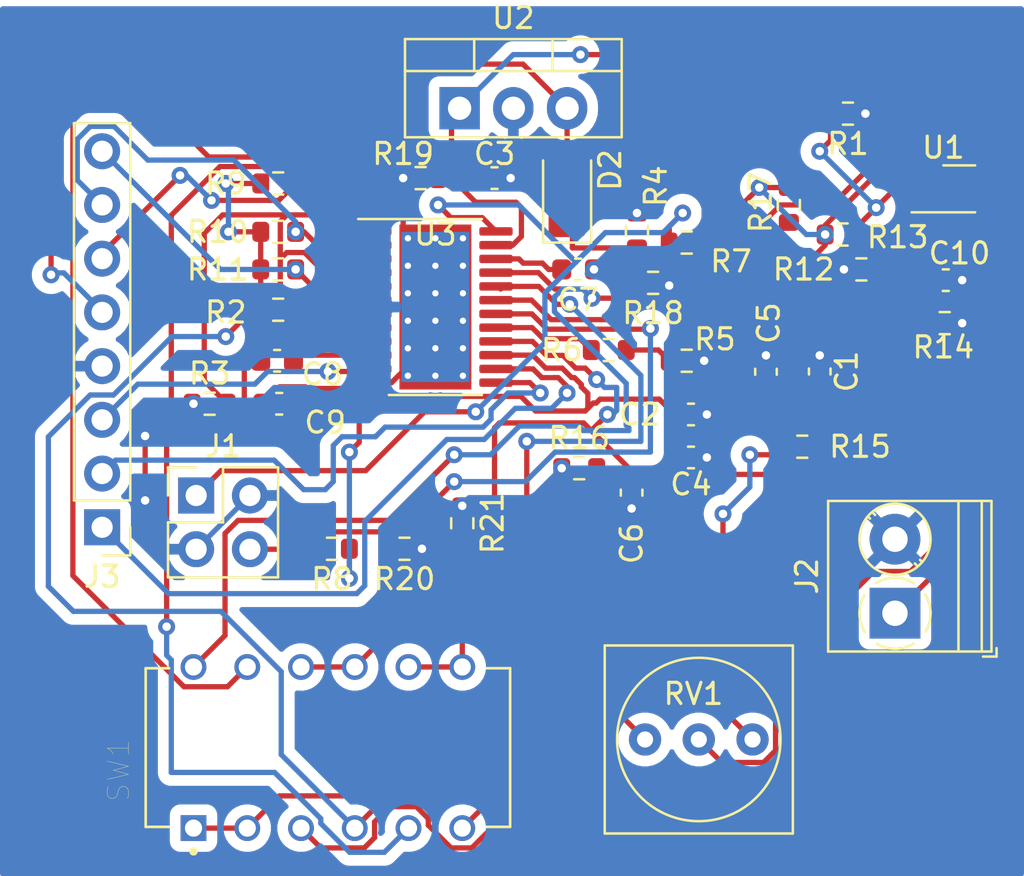
<source format=kicad_pcb>
(kicad_pcb (version 20171130) (host pcbnew "(5.1.8)-1")

  (general
    (thickness 1.6)
    (drawings 0)
    (tracks 482)
    (zones 0)
    (modules 40)
    (nets 34)
  )

  (page A4)
  (layers
    (0 F.Cu signal)
    (31 B.Cu signal)
    (32 B.Adhes user hide)
    (33 F.Adhes user)
    (34 B.Paste user hide)
    (35 F.Paste user hide)
    (36 B.SilkS user)
    (37 F.SilkS user)
    (38 B.Mask user)
    (39 F.Mask user)
    (40 Dwgs.User user)
    (41 Cmts.User user)
    (42 Eco1.User user)
    (43 Eco2.User user)
    (44 Edge.Cuts user)
    (45 Margin user)
    (46 B.CrtYd user hide)
    (47 F.CrtYd user hide)
    (48 B.Fab user)
    (49 F.Fab user hide)
  )

  (setup
    (last_trace_width 0.25)
    (user_trace_width 0.4)
    (trace_clearance 0.2)
    (zone_clearance 0.508)
    (zone_45_only no)
    (trace_min 0.2)
    (via_size 0.8)
    (via_drill 0.4)
    (via_min_size 0.45)
    (via_min_drill 0.2)
    (user_via 0.5 0.25)
    (uvia_size 0.3)
    (uvia_drill 0.1)
    (uvias_allowed no)
    (uvia_min_size 0.2)
    (uvia_min_drill 0.1)
    (edge_width 0.05)
    (segment_width 0.2)
    (pcb_text_width 0.3)
    (pcb_text_size 1.5 1.5)
    (mod_edge_width 0.12)
    (mod_text_size 1 1)
    (mod_text_width 0.15)
    (pad_size 1.524 1.524)
    (pad_drill 0.762)
    (pad_to_mask_clearance 0.05)
    (aux_axis_origin 0 0)
    (visible_elements 7FFFFFFF)
    (pcbplotparams
      (layerselection 0x010fc_ffffffff)
      (usegerberextensions false)
      (usegerberattributes true)
      (usegerberadvancedattributes true)
      (creategerberjobfile true)
      (excludeedgelayer true)
      (linewidth 0.100000)
      (plotframeref false)
      (viasonmask false)
      (mode 1)
      (useauxorigin false)
      (hpglpennumber 1)
      (hpglpenspeed 20)
      (hpglpendiameter 15.000000)
      (psnegative false)
      (psa4output false)
      (plotreference true)
      (plotvalue true)
      (plotinvisibletext false)
      (padsonsilk false)
      (subtractmaskfromsilk false)
      (outputformat 1)
      (mirror false)
      (drillshape 1)
      (scaleselection 1)
      (outputdirectory ""))
  )

  (net 0 "")
  (net 1 +5V)
  (net 2 GND)
  (net 3 +12V)
  (net 4 /VINT)
  (net 5 "Net-(C7-Pad2)")
  (net 6 "Net-(C8-Pad2)")
  (net 7 "Net-(C9-Pad2)")
  (net 8 "Net-(C9-Pad1)")
  (net 9 "Net-(D2-Pad1)")
  (net 10 /FG)
  (net 11 /RD)
  (net 12 "Net-(J3-Pad1)")
  (net 13 "Net-(J3-Pad2)")
  (net 14 "Net-(J3-Pad3)")
  (net 15 /HU)
  (net 16 /HV)
  (net 17 /HW)
  (net 18 "Net-(R1-Pad2)")
  (net 19 /HBIAS)
  (net 20 "Net-(R5-Pad2)")
  (net 21 "Net-(R6-Pad1)")
  (net 22 "Net-(R12-Pad1)")
  (net 23 "Net-(R14-Pad2)")
  (net 24 "Net-(R15-Pad1)")
  (net 25 "Net-(R16-Pad2)")
  (net 26 /BRKMOD)
  (net 27 /FR)
  (net 28 "Net-(R20-Pad2)")
  (net 29 "Net-(R21-Pad2)")
  (net 30 /IN)
  (net 31 /CMTMOD)
  (net 32 /DAA)
  (net 33 /PWM)

  (net_class Default "This is the default net class."
    (clearance 0.2)
    (trace_width 0.25)
    (via_dia 0.8)
    (via_drill 0.4)
    (uvia_dia 0.3)
    (uvia_drill 0.1)
    (add_net +12V)
    (add_net +5V)
    (add_net /BRKMOD)
    (add_net /CMTMOD)
    (add_net /DAA)
    (add_net /FG)
    (add_net /FR)
    (add_net /HBIAS)
    (add_net /HU)
    (add_net /HV)
    (add_net /HW)
    (add_net /IN)
    (add_net /PWM)
    (add_net /RD)
    (add_net /VINT)
    (add_net GND)
    (add_net "Net-(C7-Pad2)")
    (add_net "Net-(C8-Pad2)")
    (add_net "Net-(C9-Pad1)")
    (add_net "Net-(C9-Pad2)")
    (add_net "Net-(D2-Pad1)")
    (add_net "Net-(J3-Pad1)")
    (add_net "Net-(J3-Pad2)")
    (add_net "Net-(J3-Pad3)")
    (add_net "Net-(R1-Pad2)")
    (add_net "Net-(R12-Pad1)")
    (add_net "Net-(R14-Pad2)")
    (add_net "Net-(R15-Pad1)")
    (add_net "Net-(R16-Pad2)")
    (add_net "Net-(R20-Pad2)")
    (add_net "Net-(R21-Pad2)")
    (add_net "Net-(R5-Pad2)")
    (add_net "Net-(R6-Pad1)")
  )

  (module Resistor_SMD:R_0603_1608Metric (layer F.Cu) (tedit 5F68FEEE) (tstamp 5FD911D5)
    (at 133.795 79.502 180)
    (descr "Resistor SMD 0603 (1608 Metric), square (rectangular) end terminal, IPC_7351 nominal, (Body size source: IPC-SM-782 page 72, https://www.pcb-3d.com/wordpress/wp-content/uploads/ipc-sm-782a_amendment_1_and_2.pdf), generated with kicad-footprint-generator")
    (tags resistor)
    (path /5FA35415)
    (attr smd)
    (fp_text reference R9 (at 2.477 0) (layer F.SilkS)
      (effects (font (size 1 1) (thickness 0.15)))
    )
    (fp_text value 3.3k (at 0 1.43) (layer F.Fab)
      (effects (font (size 1 1) (thickness 0.15)))
    )
    (fp_line (start -0.8 0.4125) (end -0.8 -0.4125) (layer F.Fab) (width 0.1))
    (fp_line (start -0.8 -0.4125) (end 0.8 -0.4125) (layer F.Fab) (width 0.1))
    (fp_line (start 0.8 -0.4125) (end 0.8 0.4125) (layer F.Fab) (width 0.1))
    (fp_line (start 0.8 0.4125) (end -0.8 0.4125) (layer F.Fab) (width 0.1))
    (fp_line (start -0.237258 -0.5225) (end 0.237258 -0.5225) (layer F.SilkS) (width 0.12))
    (fp_line (start -0.237258 0.5225) (end 0.237258 0.5225) (layer F.SilkS) (width 0.12))
    (fp_line (start -1.48 0.73) (end -1.48 -0.73) (layer F.CrtYd) (width 0.05))
    (fp_line (start -1.48 -0.73) (end 1.48 -0.73) (layer F.CrtYd) (width 0.05))
    (fp_line (start 1.48 -0.73) (end 1.48 0.73) (layer F.CrtYd) (width 0.05))
    (fp_line (start 1.48 0.73) (end -1.48 0.73) (layer F.CrtYd) (width 0.05))
    (fp_text user %R (at 0 0) (layer F.Fab)
      (effects (font (size 0.4 0.4) (thickness 0.06)))
    )
    (pad 1 smd roundrect (at -0.825 0 180) (size 0.8 0.95) (layers F.Cu F.Paste F.Mask) (roundrect_rratio 0.25)
      (net 15 /HU))
    (pad 2 smd roundrect (at 0.825 0 180) (size 0.8 0.95) (layers F.Cu F.Paste F.Mask) (roundrect_rratio 0.25)
      (net 4 /VINT))
    (model ${KISYS3DMOD}/Resistor_SMD.3dshapes/R_0603_1608Metric.wrl
      (at (xyz 0 0 0))
      (scale (xyz 1 1 1))
      (rotate (xyz 0 0 0))
    )
  )

  (module Capacitor_SMD:C_0603_1608Metric (layer F.Cu) (tedit 5F68FEEE) (tstamp 5FD91030)
    (at 159.385 88.392 90)
    (descr "Capacitor SMD 0603 (1608 Metric), square (rectangular) end terminal, IPC_7351 nominal, (Body size source: IPC-SM-782 page 76, https://www.pcb-3d.com/wordpress/wp-content/uploads/ipc-sm-782a_amendment_1_and_2.pdf), generated with kicad-footprint-generator")
    (tags capacitor)
    (path /5FA67BE7)
    (attr smd)
    (fp_text reference C1 (at 0 1.27 90) (layer F.SilkS)
      (effects (font (size 1 1) (thickness 0.15)))
    )
    (fp_text value 0.1u (at 0 1.43 90) (layer F.Fab)
      (effects (font (size 1 1) (thickness 0.15)))
    )
    (fp_line (start -0.8 0.4) (end -0.8 -0.4) (layer F.Fab) (width 0.1))
    (fp_line (start -0.8 -0.4) (end 0.8 -0.4) (layer F.Fab) (width 0.1))
    (fp_line (start 0.8 -0.4) (end 0.8 0.4) (layer F.Fab) (width 0.1))
    (fp_line (start 0.8 0.4) (end -0.8 0.4) (layer F.Fab) (width 0.1))
    (fp_line (start -0.14058 -0.51) (end 0.14058 -0.51) (layer F.SilkS) (width 0.12))
    (fp_line (start -0.14058 0.51) (end 0.14058 0.51) (layer F.SilkS) (width 0.12))
    (fp_line (start -1.48 0.73) (end -1.48 -0.73) (layer F.CrtYd) (width 0.05))
    (fp_line (start -1.48 -0.73) (end 1.48 -0.73) (layer F.CrtYd) (width 0.05))
    (fp_line (start 1.48 -0.73) (end 1.48 0.73) (layer F.CrtYd) (width 0.05))
    (fp_line (start 1.48 0.73) (end -1.48 0.73) (layer F.CrtYd) (width 0.05))
    (fp_text user %R (at 0 0 90) (layer F.Fab)
      (effects (font (size 0.4 0.4) (thickness 0.06)))
    )
    (pad 1 smd roundrect (at -0.775 0 90) (size 0.9 0.95) (layers F.Cu F.Paste F.Mask) (roundrect_rratio 0.25)
      (net 1 +5V))
    (pad 2 smd roundrect (at 0.775 0 90) (size 0.9 0.95) (layers F.Cu F.Paste F.Mask) (roundrect_rratio 0.25)
      (net 2 GND))
    (model ${KISYS3DMOD}/Capacitor_SMD.3dshapes/C_0603_1608Metric.wrl
      (at (xyz 0 0 0))
      (scale (xyz 1 1 1))
      (rotate (xyz 0 0 0))
    )
  )

  (module Capacitor_SMD:C_0603_1608Metric (layer F.Cu) (tedit 5F68FEEE) (tstamp 5FD91041)
    (at 153.302 90.424)
    (descr "Capacitor SMD 0603 (1608 Metric), square (rectangular) end terminal, IPC_7351 nominal, (Body size source: IPC-SM-782 page 76, https://www.pcb-3d.com/wordpress/wp-content/uploads/ipc-sm-782a_amendment_1_and_2.pdf), generated with kicad-footprint-generator")
    (tags capacitor)
    (path /5FA66D53)
    (attr smd)
    (fp_text reference C2 (at -2.426 0) (layer F.SilkS)
      (effects (font (size 1 1) (thickness 0.15)))
    )
    (fp_text value 0.1u (at 0 1.43) (layer F.Fab)
      (effects (font (size 1 1) (thickness 0.15)))
    )
    (fp_line (start 1.48 0.73) (end -1.48 0.73) (layer F.CrtYd) (width 0.05))
    (fp_line (start 1.48 -0.73) (end 1.48 0.73) (layer F.CrtYd) (width 0.05))
    (fp_line (start -1.48 -0.73) (end 1.48 -0.73) (layer F.CrtYd) (width 0.05))
    (fp_line (start -1.48 0.73) (end -1.48 -0.73) (layer F.CrtYd) (width 0.05))
    (fp_line (start -0.14058 0.51) (end 0.14058 0.51) (layer F.SilkS) (width 0.12))
    (fp_line (start -0.14058 -0.51) (end 0.14058 -0.51) (layer F.SilkS) (width 0.12))
    (fp_line (start 0.8 0.4) (end -0.8 0.4) (layer F.Fab) (width 0.1))
    (fp_line (start 0.8 -0.4) (end 0.8 0.4) (layer F.Fab) (width 0.1))
    (fp_line (start -0.8 -0.4) (end 0.8 -0.4) (layer F.Fab) (width 0.1))
    (fp_line (start -0.8 0.4) (end -0.8 -0.4) (layer F.Fab) (width 0.1))
    (fp_text user %R (at 0 0) (layer F.Fab)
      (effects (font (size 0.4 0.4) (thickness 0.06)))
    )
    (pad 2 smd roundrect (at 0.775 0) (size 0.9 0.95) (layers F.Cu F.Paste F.Mask) (roundrect_rratio 0.25)
      (net 2 GND))
    (pad 1 smd roundrect (at -0.775 0) (size 0.9 0.95) (layers F.Cu F.Paste F.Mask) (roundrect_rratio 0.25)
      (net 1 +5V))
    (model ${KISYS3DMOD}/Capacitor_SMD.3dshapes/C_0603_1608Metric.wrl
      (at (xyz 0 0 0))
      (scale (xyz 1 1 1))
      (rotate (xyz 0 0 0))
    )
  )

  (module Capacitor_SMD:C_0603_1608Metric (layer F.Cu) (tedit 5F68FEEE) (tstamp 5FD91052)
    (at 144.018 79.248)
    (descr "Capacitor SMD 0603 (1608 Metric), square (rectangular) end terminal, IPC_7351 nominal, (Body size source: IPC-SM-782 page 76, https://www.pcb-3d.com/wordpress/wp-content/uploads/ipc-sm-782a_amendment_1_and_2.pdf), generated with kicad-footprint-generator")
    (tags capacitor)
    (path /5FA4C83C)
    (attr smd)
    (fp_text reference C3 (at 0 -1.143) (layer F.SilkS)
      (effects (font (size 1 1) (thickness 0.15)))
    )
    (fp_text value 0.33u (at 0 1.43) (layer F.Fab)
      (effects (font (size 1 1) (thickness 0.15)))
    )
    (fp_line (start 1.48 0.73) (end -1.48 0.73) (layer F.CrtYd) (width 0.05))
    (fp_line (start 1.48 -0.73) (end 1.48 0.73) (layer F.CrtYd) (width 0.05))
    (fp_line (start -1.48 -0.73) (end 1.48 -0.73) (layer F.CrtYd) (width 0.05))
    (fp_line (start -1.48 0.73) (end -1.48 -0.73) (layer F.CrtYd) (width 0.05))
    (fp_line (start -0.14058 0.51) (end 0.14058 0.51) (layer F.SilkS) (width 0.12))
    (fp_line (start -0.14058 -0.51) (end 0.14058 -0.51) (layer F.SilkS) (width 0.12))
    (fp_line (start 0.8 0.4) (end -0.8 0.4) (layer F.Fab) (width 0.1))
    (fp_line (start 0.8 -0.4) (end 0.8 0.4) (layer F.Fab) (width 0.1))
    (fp_line (start -0.8 -0.4) (end 0.8 -0.4) (layer F.Fab) (width 0.1))
    (fp_line (start -0.8 0.4) (end -0.8 -0.4) (layer F.Fab) (width 0.1))
    (fp_text user %R (at 0 0) (layer F.Fab)
      (effects (font (size 0.4 0.4) (thickness 0.06)))
    )
    (pad 2 smd roundrect (at 0.775 0) (size 0.9 0.95) (layers F.Cu F.Paste F.Mask) (roundrect_rratio 0.25)
      (net 2 GND))
    (pad 1 smd roundrect (at -0.775 0) (size 0.9 0.95) (layers F.Cu F.Paste F.Mask) (roundrect_rratio 0.25)
      (net 3 +12V))
    (model ${KISYS3DMOD}/Capacitor_SMD.3dshapes/C_0603_1608Metric.wrl
      (at (xyz 0 0 0))
      (scale (xyz 1 1 1))
      (rotate (xyz 0 0 0))
    )
  )

  (module Capacitor_SMD:C_0603_1608Metric (layer F.Cu) (tedit 5F68FEEE) (tstamp 5FD91063)
    (at 153.302 92.456)
    (descr "Capacitor SMD 0603 (1608 Metric), square (rectangular) end terminal, IPC_7351 nominal, (Body size source: IPC-SM-782 page 76, https://www.pcb-3d.com/wordpress/wp-content/uploads/ipc-sm-782a_amendment_1_and_2.pdf), generated with kicad-footprint-generator")
    (tags capacitor)
    (path /5FA4CCCF)
    (attr smd)
    (fp_text reference C4 (at 0 1.27) (layer F.SilkS)
      (effects (font (size 1 1) (thickness 0.15)))
    )
    (fp_text value 0.1u (at 0 1.43) (layer F.Fab)
      (effects (font (size 1 1) (thickness 0.15)))
    )
    (fp_line (start -0.8 0.4) (end -0.8 -0.4) (layer F.Fab) (width 0.1))
    (fp_line (start -0.8 -0.4) (end 0.8 -0.4) (layer F.Fab) (width 0.1))
    (fp_line (start 0.8 -0.4) (end 0.8 0.4) (layer F.Fab) (width 0.1))
    (fp_line (start 0.8 0.4) (end -0.8 0.4) (layer F.Fab) (width 0.1))
    (fp_line (start -0.14058 -0.51) (end 0.14058 -0.51) (layer F.SilkS) (width 0.12))
    (fp_line (start -0.14058 0.51) (end 0.14058 0.51) (layer F.SilkS) (width 0.12))
    (fp_line (start -1.48 0.73) (end -1.48 -0.73) (layer F.CrtYd) (width 0.05))
    (fp_line (start -1.48 -0.73) (end 1.48 -0.73) (layer F.CrtYd) (width 0.05))
    (fp_line (start 1.48 -0.73) (end 1.48 0.73) (layer F.CrtYd) (width 0.05))
    (fp_line (start 1.48 0.73) (end -1.48 0.73) (layer F.CrtYd) (width 0.05))
    (fp_text user %R (at 0 0) (layer F.Fab)
      (effects (font (size 0.4 0.4) (thickness 0.06)))
    )
    (pad 1 smd roundrect (at -0.775 0) (size 0.9 0.95) (layers F.Cu F.Paste F.Mask) (roundrect_rratio 0.25)
      (net 1 +5V))
    (pad 2 smd roundrect (at 0.775 0) (size 0.9 0.95) (layers F.Cu F.Paste F.Mask) (roundrect_rratio 0.25)
      (net 2 GND))
    (model ${KISYS3DMOD}/Capacitor_SMD.3dshapes/C_0603_1608Metric.wrl
      (at (xyz 0 0 0))
      (scale (xyz 1 1 1))
      (rotate (xyz 0 0 0))
    )
  )

  (module Capacitor_SMD:C_0603_1608Metric (layer F.Cu) (tedit 5F68FEEE) (tstamp 5FD91074)
    (at 156.845 88.405 270)
    (descr "Capacitor SMD 0603 (1608 Metric), square (rectangular) end terminal, IPC_7351 nominal, (Body size source: IPC-SM-782 page 76, https://www.pcb-3d.com/wordpress/wp-content/uploads/ipc-sm-782a_amendment_1_and_2.pdf), generated with kicad-footprint-generator")
    (tags capacitor)
    (path /5F9F51E6)
    (attr smd)
    (fp_text reference C5 (at -2.299 -0.127 90) (layer F.SilkS)
      (effects (font (size 1 1) (thickness 0.15)))
    )
    (fp_text value 1u (at 0 1.43 90) (layer F.Fab)
      (effects (font (size 1 1) (thickness 0.15)))
    )
    (fp_line (start -0.8 0.4) (end -0.8 -0.4) (layer F.Fab) (width 0.1))
    (fp_line (start -0.8 -0.4) (end 0.8 -0.4) (layer F.Fab) (width 0.1))
    (fp_line (start 0.8 -0.4) (end 0.8 0.4) (layer F.Fab) (width 0.1))
    (fp_line (start 0.8 0.4) (end -0.8 0.4) (layer F.Fab) (width 0.1))
    (fp_line (start -0.14058 -0.51) (end 0.14058 -0.51) (layer F.SilkS) (width 0.12))
    (fp_line (start -0.14058 0.51) (end 0.14058 0.51) (layer F.SilkS) (width 0.12))
    (fp_line (start -1.48 0.73) (end -1.48 -0.73) (layer F.CrtYd) (width 0.05))
    (fp_line (start -1.48 -0.73) (end 1.48 -0.73) (layer F.CrtYd) (width 0.05))
    (fp_line (start 1.48 -0.73) (end 1.48 0.73) (layer F.CrtYd) (width 0.05))
    (fp_line (start 1.48 0.73) (end -1.48 0.73) (layer F.CrtYd) (width 0.05))
    (fp_text user %R (at 0 0 90) (layer F.Fab)
      (effects (font (size 0.4 0.4) (thickness 0.06)))
    )
    (pad 1 smd roundrect (at -0.775 0 270) (size 0.9 0.95) (layers F.Cu F.Paste F.Mask) (roundrect_rratio 0.25)
      (net 2 GND))
    (pad 2 smd roundrect (at 0.775 0 270) (size 0.9 0.95) (layers F.Cu F.Paste F.Mask) (roundrect_rratio 0.25)
      (net 1 +5V))
    (model ${KISYS3DMOD}/Capacitor_SMD.3dshapes/C_0603_1608Metric.wrl
      (at (xyz 0 0 0))
      (scale (xyz 1 1 1))
      (rotate (xyz 0 0 0))
    )
  )

  (module Capacitor_SMD:C_0603_1608Metric (layer F.Cu) (tedit 5F68FEEE) (tstamp 5FD91085)
    (at 150.495 94.12 90)
    (descr "Capacitor SMD 0603 (1608 Metric), square (rectangular) end terminal, IPC_7351 nominal, (Body size source: IPC-SM-782 page 76, https://www.pcb-3d.com/wordpress/wp-content/uploads/ipc-sm-782a_amendment_1_and_2.pdf), generated with kicad-footprint-generator")
    (tags capacitor)
    (path /5F9F478B)
    (attr smd)
    (fp_text reference C6 (at -2.4 0 90) (layer F.SilkS)
      (effects (font (size 1 1) (thickness 0.15)))
    )
    (fp_text value 2.2u (at 0 1.43 90) (layer F.Fab)
      (effects (font (size 1 1) (thickness 0.15)))
    )
    (fp_line (start -0.8 0.4) (end -0.8 -0.4) (layer F.Fab) (width 0.1))
    (fp_line (start -0.8 -0.4) (end 0.8 -0.4) (layer F.Fab) (width 0.1))
    (fp_line (start 0.8 -0.4) (end 0.8 0.4) (layer F.Fab) (width 0.1))
    (fp_line (start 0.8 0.4) (end -0.8 0.4) (layer F.Fab) (width 0.1))
    (fp_line (start -0.14058 -0.51) (end 0.14058 -0.51) (layer F.SilkS) (width 0.12))
    (fp_line (start -0.14058 0.51) (end 0.14058 0.51) (layer F.SilkS) (width 0.12))
    (fp_line (start -1.48 0.73) (end -1.48 -0.73) (layer F.CrtYd) (width 0.05))
    (fp_line (start -1.48 -0.73) (end 1.48 -0.73) (layer F.CrtYd) (width 0.05))
    (fp_line (start 1.48 -0.73) (end 1.48 0.73) (layer F.CrtYd) (width 0.05))
    (fp_line (start 1.48 0.73) (end -1.48 0.73) (layer F.CrtYd) (width 0.05))
    (fp_text user %R (at 0 0 90) (layer F.Fab)
      (effects (font (size 0.4 0.4) (thickness 0.06)))
    )
    (pad 1 smd roundrect (at -0.775 0 90) (size 0.9 0.95) (layers F.Cu F.Paste F.Mask) (roundrect_rratio 0.25)
      (net 2 GND))
    (pad 2 smd roundrect (at 0.775 0 90) (size 0.9 0.95) (layers F.Cu F.Paste F.Mask) (roundrect_rratio 0.25)
      (net 4 /VINT))
    (model ${KISYS3DMOD}/Capacitor_SMD.3dshapes/C_0603_1608Metric.wrl
      (at (xyz 0 0 0))
      (scale (xyz 1 1 1))
      (rotate (xyz 0 0 0))
    )
  )

  (module Capacitor_SMD:C_0603_1608Metric (layer F.Cu) (tedit 5F68FEEE) (tstamp 5FD91096)
    (at 147.968 83.566 180)
    (descr "Capacitor SMD 0603 (1608 Metric), square (rectangular) end terminal, IPC_7351 nominal, (Body size source: IPC-SM-782 page 76, https://www.pcb-3d.com/wordpress/wp-content/uploads/ipc-sm-782a_amendment_1_and_2.pdf), generated with kicad-footprint-generator")
    (tags capacitor)
    (path /5F9F8DC5)
    (attr smd)
    (fp_text reference C7 (at 0 -1.43) (layer F.SilkS)
      (effects (font (size 1 1) (thickness 0.15)))
    )
    (fp_text value 1u (at 0 1.43) (layer F.Fab)
      (effects (font (size 1 1) (thickness 0.15)))
    )
    (fp_line (start -0.8 0.4) (end -0.8 -0.4) (layer F.Fab) (width 0.1))
    (fp_line (start -0.8 -0.4) (end 0.8 -0.4) (layer F.Fab) (width 0.1))
    (fp_line (start 0.8 -0.4) (end 0.8 0.4) (layer F.Fab) (width 0.1))
    (fp_line (start 0.8 0.4) (end -0.8 0.4) (layer F.Fab) (width 0.1))
    (fp_line (start -0.14058 -0.51) (end 0.14058 -0.51) (layer F.SilkS) (width 0.12))
    (fp_line (start -0.14058 0.51) (end 0.14058 0.51) (layer F.SilkS) (width 0.12))
    (fp_line (start -1.48 0.73) (end -1.48 -0.73) (layer F.CrtYd) (width 0.05))
    (fp_line (start -1.48 -0.73) (end 1.48 -0.73) (layer F.CrtYd) (width 0.05))
    (fp_line (start 1.48 -0.73) (end 1.48 0.73) (layer F.CrtYd) (width 0.05))
    (fp_line (start 1.48 0.73) (end -1.48 0.73) (layer F.CrtYd) (width 0.05))
    (fp_text user %R (at 0 0) (layer F.Fab)
      (effects (font (size 0.4 0.4) (thickness 0.06)))
    )
    (pad 1 smd roundrect (at -0.775 0 180) (size 0.9 0.95) (layers F.Cu F.Paste F.Mask) (roundrect_rratio 0.25)
      (net 2 GND))
    (pad 2 smd roundrect (at 0.775 0 180) (size 0.9 0.95) (layers F.Cu F.Paste F.Mask) (roundrect_rratio 0.25)
      (net 5 "Net-(C7-Pad2)"))
    (model ${KISYS3DMOD}/Capacitor_SMD.3dshapes/C_0603_1608Metric.wrl
      (at (xyz 0 0 0))
      (scale (xyz 1 1 1))
      (rotate (xyz 0 0 0))
    )
  )

  (module Capacitor_SMD:C_0603_1608Metric (layer F.Cu) (tedit 5F68FEEE) (tstamp 5FD910A7)
    (at 133.845 89.916)
    (descr "Capacitor SMD 0603 (1608 Metric), square (rectangular) end terminal, IPC_7351 nominal, (Body size source: IPC-SM-782 page 76, https://www.pcb-3d.com/wordpress/wp-content/uploads/ipc-sm-782a_amendment_1_and_2.pdf), generated with kicad-footprint-generator")
    (tags capacitor)
    (path /5F9F5710)
    (attr smd)
    (fp_text reference C8 (at 2.045 -1.397) (layer F.SilkS)
      (effects (font (size 1 1) (thickness 0.15)))
    )
    (fp_text value 1u (at 0 1.43) (layer F.Fab)
      (effects (font (size 1 1) (thickness 0.15)))
    )
    (fp_line (start 1.48 0.73) (end -1.48 0.73) (layer F.CrtYd) (width 0.05))
    (fp_line (start 1.48 -0.73) (end 1.48 0.73) (layer F.CrtYd) (width 0.05))
    (fp_line (start -1.48 -0.73) (end 1.48 -0.73) (layer F.CrtYd) (width 0.05))
    (fp_line (start -1.48 0.73) (end -1.48 -0.73) (layer F.CrtYd) (width 0.05))
    (fp_line (start -0.14058 0.51) (end 0.14058 0.51) (layer F.SilkS) (width 0.12))
    (fp_line (start -0.14058 -0.51) (end 0.14058 -0.51) (layer F.SilkS) (width 0.12))
    (fp_line (start 0.8 0.4) (end -0.8 0.4) (layer F.Fab) (width 0.1))
    (fp_line (start 0.8 -0.4) (end 0.8 0.4) (layer F.Fab) (width 0.1))
    (fp_line (start -0.8 -0.4) (end 0.8 -0.4) (layer F.Fab) (width 0.1))
    (fp_line (start -0.8 0.4) (end -0.8 -0.4) (layer F.Fab) (width 0.1))
    (fp_text user %R (at 0 0) (layer F.Fab)
      (effects (font (size 0.4 0.4) (thickness 0.06)))
    )
    (pad 2 smd roundrect (at 0.775 0) (size 0.9 0.95) (layers F.Cu F.Paste F.Mask) (roundrect_rratio 0.25)
      (net 6 "Net-(C8-Pad2)"))
    (pad 1 smd roundrect (at -0.775 0) (size 0.9 0.95) (layers F.Cu F.Paste F.Mask) (roundrect_rratio 0.25)
      (net 1 +5V))
    (model ${KISYS3DMOD}/Capacitor_SMD.3dshapes/C_0603_1608Metric.wrl
      (at (xyz 0 0 0))
      (scale (xyz 1 1 1))
      (rotate (xyz 0 0 0))
    )
  )

  (module Capacitor_SMD:C_0603_1608Metric (layer F.Cu) (tedit 5F68FEEE) (tstamp 5FF5399B)
    (at 133.744 87.884 180)
    (descr "Capacitor SMD 0603 (1608 Metric), square (rectangular) end terminal, IPC_7351 nominal, (Body size source: IPC-SM-782 page 76, https://www.pcb-3d.com/wordpress/wp-content/uploads/ipc-sm-782a_amendment_1_and_2.pdf), generated with kicad-footprint-generator")
    (tags capacitor)
    (path /5F9F3B2E)
    (attr smd)
    (fp_text reference C9 (at -2.273 -2.921) (layer F.SilkS)
      (effects (font (size 1 1) (thickness 0.15)))
    )
    (fp_text value 0.1u (at 0 1.43) (layer F.Fab)
      (effects (font (size 1 1) (thickness 0.15)))
    )
    (fp_line (start 1.48 0.73) (end -1.48 0.73) (layer F.CrtYd) (width 0.05))
    (fp_line (start 1.48 -0.73) (end 1.48 0.73) (layer F.CrtYd) (width 0.05))
    (fp_line (start -1.48 -0.73) (end 1.48 -0.73) (layer F.CrtYd) (width 0.05))
    (fp_line (start -1.48 0.73) (end -1.48 -0.73) (layer F.CrtYd) (width 0.05))
    (fp_line (start -0.14058 0.51) (end 0.14058 0.51) (layer F.SilkS) (width 0.12))
    (fp_line (start -0.14058 -0.51) (end 0.14058 -0.51) (layer F.SilkS) (width 0.12))
    (fp_line (start 0.8 0.4) (end -0.8 0.4) (layer F.Fab) (width 0.1))
    (fp_line (start 0.8 -0.4) (end 0.8 0.4) (layer F.Fab) (width 0.1))
    (fp_line (start -0.8 -0.4) (end 0.8 -0.4) (layer F.Fab) (width 0.1))
    (fp_line (start -0.8 0.4) (end -0.8 -0.4) (layer F.Fab) (width 0.1))
    (fp_text user %R (at 0 0) (layer F.Fab)
      (effects (font (size 0.4 0.4) (thickness 0.06)))
    )
    (pad 2 smd roundrect (at 0.775 0 180) (size 0.9 0.95) (layers F.Cu F.Paste F.Mask) (roundrect_rratio 0.25)
      (net 7 "Net-(C9-Pad2)"))
    (pad 1 smd roundrect (at -0.775 0 180) (size 0.9 0.95) (layers F.Cu F.Paste F.Mask) (roundrect_rratio 0.25)
      (net 8 "Net-(C9-Pad1)"))
    (model ${KISYS3DMOD}/Capacitor_SMD.3dshapes/C_0603_1608Metric.wrl
      (at (xyz 0 0 0))
      (scale (xyz 1 1 1))
      (rotate (xyz 0 0 0))
    )
  )

  (module Capacitor_SMD:C_0603_1608Metric (layer F.Cu) (tedit 5F68FEEE) (tstamp 5FD910C9)
    (at 165.341 84.074 180)
    (descr "Capacitor SMD 0603 (1608 Metric), square (rectangular) end terminal, IPC_7351 nominal, (Body size source: IPC-SM-782 page 76, https://www.pcb-3d.com/wordpress/wp-content/uploads/ipc-sm-782a_amendment_1_and_2.pdf), generated with kicad-footprint-generator")
    (tags capacitor)
    (path /5FE4181E)
    (attr smd)
    (fp_text reference C10 (at -0.648 1.27) (layer F.SilkS)
      (effects (font (size 1 1) (thickness 0.15)))
    )
    (fp_text value 0.1u (at 0 1.43) (layer F.Fab)
      (effects (font (size 1 1) (thickness 0.15)))
    )
    (fp_line (start 1.48 0.73) (end -1.48 0.73) (layer F.CrtYd) (width 0.05))
    (fp_line (start 1.48 -0.73) (end 1.48 0.73) (layer F.CrtYd) (width 0.05))
    (fp_line (start -1.48 -0.73) (end 1.48 -0.73) (layer F.CrtYd) (width 0.05))
    (fp_line (start -1.48 0.73) (end -1.48 -0.73) (layer F.CrtYd) (width 0.05))
    (fp_line (start -0.14058 0.51) (end 0.14058 0.51) (layer F.SilkS) (width 0.12))
    (fp_line (start -0.14058 -0.51) (end 0.14058 -0.51) (layer F.SilkS) (width 0.12))
    (fp_line (start 0.8 0.4) (end -0.8 0.4) (layer F.Fab) (width 0.1))
    (fp_line (start 0.8 -0.4) (end 0.8 0.4) (layer F.Fab) (width 0.1))
    (fp_line (start -0.8 -0.4) (end 0.8 -0.4) (layer F.Fab) (width 0.1))
    (fp_line (start -0.8 0.4) (end -0.8 -0.4) (layer F.Fab) (width 0.1))
    (fp_text user %R (at 0 0) (layer F.Fab)
      (effects (font (size 0.4 0.4) (thickness 0.06)))
    )
    (pad 2 smd roundrect (at 0.775 0 180) (size 0.9 0.95) (layers F.Cu F.Paste F.Mask) (roundrect_rratio 0.25)
      (net 1 +5V))
    (pad 1 smd roundrect (at -0.775 0 180) (size 0.9 0.95) (layers F.Cu F.Paste F.Mask) (roundrect_rratio 0.25)
      (net 2 GND))
    (model ${KISYS3DMOD}/Capacitor_SMD.3dshapes/C_0603_1608Metric.wrl
      (at (xyz 0 0 0))
      (scale (xyz 1 1 1))
      (rotate (xyz 0 0 0))
    )
  )

  (module LED_SMD:LED_1206_3216Metric (layer F.Cu) (tedit 5F68FEF1) (tstamp 5FD910DC)
    (at 147.447 80.013 90)
    (descr "LED SMD 1206 (3216 Metric), square (rectangular) end terminal, IPC_7351 nominal, (Body size source: http://www.tortai-tech.com/upload/download/2011102023233369053.pdf), generated with kicad-footprint-generator")
    (tags LED)
    (path /5FA9791C)
    (attr smd)
    (fp_text reference D2 (at 1.146 2.032 90) (layer F.SilkS)
      (effects (font (size 1 1) (thickness 0.15)))
    )
    (fp_text value LED (at 0 1.82 90) (layer F.Fab)
      (effects (font (size 1 1) (thickness 0.15)))
    )
    (fp_line (start 1.6 -0.8) (end -1.2 -0.8) (layer F.Fab) (width 0.1))
    (fp_line (start -1.2 -0.8) (end -1.6 -0.4) (layer F.Fab) (width 0.1))
    (fp_line (start -1.6 -0.4) (end -1.6 0.8) (layer F.Fab) (width 0.1))
    (fp_line (start -1.6 0.8) (end 1.6 0.8) (layer F.Fab) (width 0.1))
    (fp_line (start 1.6 0.8) (end 1.6 -0.8) (layer F.Fab) (width 0.1))
    (fp_line (start 1.6 -1.135) (end -2.285 -1.135) (layer F.SilkS) (width 0.12))
    (fp_line (start -2.285 -1.135) (end -2.285 1.135) (layer F.SilkS) (width 0.12))
    (fp_line (start -2.285 1.135) (end 1.6 1.135) (layer F.SilkS) (width 0.12))
    (fp_line (start -2.28 1.12) (end -2.28 -1.12) (layer F.CrtYd) (width 0.05))
    (fp_line (start -2.28 -1.12) (end 2.28 -1.12) (layer F.CrtYd) (width 0.05))
    (fp_line (start 2.28 -1.12) (end 2.28 1.12) (layer F.CrtYd) (width 0.05))
    (fp_line (start 2.28 1.12) (end -2.28 1.12) (layer F.CrtYd) (width 0.05))
    (fp_text user %R (at -0.119001 0 90) (layer F.Fab)
      (effects (font (size 0.8 0.8) (thickness 0.12)))
    )
    (pad 1 smd roundrect (at -1.4 0 90) (size 1.25 1.75) (layers F.Cu F.Paste F.Mask) (roundrect_rratio 0.2)
      (net 9 "Net-(D2-Pad1)"))
    (pad 2 smd roundrect (at 1.4 0 90) (size 1.25 1.75) (layers F.Cu F.Paste F.Mask) (roundrect_rratio 0.2)
      (net 1 +5V))
    (model ${KISYS3DMOD}/LED_SMD.3dshapes/LED_1206_3216Metric.wrl
      (at (xyz 0 0 0))
      (scale (xyz 1 1 1))
      (rotate (xyz 0 0 0))
    )
  )

  (module Connector_PinHeader_2.54mm:PinHeader_2x02_P2.54mm_Vertical (layer F.Cu) (tedit 59FED5CC) (tstamp 5FD910F6)
    (at 129.919001 94.255001)
    (descr "Through hole straight pin header, 2x02, 2.54mm pitch, double rows")
    (tags "Through hole pin header THT 2x02 2.54mm double row")
    (path /5FE5E8CA)
    (fp_text reference J1 (at 1.27 -2.33) (layer F.SilkS)
      (effects (font (size 1 1) (thickness 0.15)))
    )
    (fp_text value Conn_02x02_Counter_Clockwise (at 1.27 4.87) (layer F.Fab)
      (effects (font (size 1 1) (thickness 0.15)))
    )
    (fp_line (start 0 -1.27) (end 3.81 -1.27) (layer F.Fab) (width 0.1))
    (fp_line (start 3.81 -1.27) (end 3.81 3.81) (layer F.Fab) (width 0.1))
    (fp_line (start 3.81 3.81) (end -1.27 3.81) (layer F.Fab) (width 0.1))
    (fp_line (start -1.27 3.81) (end -1.27 0) (layer F.Fab) (width 0.1))
    (fp_line (start -1.27 0) (end 0 -1.27) (layer F.Fab) (width 0.1))
    (fp_line (start -1.33 3.87) (end 3.87 3.87) (layer F.SilkS) (width 0.12))
    (fp_line (start -1.33 1.27) (end -1.33 3.87) (layer F.SilkS) (width 0.12))
    (fp_line (start 3.87 -1.33) (end 3.87 3.87) (layer F.SilkS) (width 0.12))
    (fp_line (start -1.33 1.27) (end 1.27 1.27) (layer F.SilkS) (width 0.12))
    (fp_line (start 1.27 1.27) (end 1.27 -1.33) (layer F.SilkS) (width 0.12))
    (fp_line (start 1.27 -1.33) (end 3.87 -1.33) (layer F.SilkS) (width 0.12))
    (fp_line (start -1.33 0) (end -1.33 -1.33) (layer F.SilkS) (width 0.12))
    (fp_line (start -1.33 -1.33) (end 0 -1.33) (layer F.SilkS) (width 0.12))
    (fp_line (start -1.8 -1.8) (end -1.8 4.35) (layer F.CrtYd) (width 0.05))
    (fp_line (start -1.8 4.35) (end 4.35 4.35) (layer F.CrtYd) (width 0.05))
    (fp_line (start 4.35 4.35) (end 4.35 -1.8) (layer F.CrtYd) (width 0.05))
    (fp_line (start 4.35 -1.8) (end -1.8 -1.8) (layer F.CrtYd) (width 0.05))
    (fp_text user %R (at 1.27 1.27 90) (layer F.Fab)
      (effects (font (size 1 1) (thickness 0.15)))
    )
    (pad 1 thru_hole rect (at 0 0) (size 1.7 1.7) (drill 1) (layers *.Cu *.Mask)
      (net 10 /FG))
    (pad 2 thru_hole oval (at 2.54 0) (size 1.7 1.7) (drill 1) (layers *.Cu *.Mask)
      (net 2 GND))
    (pad 3 thru_hole oval (at 0 2.54) (size 1.7 1.7) (drill 1) (layers *.Cu *.Mask)
      (net 2 GND))
    (pad 4 thru_hole oval (at 2.54 2.54) (size 1.7 1.7) (drill 1) (layers *.Cu *.Mask)
      (net 11 /RD))
    (model ${KISYS3DMOD}/Connector_PinHeader_2.54mm.3dshapes/PinHeader_2x02_P2.54mm_Vertical.wrl
      (at (xyz 0 0 0))
      (scale (xyz 1 1 1))
      (rotate (xyz 0 0 0))
    )
  )

  (module TerminalBlock_Phoenix:TerminalBlock_Phoenix_PT-1,5-2-3.5-H_1x02_P3.50mm_Horizontal (layer F.Cu) (tedit 5B294F3F) (tstamp 5FF53B54)
    (at 162.941 99.822 90)
    (descr "Terminal Block Phoenix PT-1,5-2-3.5-H, 2 pins, pitch 3.5mm, size 7x7.6mm^2, drill diamater 1.2mm, pad diameter 2.4mm, see , script-generated using https://github.com/pointhi/kicad-footprint-generator/scripts/TerminalBlock_Phoenix")
    (tags "THT Terminal Block Phoenix PT-1,5-2-3.5-H pitch 3.5mm size 7x7.6mm^2 drill 1.2mm pad 2.4mm")
    (path /5FA59775)
    (fp_text reference J2 (at 1.75 -4.16 90) (layer F.SilkS)
      (effects (font (size 1 1) (thickness 0.15)))
    )
    (fp_text value Screw_Terminal_01x02 (at 1.75 5.56 90) (layer F.Fab)
      (effects (font (size 1 1) (thickness 0.15)))
    )
    (fp_circle (center 0 0) (end 1.5 0) (layer F.Fab) (width 0.1))
    (fp_circle (center 3.5 0) (end 5 0) (layer F.Fab) (width 0.1))
    (fp_circle (center 3.5 0) (end 5.18 0) (layer F.SilkS) (width 0.12))
    (fp_line (start -1.75 -3.1) (end 5.25 -3.1) (layer F.Fab) (width 0.1))
    (fp_line (start 5.25 -3.1) (end 5.25 4.5) (layer F.Fab) (width 0.1))
    (fp_line (start 5.25 4.5) (end -1.35 4.5) (layer F.Fab) (width 0.1))
    (fp_line (start -1.35 4.5) (end -1.75 4.1) (layer F.Fab) (width 0.1))
    (fp_line (start -1.75 4.1) (end -1.75 -3.1) (layer F.Fab) (width 0.1))
    (fp_line (start -1.75 4.1) (end 5.25 4.1) (layer F.Fab) (width 0.1))
    (fp_line (start -1.81 4.1) (end 5.31 4.1) (layer F.SilkS) (width 0.12))
    (fp_line (start -1.75 3) (end 5.25 3) (layer F.Fab) (width 0.1))
    (fp_line (start -1.81 3) (end 5.31 3) (layer F.SilkS) (width 0.12))
    (fp_line (start -1.81 -3.16) (end 5.31 -3.16) (layer F.SilkS) (width 0.12))
    (fp_line (start -1.81 4.56) (end 5.31 4.56) (layer F.SilkS) (width 0.12))
    (fp_line (start -1.81 -3.16) (end -1.81 4.56) (layer F.SilkS) (width 0.12))
    (fp_line (start 5.31 -3.16) (end 5.31 4.56) (layer F.SilkS) (width 0.12))
    (fp_line (start 1.138 -0.955) (end -0.955 1.138) (layer F.Fab) (width 0.1))
    (fp_line (start 0.955 -1.138) (end -1.138 0.955) (layer F.Fab) (width 0.1))
    (fp_line (start 4.638 -0.955) (end 2.546 1.138) (layer F.Fab) (width 0.1))
    (fp_line (start 4.455 -1.138) (end 2.363 0.955) (layer F.Fab) (width 0.1))
    (fp_line (start 4.775 -1.069) (end 4.646 -0.941) (layer F.SilkS) (width 0.12))
    (fp_line (start 2.525 1.181) (end 2.431 1.274) (layer F.SilkS) (width 0.12))
    (fp_line (start 4.57 -1.275) (end 4.476 -1.181) (layer F.SilkS) (width 0.12))
    (fp_line (start 2.355 0.941) (end 2.226 1.069) (layer F.SilkS) (width 0.12))
    (fp_line (start -2.05 4.16) (end -2.05 4.8) (layer F.SilkS) (width 0.12))
    (fp_line (start -2.05 4.8) (end -1.65 4.8) (layer F.SilkS) (width 0.12))
    (fp_line (start -2.25 -3.6) (end -2.25 5) (layer F.CrtYd) (width 0.05))
    (fp_line (start -2.25 5) (end 5.75 5) (layer F.CrtYd) (width 0.05))
    (fp_line (start 5.75 5) (end 5.75 -3.6) (layer F.CrtYd) (width 0.05))
    (fp_line (start 5.75 -3.6) (end -2.25 -3.6) (layer F.CrtYd) (width 0.05))
    (fp_arc (start 0 0) (end 0 1.68) (angle -32) (layer F.SilkS) (width 0.12))
    (fp_arc (start 0 0) (end 1.425 0.891) (angle -64) (layer F.SilkS) (width 0.12))
    (fp_arc (start 0 0) (end 0.866 -1.44) (angle -63) (layer F.SilkS) (width 0.12))
    (fp_arc (start 0 0) (end -1.44 -0.866) (angle -63) (layer F.SilkS) (width 0.12))
    (fp_arc (start 0 0) (end -0.866 1.44) (angle -32) (layer F.SilkS) (width 0.12))
    (fp_text user %R (at 1.75 2.4 90) (layer F.Fab)
      (effects (font (size 1 1) (thickness 0.15)))
    )
    (pad 1 thru_hole rect (at 0 0 90) (size 2.4 2.4) (drill 1.2) (layers *.Cu *.Mask)
      (net 3 +12V))
    (pad 2 thru_hole circle (at 3.5 0 90) (size 2.4 2.4) (drill 1.2) (layers *.Cu *.Mask)
      (net 2 GND))
    (model ${KISYS3DMOD}/TerminalBlock_Phoenix.3dshapes/TerminalBlock_Phoenix_PT-1,5-2-3.5-H_1x02_P3.50mm_Horizontal.wrl
      (at (xyz 0 0 0))
      (scale (xyz 1 1 1))
      (rotate (xyz 0 0 0))
    )
  )

  (module Connector_PinHeader_2.54mm:PinHeader_1x08_P2.54mm_Vertical (layer F.Cu) (tedit 59FED5CC) (tstamp 5FF56578)
    (at 125.476 95.758 180)
    (descr "Through hole straight pin header, 1x08, 2.54mm pitch, single row")
    (tags "Through hole pin header THT 1x08 2.54mm single row")
    (path /5FA7B2EB)
    (fp_text reference J3 (at 0 -2.33) (layer F.SilkS)
      (effects (font (size 1 1) (thickness 0.15)))
    )
    (fp_text value Conn_01x08_Male (at 0 20.11) (layer F.Fab)
      (effects (font (size 1 1) (thickness 0.15)))
    )
    (fp_line (start -0.635 -1.27) (end 1.27 -1.27) (layer F.Fab) (width 0.1))
    (fp_line (start 1.27 -1.27) (end 1.27 19.05) (layer F.Fab) (width 0.1))
    (fp_line (start 1.27 19.05) (end -1.27 19.05) (layer F.Fab) (width 0.1))
    (fp_line (start -1.27 19.05) (end -1.27 -0.635) (layer F.Fab) (width 0.1))
    (fp_line (start -1.27 -0.635) (end -0.635 -1.27) (layer F.Fab) (width 0.1))
    (fp_line (start -1.33 19.11) (end 1.33 19.11) (layer F.SilkS) (width 0.12))
    (fp_line (start -1.33 1.27) (end -1.33 19.11) (layer F.SilkS) (width 0.12))
    (fp_line (start 1.33 1.27) (end 1.33 19.11) (layer F.SilkS) (width 0.12))
    (fp_line (start -1.33 1.27) (end 1.33 1.27) (layer F.SilkS) (width 0.12))
    (fp_line (start -1.33 0) (end -1.33 -1.33) (layer F.SilkS) (width 0.12))
    (fp_line (start -1.33 -1.33) (end 0 -1.33) (layer F.SilkS) (width 0.12))
    (fp_line (start -1.8 -1.8) (end -1.8 19.55) (layer F.CrtYd) (width 0.05))
    (fp_line (start -1.8 19.55) (end 1.8 19.55) (layer F.CrtYd) (width 0.05))
    (fp_line (start 1.8 19.55) (end 1.8 -1.8) (layer F.CrtYd) (width 0.05))
    (fp_line (start 1.8 -1.8) (end -1.8 -1.8) (layer F.CrtYd) (width 0.05))
    (fp_text user %R (at 0 8.89 90) (layer F.Fab)
      (effects (font (size 1 1) (thickness 0.15)))
    )
    (pad 1 thru_hole rect (at 0 0 180) (size 1.7 1.7) (drill 1) (layers *.Cu *.Mask)
      (net 12 "Net-(J3-Pad1)"))
    (pad 2 thru_hole oval (at 0 2.54 180) (size 1.7 1.7) (drill 1) (layers *.Cu *.Mask)
      (net 13 "Net-(J3-Pad2)"))
    (pad 3 thru_hole oval (at 0 5.08 180) (size 1.7 1.7) (drill 1) (layers *.Cu *.Mask)
      (net 14 "Net-(J3-Pad3)"))
    (pad 4 thru_hole oval (at 0 7.62 180) (size 1.7 1.7) (drill 1) (layers *.Cu *.Mask)
      (net 2 GND))
    (pad 5 thru_hole oval (at 0 10.16 180) (size 1.7 1.7) (drill 1) (layers *.Cu *.Mask)
      (net 1 +5V))
    (pad 6 thru_hole oval (at 0 12.7 180) (size 1.7 1.7) (drill 1) (layers *.Cu *.Mask)
      (net 15 /HU))
    (pad 7 thru_hole oval (at 0 15.24 180) (size 1.7 1.7) (drill 1) (layers *.Cu *.Mask)
      (net 16 /HV))
    (pad 8 thru_hole oval (at 0 17.78 180) (size 1.7 1.7) (drill 1) (layers *.Cu *.Mask)
      (net 17 /HW))
    (model ${KISYS3DMOD}/Connector_PinHeader_2.54mm.3dshapes/PinHeader_1x08_P2.54mm_Vertical.wrl
      (at (xyz 0 0 0))
      (scale (xyz 1 1 1))
      (rotate (xyz 0 0 0))
    )
  )

  (module Resistor_SMD:R_0603_1608Metric (layer F.Cu) (tedit 5F68FEEE) (tstamp 5FD9114D)
    (at 160.719 76.2 180)
    (descr "Resistor SMD 0603 (1608 Metric), square (rectangular) end terminal, IPC_7351 nominal, (Body size source: IPC-SM-782 page 72, https://www.pcb-3d.com/wordpress/wp-content/uploads/ipc-sm-782a_amendment_1_and_2.pdf), generated with kicad-footprint-generator")
    (tags resistor)
    (path /5FD656A8)
    (attr smd)
    (fp_text reference R1 (at 0 -1.43) (layer F.SilkS)
      (effects (font (size 1 1) (thickness 0.15)))
    )
    (fp_text value 102k (at 0 1.43) (layer F.Fab)
      (effects (font (size 1 1) (thickness 0.15)))
    )
    (fp_line (start 1.48 0.73) (end -1.48 0.73) (layer F.CrtYd) (width 0.05))
    (fp_line (start 1.48 -0.73) (end 1.48 0.73) (layer F.CrtYd) (width 0.05))
    (fp_line (start -1.48 -0.73) (end 1.48 -0.73) (layer F.CrtYd) (width 0.05))
    (fp_line (start -1.48 0.73) (end -1.48 -0.73) (layer F.CrtYd) (width 0.05))
    (fp_line (start -0.237258 0.5225) (end 0.237258 0.5225) (layer F.SilkS) (width 0.12))
    (fp_line (start -0.237258 -0.5225) (end 0.237258 -0.5225) (layer F.SilkS) (width 0.12))
    (fp_line (start 0.8 0.4125) (end -0.8 0.4125) (layer F.Fab) (width 0.1))
    (fp_line (start 0.8 -0.4125) (end 0.8 0.4125) (layer F.Fab) (width 0.1))
    (fp_line (start -0.8 -0.4125) (end 0.8 -0.4125) (layer F.Fab) (width 0.1))
    (fp_line (start -0.8 0.4125) (end -0.8 -0.4125) (layer F.Fab) (width 0.1))
    (fp_text user %R (at 0 0) (layer F.Fab)
      (effects (font (size 0.4 0.4) (thickness 0.06)))
    )
    (pad 2 smd roundrect (at 0.825 0 180) (size 0.8 0.95) (layers F.Cu F.Paste F.Mask) (roundrect_rratio 0.25)
      (net 18 "Net-(R1-Pad2)"))
    (pad 1 smd roundrect (at -0.825 0 180) (size 0.8 0.95) (layers F.Cu F.Paste F.Mask) (roundrect_rratio 0.25)
      (net 2 GND))
    (model ${KISYS3DMOD}/Resistor_SMD.3dshapes/R_0603_1608Metric.wrl
      (at (xyz 0 0 0))
      (scale (xyz 1 1 1))
      (rotate (xyz 0 0 0))
    )
  )

  (module Resistor_SMD:R_0603_1608Metric (layer F.Cu) (tedit 5F68FEEE) (tstamp 5FD9115E)
    (at 133.795 85.471 180)
    (descr "Resistor SMD 0603 (1608 Metric), square (rectangular) end terminal, IPC_7351 nominal, (Body size source: IPC-SM-782 page 72, https://www.pcb-3d.com/wordpress/wp-content/uploads/ipc-sm-782a_amendment_1_and_2.pdf), generated with kicad-footprint-generator")
    (tags resistor)
    (path /5FA27BC3)
    (attr smd)
    (fp_text reference R2 (at 2.477 -0.127) (layer F.SilkS)
      (effects (font (size 1 1) (thickness 0.15)))
    )
    (fp_text value 10k (at 0 1.43) (layer F.Fab)
      (effects (font (size 1 1) (thickness 0.15)))
    )
    (fp_line (start -0.8 0.4125) (end -0.8 -0.4125) (layer F.Fab) (width 0.1))
    (fp_line (start -0.8 -0.4125) (end 0.8 -0.4125) (layer F.Fab) (width 0.1))
    (fp_line (start 0.8 -0.4125) (end 0.8 0.4125) (layer F.Fab) (width 0.1))
    (fp_line (start 0.8 0.4125) (end -0.8 0.4125) (layer F.Fab) (width 0.1))
    (fp_line (start -0.237258 -0.5225) (end 0.237258 -0.5225) (layer F.SilkS) (width 0.12))
    (fp_line (start -0.237258 0.5225) (end 0.237258 0.5225) (layer F.SilkS) (width 0.12))
    (fp_line (start -1.48 0.73) (end -1.48 -0.73) (layer F.CrtYd) (width 0.05))
    (fp_line (start -1.48 -0.73) (end 1.48 -0.73) (layer F.CrtYd) (width 0.05))
    (fp_line (start 1.48 -0.73) (end 1.48 0.73) (layer F.CrtYd) (width 0.05))
    (fp_line (start 1.48 0.73) (end -1.48 0.73) (layer F.CrtYd) (width 0.05))
    (fp_text user %R (at 0 0) (layer F.Fab)
      (effects (font (size 0.4 0.4) (thickness 0.06)))
    )
    (pad 1 smd roundrect (at -0.825 0 180) (size 0.8 0.95) (layers F.Cu F.Paste F.Mask) (roundrect_rratio 0.25)
      (net 19 /HBIAS))
    (pad 2 smd roundrect (at 0.825 0 180) (size 0.8 0.95) (layers F.Cu F.Paste F.Mask) (roundrect_rratio 0.25)
      (net 4 /VINT))
    (model ${KISYS3DMOD}/Resistor_SMD.3dshapes/R_0603_1608Metric.wrl
      (at (xyz 0 0 0))
      (scale (xyz 1 1 1))
      (rotate (xyz 0 0 0))
    )
  )

  (module Resistor_SMD:R_0603_1608Metric (layer F.Cu) (tedit 5F68FEEE) (tstamp 5FD9116F)
    (at 130.556 89.916)
    (descr "Resistor SMD 0603 (1608 Metric), square (rectangular) end terminal, IPC_7351 nominal, (Body size source: IPC-SM-782 page 72, https://www.pcb-3d.com/wordpress/wp-content/uploads/ipc-sm-782a_amendment_1_and_2.pdf), generated with kicad-footprint-generator")
    (tags resistor)
    (path /5FA28A4B)
    (attr smd)
    (fp_text reference R3 (at 0 -1.43) (layer F.SilkS)
      (effects (font (size 1 1) (thickness 0.15)))
    )
    (fp_text value 10k (at 0 1.43) (layer F.Fab)
      (effects (font (size 1 1) (thickness 0.15)))
    )
    (fp_line (start 1.48 0.73) (end -1.48 0.73) (layer F.CrtYd) (width 0.05))
    (fp_line (start 1.48 -0.73) (end 1.48 0.73) (layer F.CrtYd) (width 0.05))
    (fp_line (start -1.48 -0.73) (end 1.48 -0.73) (layer F.CrtYd) (width 0.05))
    (fp_line (start -1.48 0.73) (end -1.48 -0.73) (layer F.CrtYd) (width 0.05))
    (fp_line (start -0.237258 0.5225) (end 0.237258 0.5225) (layer F.SilkS) (width 0.12))
    (fp_line (start -0.237258 -0.5225) (end 0.237258 -0.5225) (layer F.SilkS) (width 0.12))
    (fp_line (start 0.8 0.4125) (end -0.8 0.4125) (layer F.Fab) (width 0.1))
    (fp_line (start 0.8 -0.4125) (end 0.8 0.4125) (layer F.Fab) (width 0.1))
    (fp_line (start -0.8 -0.4125) (end 0.8 -0.4125) (layer F.Fab) (width 0.1))
    (fp_line (start -0.8 0.4125) (end -0.8 -0.4125) (layer F.Fab) (width 0.1))
    (fp_text user %R (at 0 0) (layer F.Fab)
      (effects (font (size 0.4 0.4) (thickness 0.06)))
    )
    (pad 2 smd roundrect (at 0.825 0) (size 0.8 0.95) (layers F.Cu F.Paste F.Mask) (roundrect_rratio 0.25)
      (net 19 /HBIAS))
    (pad 1 smd roundrect (at -0.825 0) (size 0.8 0.95) (layers F.Cu F.Paste F.Mask) (roundrect_rratio 0.25)
      (net 2 GND))
    (model ${KISYS3DMOD}/Resistor_SMD.3dshapes/R_0603_1608Metric.wrl
      (at (xyz 0 0 0))
      (scale (xyz 1 1 1))
      (rotate (xyz 0 0 0))
    )
  )

  (module Resistor_SMD:R_0603_1608Metric (layer F.Cu) (tedit 5F68FEEE) (tstamp 5FD91180)
    (at 150.749 81.725 90)
    (descr "Resistor SMD 0603 (1608 Metric), square (rectangular) end terminal, IPC_7351 nominal, (Body size source: IPC-SM-782 page 72, https://www.pcb-3d.com/wordpress/wp-content/uploads/ipc-sm-782a_amendment_1_and_2.pdf), generated with kicad-footprint-generator")
    (tags resistor)
    (path /5FA9C003)
    (attr smd)
    (fp_text reference R4 (at 2.096 0.889 90) (layer F.SilkS)
      (effects (font (size 1 1) (thickness 0.15)))
    )
    (fp_text value 510 (at 0 1.43 90) (layer F.Fab)
      (effects (font (size 1 1) (thickness 0.15)))
    )
    (fp_line (start -0.8 0.4125) (end -0.8 -0.4125) (layer F.Fab) (width 0.1))
    (fp_line (start -0.8 -0.4125) (end 0.8 -0.4125) (layer F.Fab) (width 0.1))
    (fp_line (start 0.8 -0.4125) (end 0.8 0.4125) (layer F.Fab) (width 0.1))
    (fp_line (start 0.8 0.4125) (end -0.8 0.4125) (layer F.Fab) (width 0.1))
    (fp_line (start -0.237258 -0.5225) (end 0.237258 -0.5225) (layer F.SilkS) (width 0.12))
    (fp_line (start -0.237258 0.5225) (end 0.237258 0.5225) (layer F.SilkS) (width 0.12))
    (fp_line (start -1.48 0.73) (end -1.48 -0.73) (layer F.CrtYd) (width 0.05))
    (fp_line (start -1.48 -0.73) (end 1.48 -0.73) (layer F.CrtYd) (width 0.05))
    (fp_line (start 1.48 -0.73) (end 1.48 0.73) (layer F.CrtYd) (width 0.05))
    (fp_line (start 1.48 0.73) (end -1.48 0.73) (layer F.CrtYd) (width 0.05))
    (fp_text user %R (at 0 0 90) (layer F.Fab)
      (effects (font (size 0.4 0.4) (thickness 0.06)))
    )
    (pad 1 smd roundrect (at -0.825 0 90) (size 0.8 0.95) (layers F.Cu F.Paste F.Mask) (roundrect_rratio 0.25)
      (net 9 "Net-(D2-Pad1)"))
    (pad 2 smd roundrect (at 0.825 0 90) (size 0.8 0.95) (layers F.Cu F.Paste F.Mask) (roundrect_rratio 0.25)
      (net 2 GND))
    (model ${KISYS3DMOD}/Resistor_SMD.3dshapes/R_0603_1608Metric.wrl
      (at (xyz 0 0 0))
      (scale (xyz 1 1 1))
      (rotate (xyz 0 0 0))
    )
  )

  (module Resistor_SMD:R_0603_1608Metric (layer F.Cu) (tedit 5F68FEEE) (tstamp 5FD91191)
    (at 153.098 87.884 180)
    (descr "Resistor SMD 0603 (1608 Metric), square (rectangular) end terminal, IPC_7351 nominal, (Body size source: IPC-SM-782 page 72, https://www.pcb-3d.com/wordpress/wp-content/uploads/ipc-sm-782a_amendment_1_and_2.pdf), generated with kicad-footprint-generator")
    (tags resistor)
    (path /5FA742C3)
    (attr smd)
    (fp_text reference R5 (at -1.334 1.016) (layer F.SilkS)
      (effects (font (size 1 1) (thickness 0.15)))
    )
    (fp_text value 200k (at 0 1.43) (layer F.Fab)
      (effects (font (size 1 1) (thickness 0.15)))
    )
    (fp_line (start 1.48 0.73) (end -1.48 0.73) (layer F.CrtYd) (width 0.05))
    (fp_line (start 1.48 -0.73) (end 1.48 0.73) (layer F.CrtYd) (width 0.05))
    (fp_line (start -1.48 -0.73) (end 1.48 -0.73) (layer F.CrtYd) (width 0.05))
    (fp_line (start -1.48 0.73) (end -1.48 -0.73) (layer F.CrtYd) (width 0.05))
    (fp_line (start -0.237258 0.5225) (end 0.237258 0.5225) (layer F.SilkS) (width 0.12))
    (fp_line (start -0.237258 -0.5225) (end 0.237258 -0.5225) (layer F.SilkS) (width 0.12))
    (fp_line (start 0.8 0.4125) (end -0.8 0.4125) (layer F.Fab) (width 0.1))
    (fp_line (start 0.8 -0.4125) (end 0.8 0.4125) (layer F.Fab) (width 0.1))
    (fp_line (start -0.8 -0.4125) (end 0.8 -0.4125) (layer F.Fab) (width 0.1))
    (fp_line (start -0.8 0.4125) (end -0.8 -0.4125) (layer F.Fab) (width 0.1))
    (fp_text user %R (at 0 0) (layer F.Fab)
      (effects (font (size 0.4 0.4) (thickness 0.06)))
    )
    (pad 2 smd roundrect (at 0.825 0 180) (size 0.8 0.95) (layers F.Cu F.Paste F.Mask) (roundrect_rratio 0.25)
      (net 20 "Net-(R5-Pad2)"))
    (pad 1 smd roundrect (at -0.825 0 180) (size 0.8 0.95) (layers F.Cu F.Paste F.Mask) (roundrect_rratio 0.25)
      (net 2 GND))
    (model ${KISYS3DMOD}/Resistor_SMD.3dshapes/R_0603_1608Metric.wrl
      (at (xyz 0 0 0))
      (scale (xyz 1 1 1))
      (rotate (xyz 0 0 0))
    )
  )

  (module Resistor_SMD:R_0603_1608Metric (layer F.Cu) (tedit 5F68FEEE) (tstamp 5FD911A2)
    (at 149.416 87.376)
    (descr "Resistor SMD 0603 (1608 Metric), square (rectangular) end terminal, IPC_7351 nominal, (Body size source: IPC-SM-782 page 72, https://www.pcb-3d.com/wordpress/wp-content/uploads/ipc-sm-782a_amendment_1_and_2.pdf), generated with kicad-footprint-generator")
    (tags resistor)
    (path /5F9FCF64)
    (attr smd)
    (fp_text reference R6 (at -2.223 0) (layer F.SilkS)
      (effects (font (size 1 1) (thickness 0.15)))
    )
    (fp_text value 200k (at 0 1.43) (layer F.Fab)
      (effects (font (size 1 1) (thickness 0.15)))
    )
    (fp_line (start 1.48 0.73) (end -1.48 0.73) (layer F.CrtYd) (width 0.05))
    (fp_line (start 1.48 -0.73) (end 1.48 0.73) (layer F.CrtYd) (width 0.05))
    (fp_line (start -1.48 -0.73) (end 1.48 -0.73) (layer F.CrtYd) (width 0.05))
    (fp_line (start -1.48 0.73) (end -1.48 -0.73) (layer F.CrtYd) (width 0.05))
    (fp_line (start -0.237258 0.5225) (end 0.237258 0.5225) (layer F.SilkS) (width 0.12))
    (fp_line (start -0.237258 -0.5225) (end 0.237258 -0.5225) (layer F.SilkS) (width 0.12))
    (fp_line (start 0.8 0.4125) (end -0.8 0.4125) (layer F.Fab) (width 0.1))
    (fp_line (start 0.8 -0.4125) (end 0.8 0.4125) (layer F.Fab) (width 0.1))
    (fp_line (start -0.8 -0.4125) (end 0.8 -0.4125) (layer F.Fab) (width 0.1))
    (fp_line (start -0.8 0.4125) (end -0.8 -0.4125) (layer F.Fab) (width 0.1))
    (fp_text user %R (at 0 0) (layer F.Fab)
      (effects (font (size 0.4 0.4) (thickness 0.06)))
    )
    (pad 2 smd roundrect (at 0.825 0) (size 0.8 0.95) (layers F.Cu F.Paste F.Mask) (roundrect_rratio 0.25)
      (net 20 "Net-(R5-Pad2)"))
    (pad 1 smd roundrect (at -0.825 0) (size 0.8 0.95) (layers F.Cu F.Paste F.Mask) (roundrect_rratio 0.25)
      (net 21 "Net-(R6-Pad1)"))
    (model ${KISYS3DMOD}/Resistor_SMD.3dshapes/R_0603_1608Metric.wrl
      (at (xyz 0 0 0))
      (scale (xyz 1 1 1))
      (rotate (xyz 0 0 0))
    )
  )

  (module Resistor_SMD:R_0603_1608Metric (layer F.Cu) (tedit 5F68FEEE) (tstamp 5FD911B3)
    (at 153.099 82.296 180)
    (descr "Resistor SMD 0603 (1608 Metric), square (rectangular) end terminal, IPC_7351 nominal, (Body size source: IPC-SM-782 page 72, https://www.pcb-3d.com/wordpress/wp-content/uploads/ipc-sm-782a_amendment_1_and_2.pdf), generated with kicad-footprint-generator")
    (tags resistor)
    (path /5F9F08E0)
    (attr smd)
    (fp_text reference R7 (at -2.095 -0.889) (layer F.SilkS)
      (effects (font (size 1 1) (thickness 0.15)))
    )
    (fp_text value 10k (at 0 1.43) (layer F.Fab)
      (effects (font (size 1 1) (thickness 0.15)))
    )
    (fp_line (start -0.8 0.4125) (end -0.8 -0.4125) (layer F.Fab) (width 0.1))
    (fp_line (start -0.8 -0.4125) (end 0.8 -0.4125) (layer F.Fab) (width 0.1))
    (fp_line (start 0.8 -0.4125) (end 0.8 0.4125) (layer F.Fab) (width 0.1))
    (fp_line (start 0.8 0.4125) (end -0.8 0.4125) (layer F.Fab) (width 0.1))
    (fp_line (start -0.237258 -0.5225) (end 0.237258 -0.5225) (layer F.SilkS) (width 0.12))
    (fp_line (start -0.237258 0.5225) (end 0.237258 0.5225) (layer F.SilkS) (width 0.12))
    (fp_line (start -1.48 0.73) (end -1.48 -0.73) (layer F.CrtYd) (width 0.05))
    (fp_line (start -1.48 -0.73) (end 1.48 -0.73) (layer F.CrtYd) (width 0.05))
    (fp_line (start 1.48 -0.73) (end 1.48 0.73) (layer F.CrtYd) (width 0.05))
    (fp_line (start 1.48 0.73) (end -1.48 0.73) (layer F.CrtYd) (width 0.05))
    (fp_text user %R (at 0 0) (layer F.Fab)
      (effects (font (size 0.4 0.4) (thickness 0.06)))
    )
    (pad 1 smd roundrect (at -0.825 0 180) (size 0.8 0.95) (layers F.Cu F.Paste F.Mask) (roundrect_rratio 0.25)
      (net 1 +5V))
    (pad 2 smd roundrect (at 0.825 0 180) (size 0.8 0.95) (layers F.Cu F.Paste F.Mask) (roundrect_rratio 0.25)
      (net 10 /FG))
    (model ${KISYS3DMOD}/Resistor_SMD.3dshapes/R_0603_1608Metric.wrl
      (at (xyz 0 0 0))
      (scale (xyz 1 1 1))
      (rotate (xyz 0 0 0))
    )
  )

  (module Resistor_SMD:R_0603_1608Metric (layer F.Cu) (tedit 5F68FEEE) (tstamp 5FD911C4)
    (at 136.335 96.774 180)
    (descr "Resistor SMD 0603 (1608 Metric), square (rectangular) end terminal, IPC_7351 nominal, (Body size source: IPC-SM-782 page 72, https://www.pcb-3d.com/wordpress/wp-content/uploads/ipc-sm-782a_amendment_1_and_2.pdf), generated with kicad-footprint-generator")
    (tags resistor)
    (path /5F9F004C)
    (attr smd)
    (fp_text reference R8 (at 0 -1.43) (layer F.SilkS)
      (effects (font (size 1 1) (thickness 0.15)))
    )
    (fp_text value 10k (at 0 1.43) (layer F.Fab)
      (effects (font (size 1 1) (thickness 0.15)))
    )
    (fp_line (start -0.8 0.4125) (end -0.8 -0.4125) (layer F.Fab) (width 0.1))
    (fp_line (start -0.8 -0.4125) (end 0.8 -0.4125) (layer F.Fab) (width 0.1))
    (fp_line (start 0.8 -0.4125) (end 0.8 0.4125) (layer F.Fab) (width 0.1))
    (fp_line (start 0.8 0.4125) (end -0.8 0.4125) (layer F.Fab) (width 0.1))
    (fp_line (start -0.237258 -0.5225) (end 0.237258 -0.5225) (layer F.SilkS) (width 0.12))
    (fp_line (start -0.237258 0.5225) (end 0.237258 0.5225) (layer F.SilkS) (width 0.12))
    (fp_line (start -1.48 0.73) (end -1.48 -0.73) (layer F.CrtYd) (width 0.05))
    (fp_line (start -1.48 -0.73) (end 1.48 -0.73) (layer F.CrtYd) (width 0.05))
    (fp_line (start 1.48 -0.73) (end 1.48 0.73) (layer F.CrtYd) (width 0.05))
    (fp_line (start 1.48 0.73) (end -1.48 0.73) (layer F.CrtYd) (width 0.05))
    (fp_text user %R (at 0 0) (layer F.Fab)
      (effects (font (size 0.4 0.4) (thickness 0.06)))
    )
    (pad 1 smd roundrect (at -0.825 0 180) (size 0.8 0.95) (layers F.Cu F.Paste F.Mask) (roundrect_rratio 0.25)
      (net 1 +5V))
    (pad 2 smd roundrect (at 0.825 0 180) (size 0.8 0.95) (layers F.Cu F.Paste F.Mask) (roundrect_rratio 0.25)
      (net 11 /RD))
    (model ${KISYS3DMOD}/Resistor_SMD.3dshapes/R_0603_1608Metric.wrl
      (at (xyz 0 0 0))
      (scale (xyz 1 1 1))
      (rotate (xyz 0 0 0))
    )
  )

  (module Resistor_SMD:R_0603_1608Metric (layer F.Cu) (tedit 5F68FEEE) (tstamp 5FD911E6)
    (at 133.795 81.788 180)
    (descr "Resistor SMD 0603 (1608 Metric), square (rectangular) end terminal, IPC_7351 nominal, (Body size source: IPC-SM-782 page 72, https://www.pcb-3d.com/wordpress/wp-content/uploads/ipc-sm-782a_amendment_1_and_2.pdf), generated with kicad-footprint-generator")
    (tags resistor)
    (path /5FA399C0)
    (attr smd)
    (fp_text reference R10 (at 2.858 0) (layer F.SilkS)
      (effects (font (size 1 1) (thickness 0.15)))
    )
    (fp_text value 3.3k (at 0 1.43) (layer F.Fab)
      (effects (font (size 1 1) (thickness 0.15)))
    )
    (fp_line (start 1.48 0.73) (end -1.48 0.73) (layer F.CrtYd) (width 0.05))
    (fp_line (start 1.48 -0.73) (end 1.48 0.73) (layer F.CrtYd) (width 0.05))
    (fp_line (start -1.48 -0.73) (end 1.48 -0.73) (layer F.CrtYd) (width 0.05))
    (fp_line (start -1.48 0.73) (end -1.48 -0.73) (layer F.CrtYd) (width 0.05))
    (fp_line (start -0.237258 0.5225) (end 0.237258 0.5225) (layer F.SilkS) (width 0.12))
    (fp_line (start -0.237258 -0.5225) (end 0.237258 -0.5225) (layer F.SilkS) (width 0.12))
    (fp_line (start 0.8 0.4125) (end -0.8 0.4125) (layer F.Fab) (width 0.1))
    (fp_line (start 0.8 -0.4125) (end 0.8 0.4125) (layer F.Fab) (width 0.1))
    (fp_line (start -0.8 -0.4125) (end 0.8 -0.4125) (layer F.Fab) (width 0.1))
    (fp_line (start -0.8 0.4125) (end -0.8 -0.4125) (layer F.Fab) (width 0.1))
    (fp_text user %R (at 0 0) (layer F.Fab)
      (effects (font (size 0.4 0.4) (thickness 0.06)))
    )
    (pad 2 smd roundrect (at 0.825 0 180) (size 0.8 0.95) (layers F.Cu F.Paste F.Mask) (roundrect_rratio 0.25)
      (net 4 /VINT))
    (pad 1 smd roundrect (at -0.825 0 180) (size 0.8 0.95) (layers F.Cu F.Paste F.Mask) (roundrect_rratio 0.25)
      (net 16 /HV))
    (model ${KISYS3DMOD}/Resistor_SMD.3dshapes/R_0603_1608Metric.wrl
      (at (xyz 0 0 0))
      (scale (xyz 1 1 1))
      (rotate (xyz 0 0 0))
    )
  )

  (module Resistor_SMD:R_0603_1608Metric (layer F.Cu) (tedit 5F68FEEE) (tstamp 5FD911F7)
    (at 133.794 83.566 180)
    (descr "Resistor SMD 0603 (1608 Metric), square (rectangular) end terminal, IPC_7351 nominal, (Body size source: IPC-SM-782 page 72, https://www.pcb-3d.com/wordpress/wp-content/uploads/ipc-sm-782a_amendment_1_and_2.pdf), generated with kicad-footprint-generator")
    (tags resistor)
    (path /5FA39B78)
    (attr smd)
    (fp_text reference R11 (at 2.857 0) (layer F.SilkS)
      (effects (font (size 1 1) (thickness 0.15)))
    )
    (fp_text value 3.3k (at 0 1.43) (layer F.Fab)
      (effects (font (size 1 1) (thickness 0.15)))
    )
    (fp_line (start -0.8 0.4125) (end -0.8 -0.4125) (layer F.Fab) (width 0.1))
    (fp_line (start -0.8 -0.4125) (end 0.8 -0.4125) (layer F.Fab) (width 0.1))
    (fp_line (start 0.8 -0.4125) (end 0.8 0.4125) (layer F.Fab) (width 0.1))
    (fp_line (start 0.8 0.4125) (end -0.8 0.4125) (layer F.Fab) (width 0.1))
    (fp_line (start -0.237258 -0.5225) (end 0.237258 -0.5225) (layer F.SilkS) (width 0.12))
    (fp_line (start -0.237258 0.5225) (end 0.237258 0.5225) (layer F.SilkS) (width 0.12))
    (fp_line (start -1.48 0.73) (end -1.48 -0.73) (layer F.CrtYd) (width 0.05))
    (fp_line (start -1.48 -0.73) (end 1.48 -0.73) (layer F.CrtYd) (width 0.05))
    (fp_line (start 1.48 -0.73) (end 1.48 0.73) (layer F.CrtYd) (width 0.05))
    (fp_line (start 1.48 0.73) (end -1.48 0.73) (layer F.CrtYd) (width 0.05))
    (fp_text user %R (at 0 0) (layer F.Fab)
      (effects (font (size 0.4 0.4) (thickness 0.06)))
    )
    (pad 1 smd roundrect (at -0.825 0 180) (size 0.8 0.95) (layers F.Cu F.Paste F.Mask) (roundrect_rratio 0.25)
      (net 17 /HW))
    (pad 2 smd roundrect (at 0.825 0 180) (size 0.8 0.95) (layers F.Cu F.Paste F.Mask) (roundrect_rratio 0.25)
      (net 4 /VINT))
    (model ${KISYS3DMOD}/Resistor_SMD.3dshapes/R_0603_1608Metric.wrl
      (at (xyz 0 0 0))
      (scale (xyz 1 1 1))
      (rotate (xyz 0 0 0))
    )
  )

  (module Resistor_SMD:R_0603_1608Metric (layer F.Cu) (tedit 5F68FEEE) (tstamp 5FD91208)
    (at 161.353 83.566 180)
    (descr "Resistor SMD 0603 (1608 Metric), square (rectangular) end terminal, IPC_7351 nominal, (Body size source: IPC-SM-782 page 72, https://www.pcb-3d.com/wordpress/wp-content/uploads/ipc-sm-782a_amendment_1_and_2.pdf), generated with kicad-footprint-generator")
    (tags resistor)
    (path /5FD4855E)
    (attr smd)
    (fp_text reference R12 (at 2.73 0) (layer F.SilkS)
      (effects (font (size 1 1) (thickness 0.15)))
    )
    (fp_text value 619k (at 0 1.43) (layer F.Fab)
      (effects (font (size 1 1) (thickness 0.15)))
    )
    (fp_line (start 1.48 0.73) (end -1.48 0.73) (layer F.CrtYd) (width 0.05))
    (fp_line (start 1.48 -0.73) (end 1.48 0.73) (layer F.CrtYd) (width 0.05))
    (fp_line (start -1.48 -0.73) (end 1.48 -0.73) (layer F.CrtYd) (width 0.05))
    (fp_line (start -1.48 0.73) (end -1.48 -0.73) (layer F.CrtYd) (width 0.05))
    (fp_line (start -0.237258 0.5225) (end 0.237258 0.5225) (layer F.SilkS) (width 0.12))
    (fp_line (start -0.237258 -0.5225) (end 0.237258 -0.5225) (layer F.SilkS) (width 0.12))
    (fp_line (start 0.8 0.4125) (end -0.8 0.4125) (layer F.Fab) (width 0.1))
    (fp_line (start 0.8 -0.4125) (end 0.8 0.4125) (layer F.Fab) (width 0.1))
    (fp_line (start -0.8 -0.4125) (end 0.8 -0.4125) (layer F.Fab) (width 0.1))
    (fp_line (start -0.8 0.4125) (end -0.8 -0.4125) (layer F.Fab) (width 0.1))
    (fp_text user %R (at 0 0) (layer F.Fab)
      (effects (font (size 0.4 0.4) (thickness 0.06)))
    )
    (pad 2 smd roundrect (at 0.825 0 180) (size 0.8 0.95) (layers F.Cu F.Paste F.Mask) (roundrect_rratio 0.25)
      (net 2 GND))
    (pad 1 smd roundrect (at -0.825 0 180) (size 0.8 0.95) (layers F.Cu F.Paste F.Mask) (roundrect_rratio 0.25)
      (net 22 "Net-(R12-Pad1)"))
    (model ${KISYS3DMOD}/Resistor_SMD.3dshapes/R_0603_1608Metric.wrl
      (at (xyz 0 0 0))
      (scale (xyz 1 1 1))
      (rotate (xyz 0 0 0))
    )
  )

  (module Resistor_SMD:R_0603_1608Metric (layer F.Cu) (tedit 5F68FEEE) (tstamp 5FD91219)
    (at 160.465 81.915 180)
    (descr "Resistor SMD 0603 (1608 Metric), square (rectangular) end terminal, IPC_7351 nominal, (Body size source: IPC-SM-782 page 72, https://www.pcb-3d.com/wordpress/wp-content/uploads/ipc-sm-782a_amendment_1_and_2.pdf), generated with kicad-footprint-generator")
    (tags resistor)
    (path /5FD64D2B)
    (attr smd)
    (fp_text reference R13 (at -2.603 -0.127) (layer F.SilkS)
      (effects (font (size 1 1) (thickness 0.15)))
    )
    (fp_text value 976k (at 0 1.43) (layer F.Fab)
      (effects (font (size 1 1) (thickness 0.15)))
    )
    (fp_line (start -0.8 0.4125) (end -0.8 -0.4125) (layer F.Fab) (width 0.1))
    (fp_line (start -0.8 -0.4125) (end 0.8 -0.4125) (layer F.Fab) (width 0.1))
    (fp_line (start 0.8 -0.4125) (end 0.8 0.4125) (layer F.Fab) (width 0.1))
    (fp_line (start 0.8 0.4125) (end -0.8 0.4125) (layer F.Fab) (width 0.1))
    (fp_line (start -0.237258 -0.5225) (end 0.237258 -0.5225) (layer F.SilkS) (width 0.12))
    (fp_line (start -0.237258 0.5225) (end 0.237258 0.5225) (layer F.SilkS) (width 0.12))
    (fp_line (start -1.48 0.73) (end -1.48 -0.73) (layer F.CrtYd) (width 0.05))
    (fp_line (start -1.48 -0.73) (end 1.48 -0.73) (layer F.CrtYd) (width 0.05))
    (fp_line (start 1.48 -0.73) (end 1.48 0.73) (layer F.CrtYd) (width 0.05))
    (fp_line (start 1.48 0.73) (end -1.48 0.73) (layer F.CrtYd) (width 0.05))
    (fp_text user %R (at 0 0) (layer F.Fab)
      (effects (font (size 0.4 0.4) (thickness 0.06)))
    )
    (pad 1 smd roundrect (at -0.825 0 180) (size 0.8 0.95) (layers F.Cu F.Paste F.Mask) (roundrect_rratio 0.25)
      (net 18 "Net-(R1-Pad2)"))
    (pad 2 smd roundrect (at 0.825 0 180) (size 0.8 0.95) (layers F.Cu F.Paste F.Mask) (roundrect_rratio 0.25)
      (net 1 +5V))
    (model ${KISYS3DMOD}/Resistor_SMD.3dshapes/R_0603_1608Metric.wrl
      (at (xyz 0 0 0))
      (scale (xyz 1 1 1))
      (rotate (xyz 0 0 0))
    )
  )

  (module Resistor_SMD:R_0603_1608Metric (layer F.Cu) (tedit 5F68FEEE) (tstamp 5FD9122A)
    (at 165.291 86.106 180)
    (descr "Resistor SMD 0603 (1608 Metric), square (rectangular) end terminal, IPC_7351 nominal, (Body size source: IPC-SM-782 page 72, https://www.pcb-3d.com/wordpress/wp-content/uploads/ipc-sm-782a_amendment_1_and_2.pdf), generated with kicad-footprint-generator")
    (tags resistor)
    (path /5FD9456F)
    (attr smd)
    (fp_text reference R14 (at 0.064 -1.143) (layer F.SilkS)
      (effects (font (size 1 1) (thickness 0.15)))
    )
    (fp_text value 50k (at 0 1.43) (layer F.Fab)
      (effects (font (size 1 1) (thickness 0.15)))
    )
    (fp_line (start 1.48 0.73) (end -1.48 0.73) (layer F.CrtYd) (width 0.05))
    (fp_line (start 1.48 -0.73) (end 1.48 0.73) (layer F.CrtYd) (width 0.05))
    (fp_line (start -1.48 -0.73) (end 1.48 -0.73) (layer F.CrtYd) (width 0.05))
    (fp_line (start -1.48 0.73) (end -1.48 -0.73) (layer F.CrtYd) (width 0.05))
    (fp_line (start -0.237258 0.5225) (end 0.237258 0.5225) (layer F.SilkS) (width 0.12))
    (fp_line (start -0.237258 -0.5225) (end 0.237258 -0.5225) (layer F.SilkS) (width 0.12))
    (fp_line (start 0.8 0.4125) (end -0.8 0.4125) (layer F.Fab) (width 0.1))
    (fp_line (start 0.8 -0.4125) (end 0.8 0.4125) (layer F.Fab) (width 0.1))
    (fp_line (start -0.8 -0.4125) (end 0.8 -0.4125) (layer F.Fab) (width 0.1))
    (fp_line (start -0.8 0.4125) (end -0.8 -0.4125) (layer F.Fab) (width 0.1))
    (fp_text user %R (at 0 0) (layer F.Fab)
      (effects (font (size 0.4 0.4) (thickness 0.06)))
    )
    (pad 2 smd roundrect (at 0.825 0 180) (size 0.8 0.95) (layers F.Cu F.Paste F.Mask) (roundrect_rratio 0.25)
      (net 23 "Net-(R14-Pad2)"))
    (pad 1 smd roundrect (at -0.825 0 180) (size 0.8 0.95) (layers F.Cu F.Paste F.Mask) (roundrect_rratio 0.25)
      (net 2 GND))
    (model ${KISYS3DMOD}/Resistor_SMD.3dshapes/R_0603_1608Metric.wrl
      (at (xyz 0 0 0))
      (scale (xyz 1 1 1))
      (rotate (xyz 0 0 0))
    )
  )

  (module Resistor_SMD:R_0603_1608Metric (layer F.Cu) (tedit 5F68FEEE) (tstamp 5FD9123B)
    (at 158.56 91.948)
    (descr "Resistor SMD 0603 (1608 Metric), square (rectangular) end terminal, IPC_7351 nominal, (Body size source: IPC-SM-782 page 72, https://www.pcb-3d.com/wordpress/wp-content/uploads/ipc-sm-782a_amendment_1_and_2.pdf), generated with kicad-footprint-generator")
    (tags resistor)
    (path /5FE7D689)
    (attr smd)
    (fp_text reference R15 (at 2.73 0) (layer F.SilkS)
      (effects (font (size 1 1) (thickness 0.15)))
    )
    (fp_text value 1.25k (at 0 1.43) (layer F.Fab)
      (effects (font (size 1 1) (thickness 0.15)))
    )
    (fp_line (start -0.8 0.4125) (end -0.8 -0.4125) (layer F.Fab) (width 0.1))
    (fp_line (start -0.8 -0.4125) (end 0.8 -0.4125) (layer F.Fab) (width 0.1))
    (fp_line (start 0.8 -0.4125) (end 0.8 0.4125) (layer F.Fab) (width 0.1))
    (fp_line (start 0.8 0.4125) (end -0.8 0.4125) (layer F.Fab) (width 0.1))
    (fp_line (start -0.237258 -0.5225) (end 0.237258 -0.5225) (layer F.SilkS) (width 0.12))
    (fp_line (start -0.237258 0.5225) (end 0.237258 0.5225) (layer F.SilkS) (width 0.12))
    (fp_line (start -1.48 0.73) (end -1.48 -0.73) (layer F.CrtYd) (width 0.05))
    (fp_line (start -1.48 -0.73) (end 1.48 -0.73) (layer F.CrtYd) (width 0.05))
    (fp_line (start 1.48 -0.73) (end 1.48 0.73) (layer F.CrtYd) (width 0.05))
    (fp_line (start 1.48 0.73) (end -1.48 0.73) (layer F.CrtYd) (width 0.05))
    (fp_text user %R (at 0 0) (layer F.Fab)
      (effects (font (size 0.4 0.4) (thickness 0.06)))
    )
    (pad 1 smd roundrect (at -0.825 0) (size 0.8 0.95) (layers F.Cu F.Paste F.Mask) (roundrect_rratio 0.25)
      (net 24 "Net-(R15-Pad1)"))
    (pad 2 smd roundrect (at 0.825 0) (size 0.8 0.95) (layers F.Cu F.Paste F.Mask) (roundrect_rratio 0.25)
      (net 23 "Net-(R14-Pad2)"))
    (model ${KISYS3DMOD}/Resistor_SMD.3dshapes/R_0603_1608Metric.wrl
      (at (xyz 0 0 0))
      (scale (xyz 1 1 1))
      (rotate (xyz 0 0 0))
    )
  )

  (module Resistor_SMD:R_0603_1608Metric (layer F.Cu) (tedit 5F68FEEE) (tstamp 5FD9124C)
    (at 148.019 92.964)
    (descr "Resistor SMD 0603 (1608 Metric), square (rectangular) end terminal, IPC_7351 nominal, (Body size source: IPC-SM-782 page 72, https://www.pcb-3d.com/wordpress/wp-content/uploads/ipc-sm-782a_amendment_1_and_2.pdf), generated with kicad-footprint-generator")
    (tags resistor)
    (path /5FE7DB53)
    (attr smd)
    (fp_text reference R16 (at 0 -1.43) (layer F.SilkS)
      (effects (font (size 1 1) (thickness 0.15)))
    )
    (fp_text value 1.25k (at 0 1.43) (layer F.Fab)
      (effects (font (size 1 1) (thickness 0.15)))
    )
    (fp_line (start 1.48 0.73) (end -1.48 0.73) (layer F.CrtYd) (width 0.05))
    (fp_line (start 1.48 -0.73) (end 1.48 0.73) (layer F.CrtYd) (width 0.05))
    (fp_line (start -1.48 -0.73) (end 1.48 -0.73) (layer F.CrtYd) (width 0.05))
    (fp_line (start -1.48 0.73) (end -1.48 -0.73) (layer F.CrtYd) (width 0.05))
    (fp_line (start -0.237258 0.5225) (end 0.237258 0.5225) (layer F.SilkS) (width 0.12))
    (fp_line (start -0.237258 -0.5225) (end 0.237258 -0.5225) (layer F.SilkS) (width 0.12))
    (fp_line (start 0.8 0.4125) (end -0.8 0.4125) (layer F.Fab) (width 0.1))
    (fp_line (start 0.8 -0.4125) (end 0.8 0.4125) (layer F.Fab) (width 0.1))
    (fp_line (start -0.8 -0.4125) (end 0.8 -0.4125) (layer F.Fab) (width 0.1))
    (fp_line (start -0.8 0.4125) (end -0.8 -0.4125) (layer F.Fab) (width 0.1))
    (fp_text user %R (at 0 0) (layer F.Fab)
      (effects (font (size 0.4 0.4) (thickness 0.06)))
    )
    (pad 2 smd roundrect (at 0.825 0) (size 0.8 0.95) (layers F.Cu F.Paste F.Mask) (roundrect_rratio 0.25)
      (net 25 "Net-(R16-Pad2)"))
    (pad 1 smd roundrect (at -0.825 0) (size 0.8 0.95) (layers F.Cu F.Paste F.Mask) (roundrect_rratio 0.25)
      (net 2 GND))
    (model ${KISYS3DMOD}/Resistor_SMD.3dshapes/R_0603_1608Metric.wrl
      (at (xyz 0 0 0))
      (scale (xyz 1 1 1))
      (rotate (xyz 0 0 0))
    )
  )

  (module Resistor_SMD:R_0603_1608Metric (layer F.Cu) (tedit 5F68FEEE) (tstamp 5FD9125D)
    (at 157.925 80.518 270)
    (descr "Resistor SMD 0603 (1608 Metric), square (rectangular) end terminal, IPC_7351 nominal, (Body size source: IPC-SM-782 page 72, https://www.pcb-3d.com/wordpress/wp-content/uploads/ipc-sm-782a_amendment_1_and_2.pdf), generated with kicad-footprint-generator")
    (tags resistor)
    (path /5FD95118)
    (attr smd)
    (fp_text reference R17 (at -0.127 1.334 90) (layer F.SilkS)
      (effects (font (size 1 1) (thickness 0.15)))
    )
    (fp_text value 40k (at 0 1.43 90) (layer F.Fab)
      (effects (font (size 1 1) (thickness 0.15)))
    )
    (fp_line (start -0.8 0.4125) (end -0.8 -0.4125) (layer F.Fab) (width 0.1))
    (fp_line (start -0.8 -0.4125) (end 0.8 -0.4125) (layer F.Fab) (width 0.1))
    (fp_line (start 0.8 -0.4125) (end 0.8 0.4125) (layer F.Fab) (width 0.1))
    (fp_line (start 0.8 0.4125) (end -0.8 0.4125) (layer F.Fab) (width 0.1))
    (fp_line (start -0.237258 -0.5225) (end 0.237258 -0.5225) (layer F.SilkS) (width 0.12))
    (fp_line (start -0.237258 0.5225) (end 0.237258 0.5225) (layer F.SilkS) (width 0.12))
    (fp_line (start -1.48 0.73) (end -1.48 -0.73) (layer F.CrtYd) (width 0.05))
    (fp_line (start -1.48 -0.73) (end 1.48 -0.73) (layer F.CrtYd) (width 0.05))
    (fp_line (start 1.48 -0.73) (end 1.48 0.73) (layer F.CrtYd) (width 0.05))
    (fp_line (start 1.48 0.73) (end -1.48 0.73) (layer F.CrtYd) (width 0.05))
    (fp_text user %R (at 0 0 90) (layer F.Fab)
      (effects (font (size 0.4 0.4) (thickness 0.06)))
    )
    (pad 1 smd roundrect (at -0.825 0 270) (size 0.8 0.95) (layers F.Cu F.Paste F.Mask) (roundrect_rratio 0.25)
      (net 1 +5V))
    (pad 2 smd roundrect (at 0.825 0 270) (size 0.8 0.95) (layers F.Cu F.Paste F.Mask) (roundrect_rratio 0.25)
      (net 23 "Net-(R14-Pad2)"))
    (model ${KISYS3DMOD}/Resistor_SMD.3dshapes/R_0603_1608Metric.wrl
      (at (xyz 0 0 0))
      (scale (xyz 1 1 1))
      (rotate (xyz 0 0 0))
    )
  )

  (module Resistor_SMD:R_0603_1608Metric (layer F.Cu) (tedit 5F68FEEE) (tstamp 5FD9126E)
    (at 151.511 84.201 180)
    (descr "Resistor SMD 0603 (1608 Metric), square (rectangular) end terminal, IPC_7351 nominal, (Body size source: IPC-SM-782 page 72, https://www.pcb-3d.com/wordpress/wp-content/uploads/ipc-sm-782a_amendment_1_and_2.pdf), generated with kicad-footprint-generator")
    (tags resistor)
    (path /5FD91E5A)
    (attr smd)
    (fp_text reference R18 (at 0 -1.43) (layer F.SilkS)
      (effects (font (size 1 1) (thickness 0.15)))
    )
    (fp_text value 10k (at 0 1.43) (layer F.Fab)
      (effects (font (size 1 1) (thickness 0.15)))
    )
    (fp_line (start 1.48 0.73) (end -1.48 0.73) (layer F.CrtYd) (width 0.05))
    (fp_line (start 1.48 -0.73) (end 1.48 0.73) (layer F.CrtYd) (width 0.05))
    (fp_line (start -1.48 -0.73) (end 1.48 -0.73) (layer F.CrtYd) (width 0.05))
    (fp_line (start -1.48 0.73) (end -1.48 -0.73) (layer F.CrtYd) (width 0.05))
    (fp_line (start -0.237258 0.5225) (end 0.237258 0.5225) (layer F.SilkS) (width 0.12))
    (fp_line (start -0.237258 -0.5225) (end 0.237258 -0.5225) (layer F.SilkS) (width 0.12))
    (fp_line (start 0.8 0.4125) (end -0.8 0.4125) (layer F.Fab) (width 0.1))
    (fp_line (start 0.8 -0.4125) (end 0.8 0.4125) (layer F.Fab) (width 0.1))
    (fp_line (start -0.8 -0.4125) (end 0.8 -0.4125) (layer F.Fab) (width 0.1))
    (fp_line (start -0.8 0.4125) (end -0.8 -0.4125) (layer F.Fab) (width 0.1))
    (fp_text user %R (at 0 0) (layer F.Fab)
      (effects (font (size 0.4 0.4) (thickness 0.06)))
    )
    (pad 2 smd roundrect (at 0.825 0 180) (size 0.8 0.95) (layers F.Cu F.Paste F.Mask) (roundrect_rratio 0.25)
      (net 26 /BRKMOD))
    (pad 1 smd roundrect (at -0.825 0 180) (size 0.8 0.95) (layers F.Cu F.Paste F.Mask) (roundrect_rratio 0.25)
      (net 2 GND))
    (model ${KISYS3DMOD}/Resistor_SMD.3dshapes/R_0603_1608Metric.wrl
      (at (xyz 0 0 0))
      (scale (xyz 1 1 1))
      (rotate (xyz 0 0 0))
    )
  )

  (module Resistor_SMD:R_0603_1608Metric (layer F.Cu) (tedit 5F68FEEE) (tstamp 5FD9127F)
    (at 140.525 79.248)
    (descr "Resistor SMD 0603 (1608 Metric), square (rectangular) end terminal, IPC_7351 nominal, (Body size source: IPC-SM-782 page 72, https://www.pcb-3d.com/wordpress/wp-content/uploads/ipc-sm-782a_amendment_1_and_2.pdf), generated with kicad-footprint-generator")
    (tags resistor)
    (path /5FD9157F)
    (attr smd)
    (fp_text reference R19 (at -0.825 -1.143) (layer F.SilkS)
      (effects (font (size 1 1) (thickness 0.15)))
    )
    (fp_text value 10k (at 0 1.43) (layer F.Fab)
      (effects (font (size 1 1) (thickness 0.15)))
    )
    (fp_line (start -0.8 0.4125) (end -0.8 -0.4125) (layer F.Fab) (width 0.1))
    (fp_line (start -0.8 -0.4125) (end 0.8 -0.4125) (layer F.Fab) (width 0.1))
    (fp_line (start 0.8 -0.4125) (end 0.8 0.4125) (layer F.Fab) (width 0.1))
    (fp_line (start 0.8 0.4125) (end -0.8 0.4125) (layer F.Fab) (width 0.1))
    (fp_line (start -0.237258 -0.5225) (end 0.237258 -0.5225) (layer F.SilkS) (width 0.12))
    (fp_line (start -0.237258 0.5225) (end 0.237258 0.5225) (layer F.SilkS) (width 0.12))
    (fp_line (start -1.48 0.73) (end -1.48 -0.73) (layer F.CrtYd) (width 0.05))
    (fp_line (start -1.48 -0.73) (end 1.48 -0.73) (layer F.CrtYd) (width 0.05))
    (fp_line (start 1.48 -0.73) (end 1.48 0.73) (layer F.CrtYd) (width 0.05))
    (fp_line (start 1.48 0.73) (end -1.48 0.73) (layer F.CrtYd) (width 0.05))
    (fp_text user %R (at 0 0) (layer F.Fab)
      (effects (font (size 0.4 0.4) (thickness 0.06)))
    )
    (pad 1 smd roundrect (at -0.825 0) (size 0.8 0.95) (layers F.Cu F.Paste F.Mask) (roundrect_rratio 0.25)
      (net 2 GND))
    (pad 2 smd roundrect (at 0.825 0) (size 0.8 0.95) (layers F.Cu F.Paste F.Mask) (roundrect_rratio 0.25)
      (net 27 /FR))
    (model ${KISYS3DMOD}/Resistor_SMD.3dshapes/R_0603_1608Metric.wrl
      (at (xyz 0 0 0))
      (scale (xyz 1 1 1))
      (rotate (xyz 0 0 0))
    )
  )

  (module Resistor_SMD:R_0603_1608Metric (layer F.Cu) (tedit 5F68FEEE) (tstamp 5FD91290)
    (at 139.763 96.774 180)
    (descr "Resistor SMD 0603 (1608 Metric), square (rectangular) end terminal, IPC_7351 nominal, (Body size source: IPC-SM-782 page 72, https://www.pcb-3d.com/wordpress/wp-content/uploads/ipc-sm-782a_amendment_1_and_2.pdf), generated with kicad-footprint-generator")
    (tags resistor)
    (path /5FD8CC05)
    (attr smd)
    (fp_text reference R20 (at 0 -1.43) (layer F.SilkS)
      (effects (font (size 1 1) (thickness 0.15)))
    )
    (fp_text value 10k (at 0 1.43) (layer F.Fab)
      (effects (font (size 1 1) (thickness 0.15)))
    )
    (fp_line (start -0.8 0.4125) (end -0.8 -0.4125) (layer F.Fab) (width 0.1))
    (fp_line (start -0.8 -0.4125) (end 0.8 -0.4125) (layer F.Fab) (width 0.1))
    (fp_line (start 0.8 -0.4125) (end 0.8 0.4125) (layer F.Fab) (width 0.1))
    (fp_line (start 0.8 0.4125) (end -0.8 0.4125) (layer F.Fab) (width 0.1))
    (fp_line (start -0.237258 -0.5225) (end 0.237258 -0.5225) (layer F.SilkS) (width 0.12))
    (fp_line (start -0.237258 0.5225) (end 0.237258 0.5225) (layer F.SilkS) (width 0.12))
    (fp_line (start -1.48 0.73) (end -1.48 -0.73) (layer F.CrtYd) (width 0.05))
    (fp_line (start -1.48 -0.73) (end 1.48 -0.73) (layer F.CrtYd) (width 0.05))
    (fp_line (start 1.48 -0.73) (end 1.48 0.73) (layer F.CrtYd) (width 0.05))
    (fp_line (start 1.48 0.73) (end -1.48 0.73) (layer F.CrtYd) (width 0.05))
    (fp_text user %R (at 0 0) (layer F.Fab)
      (effects (font (size 0.4 0.4) (thickness 0.06)))
    )
    (pad 1 smd roundrect (at -0.825 0 180) (size 0.8 0.95) (layers F.Cu F.Paste F.Mask) (roundrect_rratio 0.25)
      (net 2 GND))
    (pad 2 smd roundrect (at 0.825 0 180) (size 0.8 0.95) (layers F.Cu F.Paste F.Mask) (roundrect_rratio 0.25)
      (net 28 "Net-(R20-Pad2)"))
    (model ${KISYS3DMOD}/Resistor_SMD.3dshapes/R_0603_1608Metric.wrl
      (at (xyz 0 0 0))
      (scale (xyz 1 1 1))
      (rotate (xyz 0 0 0))
    )
  )

  (module Resistor_SMD:R_0603_1608Metric (layer F.Cu) (tedit 5F68FEEE) (tstamp 5FD912A1)
    (at 142.494 95.567 270)
    (descr "Resistor SMD 0603 (1608 Metric), square (rectangular) end terminal, IPC_7351 nominal, (Body size source: IPC-SM-782 page 72, https://www.pcb-3d.com/wordpress/wp-content/uploads/ipc-sm-782a_amendment_1_and_2.pdf), generated with kicad-footprint-generator")
    (tags resistor)
    (path /5FE57D67)
    (attr smd)
    (fp_text reference R21 (at 0 -1.43 90) (layer F.SilkS)
      (effects (font (size 1 1) (thickness 0.15)))
    )
    (fp_text value 10k (at 0 1.43 90) (layer F.Fab)
      (effects (font (size 1 1) (thickness 0.15)))
    )
    (fp_line (start 1.48 0.73) (end -1.48 0.73) (layer F.CrtYd) (width 0.05))
    (fp_line (start 1.48 -0.73) (end 1.48 0.73) (layer F.CrtYd) (width 0.05))
    (fp_line (start -1.48 -0.73) (end 1.48 -0.73) (layer F.CrtYd) (width 0.05))
    (fp_line (start -1.48 0.73) (end -1.48 -0.73) (layer F.CrtYd) (width 0.05))
    (fp_line (start -0.237258 0.5225) (end 0.237258 0.5225) (layer F.SilkS) (width 0.12))
    (fp_line (start -0.237258 -0.5225) (end 0.237258 -0.5225) (layer F.SilkS) (width 0.12))
    (fp_line (start 0.8 0.4125) (end -0.8 0.4125) (layer F.Fab) (width 0.1))
    (fp_line (start 0.8 -0.4125) (end 0.8 0.4125) (layer F.Fab) (width 0.1))
    (fp_line (start -0.8 -0.4125) (end 0.8 -0.4125) (layer F.Fab) (width 0.1))
    (fp_line (start -0.8 0.4125) (end -0.8 -0.4125) (layer F.Fab) (width 0.1))
    (fp_text user %R (at 0 0 90) (layer F.Fab)
      (effects (font (size 0.4 0.4) (thickness 0.06)))
    )
    (pad 2 smd roundrect (at 0.825 0 270) (size 0.8 0.95) (layers F.Cu F.Paste F.Mask) (roundrect_rratio 0.25)
      (net 29 "Net-(R21-Pad2)"))
    (pad 1 smd roundrect (at -0.825 0 270) (size 0.8 0.95) (layers F.Cu F.Paste F.Mask) (roundrect_rratio 0.25)
      (net 2 GND))
    (model ${KISYS3DMOD}/Resistor_SMD.3dshapes/R_0603_1608Metric.wrl
      (at (xyz 0 0 0))
      (scale (xyz 1 1 1))
      (rotate (xyz 0 0 0))
    )
  )

  (module HS2_parts:oldpot (layer F.Cu) (tedit 5F9E89D3) (tstamp 5FD912AD)
    (at 153.67 105.791 180)
    (path /5FA0A78B)
    (fp_text reference RV1 (at 0.254 2.159) (layer F.SilkS)
      (effects (font (size 1 1) (thickness 0.15)))
    )
    (fp_text value 10k (at 0 -0.5) (layer F.Fab)
      (effects (font (size 1 1) (thickness 0.15)))
    )
    (fp_line (start -4.445 4.445) (end -4.445 -4.445) (layer F.SilkS) (width 0.12))
    (fp_line (start -4.445 -4.445) (end 4.445 -4.445) (layer F.SilkS) (width 0.12))
    (fp_line (start 4.445 -4.445) (end 4.445 4.445) (layer F.SilkS) (width 0.12))
    (fp_line (start 4.445 4.445) (end -4.445 4.445) (layer F.SilkS) (width 0.12))
    (fp_circle (center 0 0) (end -0.635 3.81) (layer F.SilkS) (width 0.12))
    (pad 1 thru_hole circle (at -2.54 0 180) (size 1.524 1.524) (drill 0.762) (layers *.Cu *.Mask)
      (net 24 "Net-(R15-Pad1)"))
    (pad 2 thru_hole circle (at 0 0 180) (size 1.524 1.524) (drill 0.762) (layers *.Cu *.Mask)
      (net 30 /IN))
    (pad 3 thru_hole circle (at 2.54 0 180) (size 1.524 1.524) (drill 0.762) (layers *.Cu *.Mask)
      (net 25 "Net-(R16-Pad2)"))
  )

  (module HS2_parts:DIP762W56P254L1772H585Q12 (layer F.Cu) (tedit 5FD8177A) (tstamp 5FD912CD)
    (at 136.144 106.172 90)
    (path /5FD8A0DD)
    (fp_text reference SW1 (at -1.075 -9.885 90) (layer F.SilkS)
      (effects (font (size 1 1) (thickness 0.015)))
    )
    (fp_text value SW_DIP_x06 (at 11.625 9.885 90) (layer F.Fab)
      (effects (font (size 1 1) (thickness 0.015)))
    )
    (fp_circle (center -4.91 -6.35) (end -4.81 -6.35) (layer F.SilkS) (width 0.2))
    (fp_circle (center -4.91 -6.35) (end -4.81 -6.35) (layer F.Fab) (width 0.2))
    (fp_line (start -3.75 -8.61) (end 3.75 -8.61) (layer F.Fab) (width 0.127))
    (fp_line (start -3.75 8.61) (end 3.75 8.61) (layer F.Fab) (width 0.127))
    (fp_line (start -3.75 -8.61) (end 3.75 -8.61) (layer F.SilkS) (width 0.127))
    (fp_line (start -3.75 8.61) (end 3.75 8.61) (layer F.SilkS) (width 0.127))
    (fp_line (start -3.75 -8.61) (end -3.75 8.61) (layer F.Fab) (width 0.127))
    (fp_line (start 3.75 -8.61) (end 3.75 8.61) (layer F.Fab) (width 0.127))
    (fp_line (start 4.67 -8.86) (end -4.67 -8.86) (layer F.CrtYd) (width 0.05))
    (fp_line (start 4.67 8.86) (end -4.67 8.86) (layer F.CrtYd) (width 0.05))
    (fp_line (start 4.67 -8.86) (end 4.67 8.86) (layer F.CrtYd) (width 0.05))
    (fp_line (start -4.67 -8.86) (end -4.67 8.86) (layer F.CrtYd) (width 0.05))
    (fp_line (start -3.75 -8.61) (end -3.75 -7.5) (layer F.SilkS) (width 0.127))
    (fp_line (start 3.75 -8.61) (end 3.75 -7.5) (layer F.SilkS) (width 0.127))
    (fp_line (start -3.75 8.61) (end -3.75 7.5) (layer F.SilkS) (width 0.127))
    (fp_line (start 3.75 8.61) (end 3.75 7.5) (layer F.SilkS) (width 0.127))
    (pad 1 thru_hole rect (at -3.81 -6.35 90) (size 1.22 1.22) (drill 0.81) (layers *.Cu *.Mask)
      (net 4 /VINT))
    (pad 2 thru_hole circle (at -3.81 -3.81 90) (size 1.22 1.22) (drill 0.81) (layers *.Cu *.Mask)
      (net 4 /VINT))
    (pad 3 thru_hole circle (at -3.81 -1.27 90) (size 1.22 1.22) (drill 0.81) (layers *.Cu *.Mask)
      (net 31 /CMTMOD))
    (pad 4 thru_hole circle (at -3.81 1.27 90) (size 1.22 1.22) (drill 0.81) (layers *.Cu *.Mask)
      (net 4 /VINT))
    (pad 5 thru_hole circle (at -3.81 3.81 90) (size 1.22 1.22) (drill 0.81) (layers *.Cu *.Mask)
      (net 32 /DAA))
    (pad 6 thru_hole circle (at -3.81 6.35 90) (size 1.22 1.22) (drill 0.81) (layers *.Cu *.Mask)
      (net 4 /VINT))
    (pad 7 thru_hole circle (at 3.81 6.35 90) (size 1.22 1.22) (drill 0.81) (layers *.Cu *.Mask)
      (net 29 "Net-(R21-Pad2)"))
    (pad 8 thru_hole circle (at 3.81 3.81 90) (size 1.22 1.22) (drill 0.81) (layers *.Cu *.Mask)
      (net 29 "Net-(R21-Pad2)"))
    (pad 9 thru_hole circle (at 3.81 1.27 90) (size 1.22 1.22) (drill 0.81) (layers *.Cu *.Mask)
      (net 28 "Net-(R20-Pad2)"))
    (pad 10 thru_hole circle (at 3.81 -1.27 90) (size 1.22 1.22) (drill 0.81) (layers *.Cu *.Mask)
      (net 28 "Net-(R20-Pad2)"))
    (pad 11 thru_hole circle (at 3.81 -3.81 90) (size 1.22 1.22) (drill 0.81) (layers *.Cu *.Mask)
      (net 27 /FR))
    (pad 12 thru_hole circle (at 3.81 -6.35 90) (size 1.22 1.22) (drill 0.81) (layers *.Cu *.Mask)
      (net 26 /BRKMOD))
  )

  (module Package_DFN_QFN:DFN-6-1EP_3x2mm_P0.5mm_EP1.65x1.35mm (layer F.Cu) (tedit 5DC5F54E) (tstamp 5FD912E8)
    (at 165.227 79.756)
    (descr "DFN, 6 Pin (https://www.analog.com/media/en/package-pcb-resources/package/pkg_pdf/ltc-legacy-dfn/(DCB6)%20DFN%2005-08-1715%20Rev%20A.pdf), generated with kicad-footprint-generator ipc_noLead_generator.py")
    (tags "DFN NoLead")
    (path /5FCCF2DC)
    (attr smd)
    (fp_text reference U1 (at 0 -1.95) (layer F.SilkS)
      (effects (font (size 1 1) (thickness 0.15)))
    )
    (fp_text value "LTC6992-1 (Rev. D)" (at 0 1.95) (layer F.Fab)
      (effects (font (size 1 1) (thickness 0.15)))
    )
    (fp_line (start 0 -1.11) (end 1.5 -1.11) (layer F.SilkS) (width 0.12))
    (fp_line (start -1.5 1.11) (end 1.5 1.11) (layer F.SilkS) (width 0.12))
    (fp_line (start -1 -1) (end 1.5 -1) (layer F.Fab) (width 0.1))
    (fp_line (start 1.5 -1) (end 1.5 1) (layer F.Fab) (width 0.1))
    (fp_line (start 1.5 1) (end -1.5 1) (layer F.Fab) (width 0.1))
    (fp_line (start -1.5 1) (end -1.5 -0.5) (layer F.Fab) (width 0.1))
    (fp_line (start -1.5 -0.5) (end -1 -1) (layer F.Fab) (width 0.1))
    (fp_line (start -2.1 -1.25) (end -2.1 1.25) (layer F.CrtYd) (width 0.05))
    (fp_line (start -2.1 1.25) (end 2.1 1.25) (layer F.CrtYd) (width 0.05))
    (fp_line (start 2.1 1.25) (end 2.1 -1.25) (layer F.CrtYd) (width 0.05))
    (fp_line (start 2.1 -1.25) (end -2.1 -1.25) (layer F.CrtYd) (width 0.05))
    (fp_text user %R (at 0 0) (layer F.Fab)
      (effects (font (size 0.75 0.75) (thickness 0.11)))
    )
    (pad 1 smd roundrect (at -1.4375 -0.5) (size 0.825 0.25) (layers F.Cu F.Paste F.Mask) (roundrect_rratio 0.25)
      (net 1 +5V))
    (pad 2 smd roundrect (at -1.4375 0) (size 0.825 0.25) (layers F.Cu F.Paste F.Mask) (roundrect_rratio 0.25)
      (net 18 "Net-(R1-Pad2)"))
    (pad 3 smd roundrect (at -1.4375 0.5) (size 0.825 0.25) (layers F.Cu F.Paste F.Mask) (roundrect_rratio 0.25)
      (net 22 "Net-(R12-Pad1)"))
    (pad 4 smd roundrect (at 1.4375 0.5) (size 0.825 0.25) (layers F.Cu F.Paste F.Mask) (roundrect_rratio 0.25)
      (net 30 /IN))
    (pad 5 smd roundrect (at 1.4375 0) (size 0.825 0.25) (layers F.Cu F.Paste F.Mask) (roundrect_rratio 0.25)
      (net 2 GND))
    (pad 6 smd roundrect (at 1.4375 -0.5) (size 0.825 0.25) (layers F.Cu F.Paste F.Mask) (roundrect_rratio 0.25)
      (net 33 /PWM))
    (pad 7 smd rect (at 0 0) (size 1.65 1.35) (layers F.Cu F.Mask))
    (pad "" smd roundrect (at -0.41 -0.34) (size 0.67 0.54) (layers F.Paste) (roundrect_rratio 0.25))
    (pad "" smd roundrect (at -0.41 0.34) (size 0.67 0.54) (layers F.Paste) (roundrect_rratio 0.25))
    (pad "" smd roundrect (at 0.41 -0.34) (size 0.67 0.54) (layers F.Paste) (roundrect_rratio 0.25))
    (pad "" smd roundrect (at 0.41 0.34) (size 0.67 0.54) (layers F.Paste) (roundrect_rratio 0.25))
    (model ${KISYS3DMOD}/Package_DFN_QFN.3dshapes/DFN-6-1EP_3x2mm_P0.5mm_EP1.65x1.35mm.wrl
      (at (xyz 0 0 0))
      (scale (xyz 1 1 1))
      (rotate (xyz 0 0 0))
    )
  )

  (module Package_TO_SOT_THT:TO-220-3_Vertical (layer F.Cu) (tedit 5AC8BA0D) (tstamp 5FD91302)
    (at 142.367 75.946)
    (descr "TO-220-3, Vertical, RM 2.54mm, see https://www.vishay.com/docs/66542/to-220-1.pdf")
    (tags "TO-220-3 Vertical RM 2.54mm")
    (path /5FA49C5E)
    (fp_text reference U2 (at 2.54 -4.27) (layer F.SilkS)
      (effects (font (size 1 1) (thickness 0.15)))
    )
    (fp_text value LM7805_TO220 (at 2.54 2.5) (layer F.Fab)
      (effects (font (size 1 1) (thickness 0.15)))
    )
    (fp_line (start -2.46 -3.15) (end -2.46 1.25) (layer F.Fab) (width 0.1))
    (fp_line (start -2.46 1.25) (end 7.54 1.25) (layer F.Fab) (width 0.1))
    (fp_line (start 7.54 1.25) (end 7.54 -3.15) (layer F.Fab) (width 0.1))
    (fp_line (start 7.54 -3.15) (end -2.46 -3.15) (layer F.Fab) (width 0.1))
    (fp_line (start -2.46 -1.88) (end 7.54 -1.88) (layer F.Fab) (width 0.1))
    (fp_line (start 0.69 -3.15) (end 0.69 -1.88) (layer F.Fab) (width 0.1))
    (fp_line (start 4.39 -3.15) (end 4.39 -1.88) (layer F.Fab) (width 0.1))
    (fp_line (start -2.58 -3.27) (end 7.66 -3.27) (layer F.SilkS) (width 0.12))
    (fp_line (start -2.58 1.371) (end 7.66 1.371) (layer F.SilkS) (width 0.12))
    (fp_line (start -2.58 -3.27) (end -2.58 1.371) (layer F.SilkS) (width 0.12))
    (fp_line (start 7.66 -3.27) (end 7.66 1.371) (layer F.SilkS) (width 0.12))
    (fp_line (start -2.58 -1.76) (end 7.66 -1.76) (layer F.SilkS) (width 0.12))
    (fp_line (start 0.69 -3.27) (end 0.69 -1.76) (layer F.SilkS) (width 0.12))
    (fp_line (start 4.391 -3.27) (end 4.391 -1.76) (layer F.SilkS) (width 0.12))
    (fp_line (start -2.71 -3.4) (end -2.71 1.51) (layer F.CrtYd) (width 0.05))
    (fp_line (start -2.71 1.51) (end 7.79 1.51) (layer F.CrtYd) (width 0.05))
    (fp_line (start 7.79 1.51) (end 7.79 -3.4) (layer F.CrtYd) (width 0.05))
    (fp_line (start 7.79 -3.4) (end -2.71 -3.4) (layer F.CrtYd) (width 0.05))
    (fp_text user %R (at 2.54 -4.27) (layer F.Fab)
      (effects (font (size 1 1) (thickness 0.15)))
    )
    (pad 1 thru_hole rect (at 0 0) (size 1.905 2) (drill 1.1) (layers *.Cu *.Mask)
      (net 3 +12V))
    (pad 2 thru_hole oval (at 2.54 0) (size 1.905 2) (drill 1.1) (layers *.Cu *.Mask)
      (net 2 GND))
    (pad 3 thru_hole oval (at 5.08 0) (size 1.905 2) (drill 1.1) (layers *.Cu *.Mask)
      (net 1 +5V))
    (model ${KISYS3DMOD}/Package_TO_SOT_THT.3dshapes/TO-220-3_Vertical.wrl
      (at (xyz 0 0 0))
      (scale (xyz 1 1 1))
      (rotate (xyz 0 0 0))
    )
  )

  (module Package_SO:HTSSOP-24-1EP_4.4x7.8mm_P0.65mm_EP3.4x7.8mm_Mask2.4x4.68mm_ThermalVias (layer F.Cu) (tedit 5DC5FE74) (tstamp 5FD91343)
    (at 141.224 85.344)
    (descr "HTSSOP, 24 Pin (http://www.ti.com/lit/ds/symlink/tps703.pdf), generated with kicad-footprint-generator ipc_gullwing_generator.py")
    (tags "HTSSOP SO")
    (path /5F9EAE81)
    (attr smd)
    (fp_text reference U3 (at 0 -3.429) (layer F.SilkS)
      (effects (font (size 1 1) (thickness 0.15)))
    )
    (fp_text value DRV10970 (at 0 4.85) (layer F.Fab)
      (effects (font (size 1 1) (thickness 0.15)))
    )
    (fp_line (start 0 4.16) (end 2.2 4.16) (layer F.SilkS) (width 0.12))
    (fp_line (start 0 4.16) (end -2.2 4.16) (layer F.SilkS) (width 0.12))
    (fp_line (start 0 -4.16) (end 2.2 -4.16) (layer F.SilkS) (width 0.12))
    (fp_line (start 0 -4.16) (end -3.65 -4.16) (layer F.SilkS) (width 0.12))
    (fp_line (start -1.2 -3.9) (end 2.2 -3.9) (layer F.Fab) (width 0.1))
    (fp_line (start 2.2 -3.9) (end 2.2 3.9) (layer F.Fab) (width 0.1))
    (fp_line (start 2.2 3.9) (end -2.2 3.9) (layer F.Fab) (width 0.1))
    (fp_line (start -2.2 3.9) (end -2.2 -2.9) (layer F.Fab) (width 0.1))
    (fp_line (start -2.2 -2.9) (end -1.2 -3.9) (layer F.Fab) (width 0.1))
    (fp_line (start -3.9 -4.15) (end -3.9 4.15) (layer F.CrtYd) (width 0.05))
    (fp_line (start -3.9 4.15) (end 3.9 4.15) (layer F.CrtYd) (width 0.05))
    (fp_line (start 3.9 4.15) (end 3.9 -4.15) (layer F.CrtYd) (width 0.05))
    (fp_line (start 3.9 -4.15) (end -3.9 -4.15) (layer F.CrtYd) (width 0.05))
    (fp_text user %R (at 0 0) (layer F.Fab)
      (effects (font (size 1 1) (thickness 0.15)))
    )
    (pad 1 smd roundrect (at -2.8625 -3.575) (size 1.575 0.4) (layers F.Cu F.Paste F.Mask) (roundrect_rratio 0.25)
      (net 32 /DAA))
    (pad 2 smd roundrect (at -2.8625 -2.925) (size 1.575 0.4) (layers F.Cu F.Paste F.Mask) (roundrect_rratio 0.25)
      (net 15 /HU))
    (pad 3 smd roundrect (at -2.8625 -2.275) (size 1.575 0.4) (layers F.Cu F.Paste F.Mask) (roundrect_rratio 0.25)
      (net 19 /HBIAS))
    (pad 4 smd roundrect (at -2.8625 -1.625) (size 1.575 0.4) (layers F.Cu F.Paste F.Mask) (roundrect_rratio 0.25)
      (net 16 /HV))
    (pad 5 smd roundrect (at -2.8625 -0.975) (size 1.575 0.4) (layers F.Cu F.Paste F.Mask) (roundrect_rratio 0.25)
      (net 19 /HBIAS))
    (pad 6 smd roundrect (at -2.8625 -0.325) (size 1.575 0.4) (layers F.Cu F.Paste F.Mask) (roundrect_rratio 0.25)
      (net 17 /HW))
    (pad 7 smd roundrect (at -2.8625 0.325) (size 1.575 0.4) (layers F.Cu F.Paste F.Mask) (roundrect_rratio 0.25)
      (net 19 /HBIAS))
    (pad 8 smd roundrect (at -2.8625 0.975) (size 1.575 0.4) (layers F.Cu F.Paste F.Mask) (roundrect_rratio 0.25)
      (net 6 "Net-(C8-Pad2)"))
    (pad 9 smd roundrect (at -2.8625 1.625) (size 1.575 0.4) (layers F.Cu F.Paste F.Mask) (roundrect_rratio 0.25)
      (net 7 "Net-(C9-Pad2)"))
    (pad 10 smd roundrect (at -2.8625 2.275) (size 1.575 0.4) (layers F.Cu F.Paste F.Mask) (roundrect_rratio 0.25)
      (net 8 "Net-(C9-Pad1)"))
    (pad 11 smd roundrect (at -2.8625 2.925) (size 1.575 0.4) (layers F.Cu F.Paste F.Mask) (roundrect_rratio 0.25)
      (net 14 "Net-(J3-Pad3)"))
    (pad 12 smd roundrect (at -2.8625 3.575) (size 1.575 0.4) (layers F.Cu F.Paste F.Mask) (roundrect_rratio 0.25)
      (net 2 GND))
    (pad 13 smd roundrect (at 2.8625 3.575) (size 1.575 0.4) (layers F.Cu F.Paste F.Mask) (roundrect_rratio 0.25)
      (net 13 "Net-(J3-Pad2)"))
    (pad 14 smd roundrect (at 2.8625 2.925) (size 1.575 0.4) (layers F.Cu F.Paste F.Mask) (roundrect_rratio 0.25)
      (net 12 "Net-(J3-Pad1)"))
    (pad 15 smd roundrect (at 2.8625 2.275) (size 1.575 0.4) (layers F.Cu F.Paste F.Mask) (roundrect_rratio 0.25)
      (net 1 +5V))
    (pad 16 smd roundrect (at 2.8625 1.625) (size 1.575 0.4) (layers F.Cu F.Paste F.Mask) (roundrect_rratio 0.25)
      (net 4 /VINT))
    (pad 17 smd roundrect (at 2.8625 0.975) (size 1.575 0.4) (layers F.Cu F.Paste F.Mask) (roundrect_rratio 0.25)
      (net 21 "Net-(R6-Pad1)"))
    (pad 18 smd roundrect (at 2.8625 0.325) (size 1.575 0.4) (layers F.Cu F.Paste F.Mask) (roundrect_rratio 0.25)
      (net 11 /RD))
    (pad 19 smd roundrect (at 2.8625 -0.325) (size 1.575 0.4) (layers F.Cu F.Paste F.Mask) (roundrect_rratio 0.25)
      (net 33 /PWM))
    (pad 20 smd roundrect (at 2.8625 -0.975) (size 1.575 0.4) (layers F.Cu F.Paste F.Mask) (roundrect_rratio 0.25)
      (net 31 /CMTMOD))
    (pad 21 smd roundrect (at 2.8625 -1.625) (size 1.575 0.4) (layers F.Cu F.Paste F.Mask) (roundrect_rratio 0.25)
      (net 26 /BRKMOD))
    (pad 22 smd roundrect (at 2.8625 -2.275) (size 1.575 0.4) (layers F.Cu F.Paste F.Mask) (roundrect_rratio 0.25)
      (net 5 "Net-(C7-Pad2)"))
    (pad 23 smd roundrect (at 2.8625 -2.925) (size 1.575 0.4) (layers F.Cu F.Paste F.Mask) (roundrect_rratio 0.25)
      (net 27 /FR))
    (pad 24 smd roundrect (at 2.8625 -3.575) (size 1.575 0.4) (layers F.Cu F.Paste F.Mask) (roundrect_rratio 0.25)
      (net 10 /FG))
    (pad "" smd rect (at 0 0) (size 2.4 4.68) (layers F.Mask))
    (pad 25 smd rect (at 0 0) (size 3.4 7.8) (layers F.Cu)
      (net 2 GND))
    (pad 25 thru_hole circle (at -1.3 -3.25) (size 0.6 0.6) (drill 0.3) (layers *.Cu)
      (net 2 GND))
    (pad 25 thru_hole circle (at 0 -3.25) (size 0.6 0.6) (drill 0.3) (layers *.Cu)
      (net 2 GND))
    (pad 25 thru_hole circle (at 1.3 -3.25) (size 0.6 0.6) (drill 0.3) (layers *.Cu)
      (net 2 GND))
    (pad 25 thru_hole circle (at -1.3 -1.95) (size 0.6 0.6) (drill 0.3) (layers *.Cu)
      (net 2 GND))
    (pad 25 thru_hole circle (at 0 -1.95) (size 0.6 0.6) (drill 0.3) (layers *.Cu)
      (net 2 GND))
    (pad 25 thru_hole circle (at 1.3 -1.95) (size 0.6 0.6) (drill 0.3) (layers *.Cu)
      (net 2 GND))
    (pad 25 thru_hole circle (at -1.3 -0.65) (size 0.6 0.6) (drill 0.3) (layers *.Cu)
      (net 2 GND))
    (pad 25 thru_hole circle (at 0 -0.65) (size 0.6 0.6) (drill 0.3) (layers *.Cu)
      (net 2 GND))
    (pad 25 thru_hole circle (at 1.3 -0.65) (size 0.6 0.6) (drill 0.3) (layers *.Cu)
      (net 2 GND))
    (pad 25 thru_hole circle (at -1.3 0.65) (size 0.6 0.6) (drill 0.3) (layers *.Cu)
      (net 2 GND))
    (pad 25 thru_hole circle (at 0 0.65) (size 0.6 0.6) (drill 0.3) (layers *.Cu)
      (net 2 GND))
    (pad 25 thru_hole circle (at 1.3 0.65) (size 0.6 0.6) (drill 0.3) (layers *.Cu)
      (net 2 GND))
    (pad 25 thru_hole circle (at -1.3 1.95) (size 0.6 0.6) (drill 0.3) (layers *.Cu)
      (net 2 GND))
    (pad 25 thru_hole circle (at 0 1.95) (size 0.6 0.6) (drill 0.3) (layers *.Cu)
      (net 2 GND))
    (pad 25 thru_hole circle (at 1.3 1.95) (size 0.6 0.6) (drill 0.3) (layers *.Cu)
      (net 2 GND))
    (pad 25 thru_hole circle (at -1.3 3.25) (size 0.6 0.6) (drill 0.3) (layers *.Cu)
      (net 2 GND))
    (pad 25 thru_hole circle (at 0 3.25) (size 0.6 0.6) (drill 0.3) (layers *.Cu)
      (net 2 GND))
    (pad 25 thru_hole circle (at 1.3 3.25) (size 0.6 0.6) (drill 0.3) (layers *.Cu)
      (net 2 GND))
    (pad 25 smd rect (at 0 0) (size 3.2 7.1) (layers B.Cu)
      (net 2 GND))
    (pad "" smd roundrect (at 0 -1.17) (size 1.93 1.89) (layers F.Paste) (roundrect_rratio 0.132275))
    (pad "" smd roundrect (at 0 1.17) (size 1.93 1.89) (layers F.Paste) (roundrect_rratio 0.132275))
    (model ${KISYS3DMOD}/Package_SO.3dshapes/HTSSOP-24-1EP_4.4x7.8mm_P0.65mm_EP3.4x7.8mm_Mask2.4x4.68mm.wrl
      (at (xyz 0 0 0))
      (scale (xyz 1 1 1))
      (rotate (xyz 0 0 0))
    )
  )

  (via (at 129.794 89.916) (size 0.8) (drill 0.4) (layers F.Cu B.Cu) (net 2))
  (via (at 127.508 91.44) (size 0.8) (drill 0.4) (layers F.Cu B.Cu) (net 2))
  (via (at 127.508 94.488) (size 0.8) (drill 0.4) (layers F.Cu B.Cu) (net 2))
  (segment (start 127.508 94.488) (end 127.508 91.44) (width 0.25) (layer F.Cu) (net 2))
  (via (at 166.116 86.106) (size 0.8) (drill 0.4) (layers F.Cu B.Cu) (net 2))
  (via (at 166.116 84.074) (size 0.8) (drill 0.4) (layers F.Cu B.Cu) (net 2))
  (via (at 123.063 83.82) (size 0.8) (drill 0.4) (layers F.Cu B.Cu) (net 1))
  (via (at 136.144 88.392) (size 0.8) (drill 0.4) (layers F.Cu B.Cu) (net 14))
  (via (at 156.083 92.329) (size 0.8) (drill 0.4) (layers F.Cu B.Cu) (net 24))
  (via (at 154.813 95.123) (size 0.8) (drill 0.4) (layers F.Cu B.Cu) (net 24))
  (via (at 131.318 79.502) (size 0.8) (drill 0.4) (layers F.Cu B.Cu) (net 4) (tstamp 5FF50320))
  (via (at 148.844 88.773) (size 0.8) (drill 0.4) (layers F.Cu B.Cu) (net 4) (tstamp 5FF586C7))
  (via (at 159.385 77.978) (size 0.8) (drill 0.4) (layers F.Cu B.Cu) (net 18) (tstamp 5FF50320))
  (segment (start 156.527 79.693) (end 156.527 79.693) (width 0.25) (layer F.Cu) (net 1))
  (segment (start 157.925 79.693) (end 156.527 79.693) (width 0.25) (layer F.Cu) (net 1))
  (segment (start 164.27399 84.36601) (end 164.566 84.074) (width 0.25) (layer F.Cu) (net 1))
  (segment (start 153.32701 93.25601) (end 152.527 92.456) (width 0.25) (layer F.Cu) (net 1))
  (segment (start 159.294468 93.25601) (end 153.32701 93.25601) (width 0.25) (layer F.Cu) (net 1))
  (segment (start 160.11001 92.440468) (end 159.294468 93.25601) (width 0.25) (layer F.Cu) (net 1))
  (segment (start 160.11001 90.40001) (end 160.11001 92.440468) (width 0.25) (layer F.Cu) (net 1))
  (segment (start 159.385 89.675) (end 160.11001 90.40001) (width 0.25) (layer F.Cu) (net 1))
  (segment (start 152.527 90.424) (end 152.527 92.456) (width 0.25) (layer F.Cu) (net 1))
  (segment (start 155.30899 91.22401) (end 156.845 89.688) (width 0.25) (layer F.Cu) (net 1))
  (segment (start 153.32701 91.22401) (end 155.30899 91.22401) (width 0.25) (layer F.Cu) (net 1))
  (segment (start 152.527 90.424) (end 153.32701 91.22401) (width 0.25) (layer F.Cu) (net 1))
  (segment (start 161.865888 79.256) (end 163.7895 79.256) (width 0.25) (layer F.Cu) (net 1))
  (segment (start 159.64 81.481888) (end 161.865888 79.256) (width 0.25) (layer F.Cu) (net 1))
  (segment (start 159.64 81.915) (end 159.64 81.915) (width 0.25) (layer F.Cu) (net 1))
  (segment (start 144.825058 87.619) (end 144.0865 87.619) (width 0.25) (layer F.Cu) (net 1))
  (segment (start 137.24899 89.195048) (end 137.622943 89.569001) (width 0.25) (layer F.Cu) (net 1))
  (segment (start 135.151882 89.195048) (end 137.24899 89.195048) (width 0.25) (layer F.Cu) (net 1))
  (segment (start 135.072824 89.11599) (end 135.151882 89.195048) (width 0.25) (layer F.Cu) (net 1))
  (segment (start 133.87001 89.11599) (end 135.072824 89.11599) (width 0.25) (layer F.Cu) (net 1))
  (segment (start 133.07 89.916) (end 133.87001 89.11599) (width 0.25) (layer F.Cu) (net 1))
  (segment (start 146.854176 79.205824) (end 147.447 78.613) (width 0.25) (layer F.Cu) (net 1))
  (segment (start 147.447 78.613) (end 147.447 75.946) (width 0.25) (layer F.Cu) (net 1))
  (segment (start 145.955999 90.260001) (end 148.303001 90.260001) (width 0.25) (layer F.Cu) (net 1))
  (segment (start 145.264999 89.569001) (end 145.955999 90.260001) (width 0.25) (layer F.Cu) (net 1))
  (segment (start 137.622943 89.569001) (end 145.264999 89.569001) (width 0.25) (layer F.Cu) (net 1))
  (segment (start 156.527 79.693) (end 153.924 82.296) (width 0.25) (layer F.Cu) (net 1) (tstamp 5FF56DF6))
  (via (at 156.527 79.693) (size 0.8) (drill 0.4) (layers F.Cu B.Cu) (net 1))
  (segment (start 159.64 81.915) (end 159.64 82.422) (width 0.25) (layer F.Cu) (net 1))
  (segment (start 159.64 82.422) (end 158.877 83.185) (width 0.25) (layer F.Cu) (net 1))
  (segment (start 158.877 83.185) (end 158.877 84.637592) (width 0.25) (layer F.Cu) (net 1))
  (segment (start 158.877 84.637592) (end 159.895398 85.65599) (width 0.25) (layer F.Cu) (net 1))
  (segment (start 162.98401 85.65599) (end 164.566 84.074) (width 0.25) (layer F.Cu) (net 1))
  (segment (start 159.895398 85.65599) (end 162.98401 85.65599) (width 0.25) (layer F.Cu) (net 1))
  (segment (start 159.64 81.915) (end 159.64 81.481888) (width 0.25) (layer F.Cu) (net 1) (tstamp 5FF56EB7))
  (via (at 159.64 81.915) (size 0.8) (drill 0.4) (layers F.Cu B.Cu) (net 1))
  (segment (start 158.749 81.915) (end 156.527 79.693) (width 0.25) (layer B.Cu) (net 1))
  (segment (start 159.64 81.915) (end 158.749 81.915) (width 0.25) (layer B.Cu) (net 1))
  (segment (start 137.622943 89.569001) (end 137.622943 91.739057) (width 0.25) (layer F.Cu) (net 1))
  (segment (start 137.622943 91.739057) (end 137.16 92.202) (width 0.25) (layer F.Cu) (net 1))
  (segment (start 137.16 96.774) (end 137.16 98.171) (width 0.25) (layer F.Cu) (net 1))
  (segment (start 137.16 98.171) (end 137.16 98.171) (width 0.25) (layer F.Cu) (net 1) (tstamp 5FF575D8))
  (via (at 137.16 98.171) (size 0.8) (drill 0.4) (layers F.Cu B.Cu) (net 1))
  (segment (start 137.16 92.202) (end 137.16 92.202) (width 0.25) (layer F.Cu) (net 1) (tstamp 5FF575DA))
  (via (at 137.16 92.202) (size 0.8) (drill 0.4) (layers F.Cu B.Cu) (net 1))
  (segment (start 137.16 98.171) (end 137.16 92.202) (width 0.25) (layer B.Cu) (net 1))
  (segment (start 125.476 85.540998) (end 125.476 85.598) (width 0.25) (layer B.Cu) (net 1))
  (segment (start 123.665001 83.729999) (end 125.476 85.540998) (width 0.25) (layer B.Cu) (net 1))
  (segment (start 122.968999 83.729999) (end 123.665001 83.729999) (width 0.25) (layer B.Cu) (net 1))
  (segment (start 145.36099 73.85999) (end 147.447 75.946) (width 0.25) (layer F.Cu) (net 1))
  (segment (start 123.9726 73.85999) (end 145.36099 73.85999) (width 0.25) (layer F.Cu) (net 1))
  (segment (start 123.063 74.76959) (end 123.9726 73.85999) (width 0.25) (layer F.Cu) (net 1))
  (segment (start 123.063 83.82) (end 123.063 74.76959) (width 0.25) (layer F.Cu) (net 1))
  (segment (start 165.19101 84.69901) (end 164.566 84.074) (width 0.25) (layer F.Cu) (net 1))
  (segment (start 165.19101 86.77699) (end 165.19101 84.69901) (width 0.25) (layer F.Cu) (net 1))
  (segment (start 162.801 89.167) (end 165.19101 86.77699) (width 0.25) (layer F.Cu) (net 1))
  (segment (start 159.385 89.167) (end 162.801 89.167) (width 0.25) (layer F.Cu) (net 1))
  (segment (start 146.436939 88.232989) (end 147.215402 88.23299) (width 0.25) (layer F.Cu) (net 1))
  (segment (start 145.82295 87.619) (end 146.436939 88.232989) (width 0.25) (layer F.Cu) (net 1))
  (segment (start 144.0865 87.619) (end 145.82295 87.619) (width 0.25) (layer F.Cu) (net 1))
  (segment (start 147.215402 88.23299) (end 147.665411 88.682999) (width 0.25) (layer F.Cu) (net 1))
  (segment (start 151.801999 89.698999) (end 152.527 90.424) (width 0.25) (layer F.Cu) (net 1))
  (segment (start 149.003999 89.698999) (end 151.801999 89.698999) (width 0.25) (layer F.Cu) (net 1))
  (segment (start 148.819997 89.883001) (end 149.003999 89.698999) (width 0.25) (layer F.Cu) (net 1))
  (segment (start 148.680001 89.883001) (end 148.819997 89.883001) (width 0.25) (layer F.Cu) (net 1))
  (segment (start 148.428001 89.430003) (end 148.428001 90.135001) (width 0.25) (layer F.Cu) (net 1))
  (segment (start 148.118999 89.121001) (end 148.428001 89.430003) (width 0.25) (layer F.Cu) (net 1))
  (segment (start 147.795001 88.682999) (end 148.118999 89.006997) (width 0.25) (layer F.Cu) (net 1))
  (segment (start 147.665411 88.682999) (end 147.795001 88.682999) (width 0.25) (layer F.Cu) (net 1))
  (segment (start 148.118999 89.006997) (end 148.118999 89.121001) (width 0.25) (layer F.Cu) (net 1))
  (segment (start 148.428001 90.135001) (end 148.680001 89.883001) (width 0.25) (layer F.Cu) (net 1))
  (segment (start 148.303001 90.260001) (end 148.428001 90.135001) (width 0.25) (layer F.Cu) (net 1))
  (segment (start 159.385 89.675) (end 159.385 89.167) (width 0.25) (layer F.Cu) (net 1))
  (segment (start 156.845 89.18) (end 156.845 89.688) (width 0.25) (layer F.Cu) (net 1))
  (segment (start 153.289 78.613) (end 147.447 78.613) (width 0.25) (layer F.Cu) (net 1))
  (segment (start 153.924 79.248) (end 153.289 78.613) (width 0.25) (layer F.Cu) (net 1))
  (segment (start 153.924 82.296) (end 153.924 79.248) (width 0.25) (layer F.Cu) (net 1))
  (via (at 150.749 80.899) (size 0.8) (drill 0.4) (layers F.Cu B.Cu) (net 2))
  (via (at 144.78 79.248) (size 0.8) (drill 0.4) (layers F.Cu B.Cu) (net 2))
  (via (at 139.7 79.248) (size 0.8) (drill 0.4) (layers F.Cu B.Cu) (net 2))
  (via (at 140.589 96.774) (size 0.8) (drill 0.4) (layers F.Cu B.Cu) (net 2))
  (via (at 142.494 94.742) (size 0.8) (drill 0.4) (layers F.Cu B.Cu) (net 2))
  (via (at 147.193 92.964) (size 0.8) (drill 0.4) (layers F.Cu B.Cu) (net 2))
  (via (at 148.717 83.566) (size 0.8) (drill 0.4) (layers F.Cu B.Cu) (net 2))
  (via (at 150.495 94.869) (size 0.8) (drill 0.4) (layers F.Cu B.Cu) (net 2))
  (via (at 153.924 87.884) (size 0.8) (drill 0.4) (layers F.Cu B.Cu) (net 2))
  (via (at 152.273 84.328) (size 0.8) (drill 0.4) (layers F.Cu B.Cu) (net 2))
  (via (at 156.845 87.63) (size 0.8) (drill 0.4) (layers F.Cu B.Cu) (net 2))
  (via (at 161.544 76.2) (size 0.8) (drill 0.4) (layers F.Cu B.Cu) (net 2))
  (via (at 154.051 92.456) (size 0.8) (drill 0.4) (layers F.Cu B.Cu) (net 2))
  (via (at 154.051 90.424) (size 0.8) (drill 0.4) (layers F.Cu B.Cu) (net 2))
  (via (at 159.385 87.63) (size 0.8) (drill 0.4) (layers F.Cu B.Cu) (net 2))
  (via (at 160.528 83.566) (size 0.8) (drill 0.4) (layers F.Cu B.Cu) (net 2))
  (segment (start 141.224 85.344) (end 141.224 85.598) (width 0.25) (layer F.Cu) (net 2))
  (segment (start 167.125022 79.756) (end 166.6645 79.756) (width 0.25) (layer F.Cu) (net 2))
  (segment (start 167.40201 79.479012) (end 167.125022 79.756) (width 0.25) (layer F.Cu) (net 2))
  (segment (start 167.40201 79.032988) (end 167.40201 79.479012) (width 0.25) (layer F.Cu) (net 2))
  (segment (start 164.569022 76.2) (end 167.40201 79.032988) (width 0.25) (layer F.Cu) (net 2))
  (segment (start 161.544 76.2) (end 164.569022 76.2) (width 0.25) (layer F.Cu) (net 2))
  (segment (start 139.7 83.82) (end 141.224 85.344) (width 0.25) (layer F.Cu) (net 2))
  (segment (start 139.7 79.248) (end 139.7 83.82) (width 0.25) (layer F.Cu) (net 2))
  (segment (start 141.224 86.844) (end 141.224 85.344) (width 0.25) (layer F.Cu) (net 2))
  (segment (start 139.149 88.919) (end 141.224 86.844) (width 0.25) (layer F.Cu) (net 2))
  (segment (start 138.3615 88.919) (end 139.149 88.919) (width 0.25) (layer F.Cu) (net 2))
  (segment (start 129.919001 96.795001) (end 132.459001 94.255001) (width 0.25) (layer B.Cu) (net 2))
  (segment (start 141.984999 76.328001) (end 142.367 75.946) (width 0.25) (layer F.Cu) (net 3))
  (segment (start 141.984999 77.471001) (end 141.984999 76.328001) (width 0.25) (layer F.Cu) (net 3))
  (segment (start 141.984999 77.989999) (end 143.243 79.248) (width 0.25) (layer F.Cu) (net 3))
  (segment (start 141.984999 77.471001) (end 141.984999 77.989999) (width 0.25) (layer F.Cu) (net 3))
  (segment (start 167.852019 78.846587) (end 162.415412 73.40998) (width 0.25) (layer F.Cu) (net 3))
  (segment (start 167.852019 94.910981) (end 167.852019 78.846587) (width 0.25) (layer F.Cu) (net 3))
  (segment (start 162.941 99.822) (end 167.852019 94.910981) (width 0.25) (layer F.Cu) (net 3))
  (segment (start 162.415412 73.40998) (end 148.07802 73.40998) (width 0.25) (layer F.Cu) (net 3))
  (segment (start 148.07802 73.40998) (end 148.07802 73.40998) (width 0.25) (layer F.Cu) (net 3) (tstamp 5FF593C1))
  (via (at 148.07802 73.40998) (size 0.8) (drill 0.4) (layers F.Cu B.Cu) (net 3))
  (segment (start 144.90302 73.40998) (end 142.367 75.946) (width 0.25) (layer B.Cu) (net 3))
  (segment (start 148.07802 73.40998) (end 144.90302 73.40998) (width 0.25) (layer B.Cu) (net 3))
  (segment (start 144.018 108.458) (end 142.494 109.982) (width 0.25) (layer F.Cu) (net 4))
  (segment (start 138.938 108.458) (end 137.414 109.982) (width 0.25) (layer F.Cu) (net 4))
  (segment (start 144.018 108.458) (end 138.938 108.458) (width 0.25) (layer F.Cu) (net 4))
  (segment (start 138.938 108.458) (end 133.858 108.458) (width 0.25) (layer F.Cu) (net 4))
  (segment (start 133.858 108.458) (end 133.731 108.585) (width 0.25) (layer F.Cu) (net 4))
  (segment (start 133.731 108.585) (end 132.334 109.982) (width 0.25) (layer F.Cu) (net 4))
  (segment (start 129.794 109.982) (end 132.334 109.982) (width 0.25) (layer F.Cu) (net 4))
  (via (at 149.352 90.424) (size 0.8) (drill 0.4) (layers F.Cu B.Cu) (net 4))
  (segment (start 144.018 108.458) (end 144.018 91.059) (width 0.25) (layer F.Cu) (net 4))
  (via (at 131.445 81.788) (size 0.8) (drill 0.4) (layers F.Cu B.Cu) (net 4))
  (segment (start 132.97 83.567) (end 132.969 83.566) (width 0.25) (layer F.Cu) (net 4))
  (segment (start 132.97 85.471) (end 132.97 83.567) (width 0.25) (layer F.Cu) (net 4))
  (segment (start 132.969 81.789) (end 132.97 81.788) (width 0.25) (layer F.Cu) (net 4))
  (segment (start 132.969 83.566) (end 132.969 81.789) (width 0.25) (layer F.Cu) (net 4))
  (segment (start 132.97 81.788) (end 131.445 81.788) (width 0.25) (layer F.Cu) (net 4))
  (segment (start 131.445 79.629) (end 131.318 79.502) (width 0.25) (layer B.Cu) (net 4))
  (segment (start 131.445 81.788) (end 131.445 79.629) (width 0.25) (layer B.Cu) (net 4))
  (segment (start 131.318 79.502) (end 132.97 79.502) (width 0.25) (layer F.Cu) (net 4))
  (via (at 131.318 86.741) (size 0.8) (drill 0.4) (layers F.Cu B.Cu) (net 4) (tstamp 5FF572DD))
  (segment (start 132.97 85.471) (end 132.57 85.471) (width 0.25) (layer F.Cu) (net 4))
  (segment (start 132.588 85.471) (end 131.318 86.741) (width 0.25) (layer F.Cu) (net 4))
  (segment (start 132.97 85.471) (end 132.588 85.471) (width 0.25) (layer F.Cu) (net 4))
  (segment (start 128.77659 86.741) (end 131.318 86.741) (width 0.25) (layer B.Cu) (net 4))
  (segment (start 126.014591 89.502999) (end 128.77659 86.741) (width 0.25) (layer B.Cu) (net 4))
  (segment (start 122.936 91.478998) (end 124.911999 89.502999) (width 0.25) (layer B.Cu) (net 4))
  (segment (start 122.936 98.552) (end 122.936 91.478998) (width 0.25) (layer B.Cu) (net 4))
  (segment (start 124.115999 99.731999) (end 122.936 98.552) (width 0.25) (layer B.Cu) (net 4))
  (segment (start 131.087801 99.731999) (end 124.115999 99.731999) (width 0.25) (layer B.Cu) (net 4))
  (segment (start 133.938999 102.583197) (end 131.087801 99.731999) (width 0.25) (layer B.Cu) (net 4))
  (segment (start 124.911999 89.502999) (end 126.014591 89.502999) (width 0.25) (layer B.Cu) (net 4))
  (segment (start 133.938999 106.506999) (end 133.938999 102.583197) (width 0.25) (layer B.Cu) (net 4))
  (segment (start 137.414 109.982) (end 133.938999 106.506999) (width 0.25) (layer B.Cu) (net 4))
  (segment (start 150.495 93.091) (end 148.59 91.186) (width 0.25) (layer F.Cu) (net 4))
  (segment (start 150.495 93.345) (end 150.495 93.091) (width 0.25) (layer F.Cu) (net 4))
  (segment (start 148.59 91.186) (end 149.352 90.424) (width 0.25) (layer F.Cu) (net 4))
  (segment (start 149.606 90.424) (end 149.79099 90.23901) (width 0.25) (layer B.Cu) (net 4))
  (segment (start 149.352 90.424) (end 149.606 90.424) (width 0.25) (layer B.Cu) (net 4))
  (segment (start 149.79099 90.23901) (end 149.79099 89.143402) (width 0.25) (layer B.Cu) (net 4))
  (segment (start 149.214402 89.143402) (end 148.844 88.773) (width 0.25) (layer B.Cu) (net 4))
  (segment (start 149.79099 89.143402) (end 149.214402 89.143402) (width 0.25) (layer B.Cu) (net 4))
  (segment (start 146.47036 87.63) (end 145.80936 86.969) (width 0.25) (layer F.Cu) (net 4))
  (segment (start 147.248822 87.63) (end 146.47036 87.63) (width 0.25) (layer F.Cu) (net 4))
  (segment (start 147.851811 88.232989) (end 147.248822 87.63) (width 0.25) (layer F.Cu) (net 4))
  (segment (start 145.80936 86.969) (end 144.0865 86.969) (width 0.25) (layer F.Cu) (net 4))
  (segment (start 148.303989 88.232989) (end 147.851811 88.232989) (width 0.25) (layer F.Cu) (net 4))
  (segment (start 148.844 88.773) (end 148.303989 88.232989) (width 0.25) (layer F.Cu) (net 4))
  (segment (start 148.227999 90.823999) (end 148.59 91.186) (width 0.25) (layer F.Cu) (net 4))
  (segment (start 144.253001 90.823999) (end 148.227999 90.823999) (width 0.25) (layer F.Cu) (net 4))
  (segment (start 144.018 91.059) (end 144.253001 90.823999) (width 0.25) (layer F.Cu) (net 4))
  (segment (start 146.279566 83.26899) (end 146.576576 83.566) (width 0.25) (layer F.Cu) (net 5))
  (segment (start 145.37199 83.26899) (end 146.279566 83.26899) (width 0.25) (layer F.Cu) (net 5))
  (segment (start 145.172 83.069) (end 145.37199 83.26899) (width 0.25) (layer F.Cu) (net 5))
  (segment (start 146.576576 83.566) (end 147.193 83.566) (width 0.25) (layer F.Cu) (net 5))
  (segment (start 144.0865 83.069) (end 145.172 83.069) (width 0.25) (layer F.Cu) (net 5))
  (segment (start 133.81999 90.71601) (end 134.62 89.916) (width 0.25) (layer F.Cu) (net 6))
  (segment (start 132.617176 90.71601) (end 133.81999 90.71601) (width 0.25) (layer F.Cu) (net 6))
  (segment (start 132.19399 90.292824) (end 132.617176 90.71601) (width 0.25) (layer F.Cu) (net 6))
  (segment (start 132.19399 87.406176) (end 132.19399 90.292824) (width 0.25) (layer F.Cu) (net 6))
  (segment (start 133.281166 86.319) (end 132.19399 87.406176) (width 0.25) (layer F.Cu) (net 6))
  (segment (start 138.3615 86.319) (end 133.281166 86.319) (width 0.25) (layer F.Cu) (net 6))
  (segment (start 138.24651 87.08399) (end 138.3615 86.969) (width 0.25) (layer F.Cu) (net 7))
  (segment (start 133.76901 87.08399) (end 138.24651 87.08399) (width 0.25) (layer F.Cu) (net 7))
  (segment (start 132.969 87.884) (end 133.76901 87.08399) (width 0.25) (layer F.Cu) (net 7))
  (segment (start 134.784 87.619) (end 138.3615 87.619) (width 0.25) (layer F.Cu) (net 8))
  (segment (start 134.519 87.884) (end 134.784 87.619) (width 0.25) (layer F.Cu) (net 8))
  (segment (start 150.114 82.55) (end 147.698 82.55) (width 0.25) (layer F.Cu) (net 9))
  (segment (start 147.698 81.664) (end 147.447 81.413) (width 0.25) (layer F.Cu) (net 9))
  (segment (start 147.698 82.55) (end 147.698 81.664) (width 0.25) (layer F.Cu) (net 9))
  (segment (start 150.114 82.55) (end 150.749 82.55) (width 0.25) (layer F.Cu) (net 9))
  (via (at 152.908 80.899) (size 0.8) (drill 0.4) (layers F.Cu B.Cu) (net 10))
  (segment (start 137.93118 93.08) (end 140.84118 90.17) (width 0.25) (layer F.Cu) (net 10))
  (segment (start 131.094002 93.08) (end 137.93118 93.08) (width 0.25) (layer F.Cu) (net 10))
  (segment (start 129.919001 94.255001) (end 131.094002 93.08) (width 0.25) (layer F.Cu) (net 10))
  (segment (start 140.71418 90.297) (end 143.129 90.297) (width 0.25) (layer F.Cu) (net 10))
  (segment (start 143.129 90.297) (end 143.129 90.297) (width 0.25) (layer F.Cu) (net 10) (tstamp 5FF56D38))
  (via (at 143.129 90.297) (size 0.8) (drill 0.4) (layers F.Cu B.Cu) (net 10))
  (segment (start 152.274 81.533) (end 152.908 80.899) (width 0.25) (layer F.Cu) (net 10))
  (segment (start 152.274 82.296) (end 152.274 81.533) (width 0.25) (layer F.Cu) (net 10))
  (segment (start 151.98201 81.82499) (end 152.908 80.899) (width 0.25) (layer B.Cu) (net 10))
  (segment (start 149.256598 81.82499) (end 151.98201 81.82499) (width 0.25) (layer B.Cu) (net 10))
  (segment (start 146.39899 87.02701) (end 146.39899 84.682598) (width 0.25) (layer B.Cu) (net 10))
  (segment (start 143.129 90.297) (end 146.39899 87.02701) (width 0.25) (layer B.Cu) (net 10))
  (segment (start 143.436499 81.118999) (end 141.951999 81.118999) (width 0.25) (layer F.Cu) (net 10))
  (segment (start 144.0865 81.769) (end 143.436499 81.118999) (width 0.25) (layer F.Cu) (net 10))
  (segment (start 141.951999 81.118999) (end 141.351 80.518) (width 0.25) (layer F.Cu) (net 10))
  (segment (start 141.351 80.518) (end 141.351 80.518) (width 0.25) (layer F.Cu) (net 10) (tstamp 5FF59D9D))
  (via (at 141.351 80.518) (size 0.8) (drill 0.4) (layers F.Cu B.Cu) (net 10))
  (segment (start 145.161 80.518) (end 147.862294 83.219294) (width 0.25) (layer B.Cu) (net 10))
  (segment (start 147.862294 83.219294) (end 149.256598 81.82499) (width 0.25) (layer B.Cu) (net 10))
  (segment (start 141.351 80.518) (end 145.161 80.518) (width 0.25) (layer B.Cu) (net 10))
  (segment (start 146.39899 84.682598) (end 147.862294 83.219294) (width 0.25) (layer B.Cu) (net 10))
  (segment (start 145.78218 85.669) (end 146.505191 86.392011) (width 0.25) (layer F.Cu) (net 11))
  (segment (start 144.0865 85.669) (end 145.78218 85.669) (width 0.25) (layer F.Cu) (net 11))
  (segment (start 135.488999 96.795001) (end 135.51 96.774) (width 0.25) (layer F.Cu) (net 11))
  (segment (start 132.459001 96.795001) (end 135.488999 96.795001) (width 0.25) (layer F.Cu) (net 11))
  (via (at 151.384 86.36) (size 0.8) (drill 0.4) (layers F.Cu B.Cu) (net 11))
  (via (at 142.113 93.599) (size 0.8) (drill 0.4) (layers F.Cu B.Cu) (net 11))
  (segment (start 151.384 92.202) (end 151.384 86.285522) (width 0.25) (layer B.Cu) (net 11))
  (segment (start 146.881998 92.202) (end 151.384 92.202) (width 0.25) (layer B.Cu) (net 11))
  (segment (start 151.351989 86.392011) (end 151.384 86.36) (width 0.25) (layer F.Cu) (net 11))
  (segment (start 146.505191 86.392011) (end 151.351989 86.392011) (width 0.25) (layer F.Cu) (net 11))
  (segment (start 136.31001 95.97399) (end 135.51 96.774) (width 0.25) (layer F.Cu) (net 11))
  (segment (start 139.73801 95.97399) (end 136.31001 95.97399) (width 0.25) (layer F.Cu) (net 11))
  (segment (start 142.113 93.599) (end 139.73801 95.97399) (width 0.25) (layer F.Cu) (net 11))
  (segment (start 145.484998 93.599) (end 146.881998 92.202) (width 0.25) (layer B.Cu) (net 11))
  (segment (start 142.113 93.599) (end 145.484998 93.599) (width 0.25) (layer B.Cu) (net 11))
  (segment (start 146.250539 88.682999) (end 146.848999 88.682999) (width 0.25) (layer F.Cu) (net 12))
  (segment (start 145.83654 88.269) (end 146.250539 88.682999) (width 0.25) (layer F.Cu) (net 12))
  (segment (start 144.0865 88.269) (end 145.83654 88.269) (width 0.25) (layer F.Cu) (net 12))
  (segment (start 147.029001 88.682999) (end 147.447 89.100998) (width 0.25) (layer F.Cu) (net 12))
  (segment (start 146.848999 88.682999) (end 147.029001 88.682999) (width 0.25) (layer F.Cu) (net 12))
  (segment (start 147.447 89.100998) (end 147.447 89.408) (width 0.25) (layer F.Cu) (net 12))
  (segment (start 147.447 89.408) (end 147.447 89.408) (width 0.25) (layer F.Cu) (net 12) (tstamp 5FF57C05))
  (via (at 147.447 89.408) (size 0.8) (drill 0.4) (layers F.Cu B.Cu) (net 12))
  (segment (start 128.614001 98.896001) (end 125.476 95.758) (width 0.25) (layer B.Cu) (net 12))
  (segment (start 137.508001 98.896001) (end 128.614001 98.896001) (width 0.25) (layer B.Cu) (net 12))
  (segment (start 137.885001 95.483997) (end 137.885001 98.519001) (width 0.25) (layer B.Cu) (net 12))
  (segment (start 137.885001 98.519001) (end 137.508001 98.896001) (width 0.25) (layer B.Cu) (net 12))
  (segment (start 141.764999 91.603999) (end 137.885001 95.483997) (width 0.25) (layer B.Cu) (net 12))
  (segment (start 143.531413 91.603999) (end 141.764999 91.603999) (width 0.25) (layer B.Cu) (net 12))
  (segment (start 145.002411 90.133001) (end 143.531413 91.603999) (width 0.25) (layer B.Cu) (net 12))
  (segment (start 146.721999 90.133001) (end 145.002411 90.133001) (width 0.25) (layer B.Cu) (net 12))
  (segment (start 147.447 89.408) (end 146.721999 90.133001) (width 0.25) (layer B.Cu) (net 12))
  (segment (start 144.0865 88.919) (end 145.688 88.919) (width 0.25) (layer F.Cu) (net 13))
  (segment (start 145.688 88.919) (end 146.177 89.408) (width 0.25) (layer F.Cu) (net 13))
  (segment (start 146.177 89.408) (end 146.177 89.408) (width 0.25) (layer F.Cu) (net 13) (tstamp 5FF5530E))
  (via (at 146.177 89.408) (size 0.8) (drill 0.4) (layers F.Cu B.Cu) (net 13))
  (segment (start 126.111 92.583) (end 125.476 93.218) (width 0.25) (layer B.Cu) (net 13))
  (segment (start 146.177 89.408) (end 144.65441 89.408) (width 0.25) (layer B.Cu) (net 13))
  (segment (start 144.65441 89.408) (end 143.854001 90.208409) (width 0.25) (layer B.Cu) (net 13))
  (segment (start 136.398 91.890998) (end 136.398 93.599) (width 0.25) (layer B.Cu) (net 13))
  (segment (start 143.854001 90.208409) (end 143.854001 90.645001) (width 0.25) (layer B.Cu) (net 13))
  (segment (start 133.604 92.583) (end 126.111 92.583) (width 0.25) (layer B.Cu) (net 13))
  (segment (start 143.854001 90.645001) (end 143.477001 91.022001) (width 0.25) (layer B.Cu) (net 13))
  (segment (start 138.847999 91.022001) (end 138.393001 91.476999) (width 0.25) (layer B.Cu) (net 13))
  (segment (start 143.477001 91.022001) (end 138.847999 91.022001) (width 0.25) (layer B.Cu) (net 13))
  (segment (start 136.017 93.98) (end 135.001 93.98) (width 0.25) (layer B.Cu) (net 13))
  (segment (start 138.393001 91.476999) (end 136.811999 91.476999) (width 0.25) (layer B.Cu) (net 13))
  (segment (start 136.811999 91.476999) (end 136.398 91.890998) (width 0.25) (layer B.Cu) (net 13))
  (segment (start 135.001 93.98) (end 133.604 92.583) (width 0.25) (layer B.Cu) (net 13))
  (segment (start 136.398 93.599) (end 136.017 93.98) (width 0.25) (layer B.Cu) (net 13))
  (segment (start 138.2385 88.392) (end 138.3615 88.269) (width 0.25) (layer F.Cu) (net 14))
  (segment (start 136.144 88.392) (end 138.2385 88.392) (width 0.25) (layer F.Cu) (net 14))
  (segment (start 136.144 88.392) (end 133.292998 88.392) (width 0.25) (layer B.Cu) (net 14))
  (segment (start 127.163999 88.990001) (end 125.476 90.678) (width 0.25) (layer B.Cu) (net 14))
  (segment (start 132.694997 88.990001) (end 127.163999 88.990001) (width 0.25) (layer B.Cu) (net 14))
  (segment (start 133.292998 88.392) (end 132.694997 88.990001) (width 0.25) (layer B.Cu) (net 14))
  (segment (start 125.777001 80.565001) (end 125.269001 80.565001) (width 0.25) (layer F.Cu) (net 16))
  (segment (start 134.64341 79.502) (end 134.62 79.502) (width 0.25) (layer F.Cu) (net 15))
  (segment (start 138.3615 82.419) (end 137.56041 82.419) (width 0.25) (layer F.Cu) (net 15))
  (segment (start 133.81999 80.30201) (end 130.64499 80.30201) (width 0.25) (layer F.Cu) (net 15))
  (segment (start 134.62 79.502) (end 133.81999 80.30201) (width 0.25) (layer F.Cu) (net 15))
  (segment (start 130.64499 80.30201) (end 130.64499 80.30201) (width 0.25) (layer F.Cu) (net 15) (tstamp 5FF564F5))
  (segment (start 129.159 79.121) (end 129.46398 79.121) (width 0.25) (layer B.Cu) (net 15))
  (segment (start 129.46398 79.121) (end 130.64499 80.30201) (width 0.25) (layer B.Cu) (net 15))
  (via (at 129.159 79.121) (size 0.8) (drill 0.4) (layers F.Cu B.Cu) (net 15) (tstamp 5FF56524))
  (via (at 130.64499 80.30201) (size 0.8) (drill 0.4) (layers F.Cu B.Cu) (net 15))
  (segment (start 125.476 82.804) (end 125.476 83.058) (width 0.25) (layer F.Cu) (net 15))
  (segment (start 129.159 79.121) (end 125.476 82.804) (width 0.25) (layer F.Cu) (net 15))
  (segment (start 134.705942 79.502) (end 134.62 79.502) (width 0.25) (layer F.Cu) (net 15))
  (segment (start 137.622942 82.419) (end 134.705942 79.502) (width 0.25) (layer F.Cu) (net 15))
  (segment (start 138.3615 82.419) (end 137.622942 82.419) (width 0.25) (layer F.Cu) (net 15))
  (segment (start 135.02 81.788) (end 134.62 81.788) (width 0.25) (layer F.Cu) (net 16))
  (segment (start 136.951 83.719) (end 135.02 81.788) (width 0.25) (layer F.Cu) (net 16))
  (segment (start 138.3615 83.719) (end 136.951 83.719) (width 0.25) (layer F.Cu) (net 16))
  (segment (start 134.62 81.788) (end 134.62 81.788) (width 0.25) (layer F.Cu) (net 16) (tstamp 5FF576F4))
  (segment (start 134.62 81.788) (end 134.62 81.788) (width 0.25) (layer F.Cu) (net 16) (tstamp 5FF57813))
  (via (at 134.62 81.788) (size 0.8) (drill 0.4) (layers F.Cu B.Cu) (net 16))
  (segment (start 124.300999 79.342999) (end 125.476 80.518) (width 0.25) (layer B.Cu) (net 16))
  (segment (start 124.300999 77.413999) (end 124.300999 79.342999) (width 0.25) (layer B.Cu) (net 16))
  (segment (start 124.911999 76.802999) (end 124.300999 77.413999) (width 0.25) (layer B.Cu) (net 16))
  (segment (start 126.040001 76.802999) (end 124.911999 76.802999) (width 0.25) (layer B.Cu) (net 16))
  (segment (start 127.633001 78.395999) (end 126.040001 76.802999) (width 0.25) (layer B.Cu) (net 16))
  (segment (start 131.702999 78.395999) (end 127.633001 78.395999) (width 0.25) (layer B.Cu) (net 16))
  (segment (start 134.62 81.313) (end 131.702999 78.395999) (width 0.25) (layer B.Cu) (net 16))
  (segment (start 134.62 81.788) (end 134.62 81.313) (width 0.25) (layer B.Cu) (net 16))
  (segment (start 137.98001 84.89401) (end 135.94701 84.89401) (width 0.25) (layer F.Cu) (net 17))
  (segment (start 135.94701 84.89401) (end 134.619 83.566) (width 0.25) (layer F.Cu) (net 17))
  (segment (start 138.105 85.019) (end 137.98001 84.89401) (width 0.25) (layer F.Cu) (net 17))
  (segment (start 138.3615 85.019) (end 138.105 85.019) (width 0.25) (layer F.Cu) (net 17))
  (segment (start 134.619 83.566) (end 134.619 83.566) (width 0.25) (layer F.Cu) (net 17) (tstamp 5FF576F6))
  (via (at 134.619 83.566) (size 0.8) (drill 0.4) (layers F.Cu B.Cu) (net 17))
  (segment (start 131.064 83.566) (end 125.476 77.978) (width 0.25) (layer B.Cu) (net 17))
  (segment (start 134.619 83.566) (end 131.064 83.566) (width 0.25) (layer B.Cu) (net 17))
  (segment (start 163.7895 79.756) (end 163.703 79.756) (width 0.25) (layer F.Cu) (net 18))
  (segment (start 162.941 79.756) (end 163.7895 79.756) (width 0.25) (layer F.Cu) (net 18))
  (segment (start 162.052 80.645) (end 162.941 79.756) (width 0.25) (layer F.Cu) (net 18))
  (segment (start 161.29 81.407) (end 162.052 80.645) (width 0.25) (layer F.Cu) (net 18))
  (segment (start 161.29 81.915) (end 161.29 81.407) (width 0.25) (layer F.Cu) (net 18))
  (via (at 162.052 80.645) (size 0.8) (drill 0.4) (layers F.Cu B.Cu) (net 18))
  (segment (start 162.052 80.645) (end 159.385 77.978) (width 0.25) (layer B.Cu) (net 18))
  (segment (start 159.894 77.469) (end 159.385 77.978) (width 0.25) (layer F.Cu) (net 18))
  (segment (start 159.894 76.2) (end 159.894 77.469) (width 0.25) (layer F.Cu) (net 18))
  (segment (start 134.818 85.669) (end 134.62 85.471) (width 0.25) (layer F.Cu) (net 19))
  (segment (start 138.3615 85.669) (end 134.818 85.669) (width 0.25) (layer F.Cu) (net 19))
  (segment (start 133.89399 84.74499) (end 134.62 85.471) (width 0.25) (layer F.Cu) (net 19))
  (segment (start 135.036468 82.76599) (end 134.201532 82.76599) (width 0.25) (layer F.Cu) (net 19))
  (segment (start 136.639478 84.369) (end 135.036468 82.76599) (width 0.25) (layer F.Cu) (net 19))
  (segment (start 133.89399 83.073532) (end 133.89399 84.74499) (width 0.25) (layer F.Cu) (net 19))
  (segment (start 138.3615 84.369) (end 136.639478 84.369) (width 0.25) (layer F.Cu) (net 19))
  (segment (start 134.202532 80.98799) (end 133.89499 81.295532) (width 0.25) (layer F.Cu) (net 19))
  (segment (start 137.574 83.069) (end 135.49299 80.98799) (width 0.25) (layer F.Cu) (net 19))
  (segment (start 133.89499 82.96799) (end 133.947261 83.020261) (width 0.25) (layer F.Cu) (net 19))
  (segment (start 138.3615 83.069) (end 137.574 83.069) (width 0.25) (layer F.Cu) (net 19))
  (segment (start 133.89499 81.295532) (end 133.89499 82.96799) (width 0.25) (layer F.Cu) (net 19))
  (segment (start 135.49299 80.98799) (end 134.202532 80.98799) (width 0.25) (layer F.Cu) (net 19))
  (segment (start 133.947261 83.020261) (end 133.89399 83.073532) (width 0.25) (layer F.Cu) (net 19))
  (segment (start 134.201532 82.76599) (end 133.947261 83.020261) (width 0.25) (layer F.Cu) (net 19))
  (segment (start 131.172008 80.98799) (end 134.202532 80.98799) (width 0.25) (layer F.Cu) (net 19))
  (segment (start 130.302 81.857998) (end 131.172008 80.98799) (width 0.25) (layer F.Cu) (net 19))
  (segment (start 130.302 88.837) (end 130.302 81.857998) (width 0.25) (layer F.Cu) (net 19))
  (segment (start 131.381 89.916) (end 130.302 88.837) (width 0.25) (layer F.Cu) (net 19))
  (segment (start 151.765 87.376) (end 152.273 87.884) (width 0.25) (layer F.Cu) (net 20))
  (segment (start 150.241 87.376) (end 151.765 87.376) (width 0.25) (layer F.Cu) (net 20))
  (segment (start 144.1275 86.36) (end 144.0865 86.319) (width 0.25) (layer F.Cu) (net 21))
  (segment (start 145.79577 86.319) (end 146.318791 86.842021) (width 0.25) (layer F.Cu) (net 21))
  (segment (start 144.0865 86.319) (end 145.79577 86.319) (width 0.25) (layer F.Cu) (net 21))
  (segment (start 148.057021 86.842021) (end 148.591 87.376) (width 0.25) (layer F.Cu) (net 21))
  (segment (start 146.318791 86.842021) (end 148.057021 86.842021) (width 0.25) (layer F.Cu) (net 21))
  (segment (start 163.7895 81.9545) (end 162.178 83.566) (width 0.25) (layer F.Cu) (net 22))
  (segment (start 163.7895 80.256) (end 163.7895 81.9545) (width 0.25) (layer F.Cu) (net 22))
  (segment (start 159.708998 86.106) (end 164.466 86.106) (width 0.25) (layer F.Cu) (net 23))
  (segment (start 157.516999 81.751001) (end 157.516999 83.914001) (width 0.25) (layer F.Cu) (net 23))
  (segment (start 157.925 81.343) (end 157.516999 81.751001) (width 0.25) (layer F.Cu) (net 23))
  (segment (start 157.516999 83.914001) (end 158.149999 84.547001) (width 0.25) (layer F.Cu) (net 23))
  (segment (start 158.58499 86.39801) (end 159.292999 85.690001) (width 0.25) (layer F.Cu) (net 23))
  (segment (start 158.58499 91.14799) (end 158.58499 86.39801) (width 0.25) (layer F.Cu) (net 23))
  (segment (start 159.385 91.948) (end 158.58499 91.14799) (width 0.25) (layer F.Cu) (net 23))
  (segment (start 159.292999 85.690001) (end 159.708998 86.106) (width 0.25) (layer F.Cu) (net 23))
  (segment (start 158.149999 84.547001) (end 159.292999 85.690001) (width 0.25) (layer F.Cu) (net 23))
  (segment (start 157.354 92.329) (end 157.735 91.948) (width 0.25) (layer F.Cu) (net 24))
  (segment (start 156.083 92.329) (end 157.354 92.329) (width 0.25) (layer F.Cu) (net 24))
  (segment (start 156.083 93.853) (end 156.083 92.329) (width 0.25) (layer B.Cu) (net 24))
  (segment (start 154.813 95.123) (end 156.083 93.853) (width 0.25) (layer B.Cu) (net 24))
  (segment (start 154.813 104.394) (end 156.21 105.791) (width 0.25) (layer F.Cu) (net 24))
  (segment (start 154.813 95.123) (end 154.813 104.394) (width 0.25) (layer F.Cu) (net 24))
  (segment (start 148.844 103.505) (end 151.13 105.791) (width 0.25) (layer F.Cu) (net 25))
  (segment (start 148.844 92.964) (end 148.844 103.505) (width 0.25) (layer F.Cu) (net 25))
  (segment (start 149.960999 84.926001) (end 150.686 84.201) (width 0.25) (layer F.Cu) (net 26))
  (segment (start 148.622999 84.926001) (end 148.622999 84.926001) (width 0.25) (layer F.Cu) (net 26))
  (segment (start 148.188997 84.491999) (end 148.622999 84.926001) (width 0.25) (layer F.Cu) (net 26))
  (segment (start 146.093166 83.719) (end 146.866165 84.491999) (width 0.25) (layer F.Cu) (net 26))
  (segment (start 146.866165 84.491999) (end 148.188997 84.491999) (width 0.25) (layer F.Cu) (net 26))
  (segment (start 144.0865 83.719) (end 146.093166 83.719) (width 0.25) (layer F.Cu) (net 26))
  (segment (start 148.622999 84.926001) (end 149.960999 84.926001) (width 0.25) (layer F.Cu) (net 26) (tstamp 5FF54A9C))
  (via (at 148.622999 84.926001) (size 0.8) (drill 0.4) (layers F.Cu B.Cu) (net 26))
  (via (at 142.113 92.329) (size 0.8) (drill 0.4) (layers F.Cu B.Cu) (net 26))
  (segment (start 146.848999 84.868999) (end 147.225999 84.491999) (width 0.25) (layer B.Cu) (net 26))
  (segment (start 146.848999 85.565001) (end 146.848999 84.868999) (width 0.25) (layer B.Cu) (net 26))
  (segment (start 150.241 88.957002) (end 146.848999 85.565001) (width 0.25) (layer B.Cu) (net 26))
  (segment (start 150.241 90.932) (end 150.241 88.957002) (width 0.25) (layer B.Cu) (net 26))
  (segment (start 150.368 91.186) (end 150.368 91.059) (width 0.25) (layer B.Cu) (net 26))
  (segment (start 148.209 91.186) (end 150.368 91.186) (width 0.25) (layer B.Cu) (net 26))
  (segment (start 148.188997 84.491999) (end 148.622999 84.926001) (width 0.25) (layer B.Cu) (net 26))
  (segment (start 147.225999 84.491999) (end 148.188997 84.491999) (width 0.25) (layer B.Cu) (net 26))
  (segment (start 150.368 91.059) (end 150.241 90.932) (width 0.25) (layer B.Cu) (net 26))
  (segment (start 139.011998 95.430002) (end 142.113 92.329) (width 0.25) (layer F.Cu) (net 26))
  (segment (start 131.284 96.046) (end 131.899998 95.430002) (width 0.25) (layer F.Cu) (net 26))
  (segment (start 131.284 100.872) (end 131.284 96.046) (width 0.25) (layer F.Cu) (net 26))
  (segment (start 129.794 102.362) (end 131.284 100.872) (width 0.25) (layer F.Cu) (net 26))
  (segment (start 147.991999 90.968999) (end 148.209 91.186) (width 0.25) (layer B.Cu) (net 26))
  (segment (start 145.193999 90.968999) (end 147.991999 90.968999) (width 0.25) (layer B.Cu) (net 26))
  (segment (start 143.833998 92.329) (end 145.193999 90.968999) (width 0.25) (layer B.Cu) (net 26))
  (segment (start 142.113 92.329) (end 143.833998 92.329) (width 0.25) (layer B.Cu) (net 26))
  (segment (start 131.899998 95.430002) (end 139.011998 95.430002) (width 0.25) (layer F.Cu) (net 26))
  (segment (start 141.986 79.248) (end 143.129 80.391) (width 0.25) (layer F.Cu) (net 27))
  (segment (start 141.35 79.248) (end 141.986 79.248) (width 0.25) (layer F.Cu) (net 27))
  (segment (start 144.0905 82.423) (end 144.0865 82.419) (width 0.25) (layer F.Cu) (net 27))
  (segment (start 140.35398 78.25198) (end 141.35 79.248) (width 0.25) (layer F.Cu) (net 27))
  (segment (start 130.511978 78.25198) (end 140.35398 78.25198) (width 0.25) (layer F.Cu) (net 27))
  (segment (start 126.569998 74.31) (end 130.511978 78.25198) (width 0.25) (layer F.Cu) (net 27))
  (segment (start 124.094 98.045802) (end 124.094 74.375) (width 0.25) (layer F.Cu) (net 27))
  (segment (start 124.094 74.375) (end 124.159 74.31) (width 0.25) (layer F.Cu) (net 27))
  (segment (start 129.345199 103.297001) (end 124.094 98.045802) (width 0.25) (layer F.Cu) (net 27))
  (segment (start 124.159 74.31) (end 126.569998 74.31) (width 0.25) (layer F.Cu) (net 27))
  (segment (start 131.398999 103.297001) (end 129.345199 103.297001) (width 0.25) (layer F.Cu) (net 27))
  (segment (start 132.334 102.362) (end 131.398999 103.297001) (width 0.25) (layer F.Cu) (net 27))
  (segment (start 145.034 80.391) (end 145.288 80.645) (width 0.25) (layer F.Cu) (net 27))
  (segment (start 143.129 80.391) (end 145.034 80.391) (width 0.25) (layer F.Cu) (net 27))
  (segment (start 145.288 82.005) (end 145.288 80.645) (width 0.25) (layer F.Cu) (net 27))
  (segment (start 144.874 82.419) (end 145.288 82.005) (width 0.25) (layer F.Cu) (net 27))
  (segment (start 144.0865 82.419) (end 144.874 82.419) (width 0.25) (layer F.Cu) (net 27))
  (segment (start 138.938 100.838) (end 137.414 102.362) (width 0.25) (layer F.Cu) (net 28))
  (segment (start 138.938 96.774) (end 138.938 100.838) (width 0.25) (layer F.Cu) (net 28))
  (segment (start 134.874 102.362) (end 137.414 102.362) (width 0.25) (layer F.Cu) (net 28))
  (segment (start 142.494 102.362) (end 142.494 96.392) (width 0.25) (layer F.Cu) (net 29))
  (segment (start 139.954 102.362) (end 142.494 102.362) (width 0.25) (layer F.Cu) (net 29))
  (segment (start 163.673001 97.847001) (end 161.930997 97.847001) (width 0.25) (layer F.Cu) (net 30))
  (segment (start 166.89101 80.48251) (end 166.89101 94.628992) (width 0.25) (layer F.Cu) (net 30))
  (segment (start 166.89101 94.628992) (end 163.673001 97.847001) (width 0.25) (layer F.Cu) (net 30))
  (segment (start 166.6645 80.256) (end 166.89101 80.48251) (width 0.25) (layer F.Cu) (net 30))
  (segment (start 154.757001 106.878001) (end 153.67 105.791) (width 0.25) (layer F.Cu) (net 30))
  (segment (start 156.731761 106.878001) (end 154.757001 106.878001) (width 0.25) (layer F.Cu) (net 30))
  (segment (start 157.297001 106.312761) (end 156.731761 106.878001) (width 0.25) (layer F.Cu) (net 30))
  (segment (start 157.297001 102.480997) (end 157.297001 106.312761) (width 0.25) (layer F.Cu) (net 30))
  (segment (start 161.930997 97.847001) (end 157.297001 102.480997) (width 0.25) (layer F.Cu) (net 30))
  (segment (start 144.186 84.369) (end 144.31099 84.49399) (width 0.25) (layer F.Cu) (net 31))
  (segment (start 144.0865 84.369) (end 144.186 84.369) (width 0.25) (layer F.Cu) (net 31))
  (segment (start 145.542 91.694) (end 145.542 91.694) (width 0.25) (layer B.Cu) (net 31) (tstamp 5FF544C6))
  (via (at 145.542 91.694) (size 0.8) (drill 0.4) (layers F.Cu B.Cu) (net 31))
  (segment (start 135.809001 110.917001) (end 134.874 109.982) (width 0.25) (layer F.Cu) (net 31))
  (segment (start 138.349001 110.430801) (end 137.862801 110.917001) (width 0.25) (layer F.Cu) (net 31))
  (segment (start 137.862801 110.917001) (end 135.809001 110.917001) (width 0.25) (layer F.Cu) (net 31))
  (segment (start 138.349001 109.683409) (end 138.349001 110.430801) (width 0.25) (layer F.Cu) (net 31))
  (segment (start 139.06641 108.966) (end 138.349001 109.683409) (width 0.25) (layer F.Cu) (net 31))
  (segment (start 140.321802 108.966) (end 139.06641 108.966) (width 0.25) (layer F.Cu) (net 31))
  (segment (start 140.889001 109.533199) (end 140.321802 108.966) (width 0.25) (layer F.Cu) (net 31))
  (segment (start 140.889001 109.843999) (end 140.889001 109.533199) (width 0.25) (layer F.Cu) (net 31))
  (segment (start 141.962003 110.917001) (end 140.889001 109.843999) (width 0.25) (layer F.Cu) (net 31))
  (segment (start 142.942801 110.917001) (end 141.962003 110.917001) (width 0.25) (layer F.Cu) (net 31))
  (segment (start 145.542 108.317802) (end 142.942801 110.917001) (width 0.25) (layer F.Cu) (net 31))
  (segment (start 145.542 91.694) (end 145.542 108.317802) (width 0.25) (layer F.Cu) (net 31))
  (segment (start 145.542 91.694) (end 150.93399 91.694) (width 0.25) (layer B.Cu) (net 31))
  (segment (start 146.106756 84.369) (end 146.954756 85.217) (width 0.25) (layer F.Cu) (net 31))
  (segment (start 144.0865 84.369) (end 146.106756 84.369) (width 0.25) (layer F.Cu) (net 31))
  (segment (start 146.954756 85.217) (end 147.574 85.217) (width 0.25) (layer F.Cu) (net 31))
  (segment (start 147.574 85.217) (end 147.574 85.217) (width 0.25) (layer F.Cu) (net 31) (tstamp 5FF54E7B))
  (via (at 147.574 85.217) (size 0.8) (drill 0.4) (layers F.Cu B.Cu) (net 31))
  (segment (start 150.93399 88.57699) (end 150.93399 91.694) (width 0.25) (layer B.Cu) (net 31))
  (segment (start 147.574 85.217) (end 150.93399 88.57699) (width 0.25) (layer B.Cu) (net 31))
  (segment (start 135.809001 109.533199) (end 133.624802 107.349) (width 0.25) (layer B.Cu) (net 32))
  (segment (start 133.624802 107.349) (end 128.744 107.349) (width 0.25) (layer B.Cu) (net 32))
  (segment (start 135.809001 109.760803) (end 135.809001 109.533199) (width 0.25) (layer B.Cu) (net 32))
  (segment (start 137.173198 111.125) (end 135.809001 109.760803) (width 0.25) (layer B.Cu) (net 32))
  (via (at 128.524 100.457) (size 0.8) (drill 0.4) (layers F.Cu B.Cu) (net 32) (tstamp 5FF55D20))
  (segment (start 128.744 81.002998) (end 131.045008 78.70199) (width 0.25) (layer F.Cu) (net 32))
  (segment (start 128.744 89.685522) (end 128.744 81.002998) (width 0.25) (layer F.Cu) (net 32))
  (segment (start 128.524 89.905522) (end 128.744 89.685522) (width 0.25) (layer F.Cu) (net 32))
  (segment (start 128.524 101.808198) (end 128.524 100.457) (width 0.25) (layer B.Cu) (net 32))
  (segment (start 128.744 102.028198) (end 128.524 101.808198) (width 0.25) (layer B.Cu) (net 32))
  (segment (start 128.744 107.349) (end 128.744 102.028198) (width 0.25) (layer B.Cu) (net 32))
  (segment (start 128.524 100.457) (end 128.524 97.155) (width 0.25) (layer F.Cu) (net 32))
  (segment (start 128.524 97.155) (end 128.524 97.282) (width 0.25) (layer F.Cu) (net 32))
  (segment (start 128.524 89.905522) (end 128.524 97.155) (width 0.25) (layer F.Cu) (net 32))
  (segment (start 138.811 111.125) (end 137.173198 111.125) (width 0.25) (layer B.Cu) (net 32))
  (segment (start 139.954 109.982) (end 138.811 111.125) (width 0.25) (layer B.Cu) (net 32))
  (segment (start 135.29449 78.70199) (end 131.045008 78.70199) (width 0.25) (layer F.Cu) (net 32))
  (segment (start 138.3615 81.769) (end 135.29449 78.70199) (width 0.25) (layer F.Cu) (net 32))
  (segment (start 144.874 85.019) (end 144.0865 85.019) (width 0.25) (layer F.Cu) (net 33))
  (segment (start 166.6645 79.131) (end 166.6645 79.256) (width 0.25) (layer F.Cu) (net 33))
  (segment (start 161.729479 78.755999) (end 166.289499 78.755999) (width 0.25) (layer F.Cu) (net 33))
  (segment (start 159.967478 80.518) (end 161.729479 78.755999) (width 0.25) (layer F.Cu) (net 33))
  (segment (start 157.532522 80.518) (end 159.967478 80.518) (width 0.25) (layer F.Cu) (net 33))
  (segment (start 154.954512 83.09601) (end 157.532522 80.518) (width 0.25) (layer F.Cu) (net 33))
  (segment (start 152.223512 83.09601) (end 154.954512 83.09601) (width 0.25) (layer F.Cu) (net 33))
  (segment (start 166.289499 78.755999) (end 166.6645 79.131) (width 0.25) (layer F.Cu) (net 33))
  (segment (start 151.547999 83.771523) (end 152.223512 83.09601) (width 0.25) (layer F.Cu) (net 33))
  (segment (start 151.547999 84.672001) (end 151.547999 83.771523) (width 0.25) (layer F.Cu) (net 33))
  (segment (start 146.691591 85.942001) (end 150.277999 85.942001) (width 0.25) (layer F.Cu) (net 33))
  (segment (start 145.76859 85.019) (end 146.691591 85.942001) (width 0.25) (layer F.Cu) (net 33))
  (segment (start 150.277999 85.942001) (end 151.547999 84.672001) (width 0.25) (layer F.Cu) (net 33))
  (segment (start 144.0865 85.019) (end 145.76859 85.019) (width 0.25) (layer F.Cu) (net 33))

  (zone (net 2) (net_name GND) (layer B.Cu) (tstamp 0) (hatch edge 0.508)
    (connect_pads (clearance 0.508))
    (min_thickness 0.254)
    (fill yes (arc_segments 32) (thermal_gap 0.508) (thermal_bridge_width 0.508))
    (polygon
      (pts
        (xy 169.037 112.268) (xy 120.65 112.268) (xy 120.65 71.12) (xy 169.037 71.12)
      )
    )
    (filled_polygon
      (pts
        (xy 168.91 112.141) (xy 120.777 112.141) (xy 120.777 109.372) (xy 128.545928 109.372) (xy 128.545928 110.592)
        (xy 128.558188 110.716482) (xy 128.594498 110.83618) (xy 128.653463 110.946494) (xy 128.732815 111.043185) (xy 128.829506 111.122537)
        (xy 128.93982 111.181502) (xy 129.059518 111.217812) (xy 129.184 111.230072) (xy 130.404 111.230072) (xy 130.528482 111.217812)
        (xy 130.64818 111.181502) (xy 130.758494 111.122537) (xy 130.855185 111.043185) (xy 130.934537 110.946494) (xy 130.993502 110.83618)
        (xy 131.029812 110.716482) (xy 131.042072 110.592) (xy 131.042072 109.859378) (xy 131.089 109.859378) (xy 131.089 110.104622)
        (xy 131.136845 110.345153) (xy 131.230695 110.571729) (xy 131.366945 110.775641) (xy 131.540359 110.949055) (xy 131.744271 111.085305)
        (xy 131.970847 111.179155) (xy 132.211378 111.227) (xy 132.456622 111.227) (xy 132.697153 111.179155) (xy 132.923729 111.085305)
        (xy 133.127641 110.949055) (xy 133.301055 110.775641) (xy 133.437305 110.571729) (xy 133.531155 110.345153) (xy 133.579 110.104622)
        (xy 133.579 109.859378) (xy 133.531155 109.618847) (xy 133.437305 109.392271) (xy 133.301055 109.188359) (xy 133.127641 109.014945)
        (xy 132.923729 108.878695) (xy 132.697153 108.784845) (xy 132.456622 108.737) (xy 132.211378 108.737) (xy 131.970847 108.784845)
        (xy 131.744271 108.878695) (xy 131.540359 109.014945) (xy 131.366945 109.188359) (xy 131.230695 109.392271) (xy 131.136845 109.618847)
        (xy 131.089 109.859378) (xy 131.042072 109.859378) (xy 131.042072 109.372) (xy 131.029812 109.247518) (xy 130.993502 109.12782)
        (xy 130.934537 109.017506) (xy 130.855185 108.920815) (xy 130.758494 108.841463) (xy 130.64818 108.782498) (xy 130.528482 108.746188)
        (xy 130.404 108.733928) (xy 129.184 108.733928) (xy 129.059518 108.746188) (xy 128.93982 108.782498) (xy 128.829506 108.841463)
        (xy 128.732815 108.920815) (xy 128.653463 109.017506) (xy 128.594498 109.12782) (xy 128.558188 109.247518) (xy 128.545928 109.372)
        (xy 120.777 109.372) (xy 120.777 83.718061) (xy 122.028 83.718061) (xy 122.028 83.921939) (xy 122.067774 84.121898)
        (xy 122.145795 84.310256) (xy 122.259063 84.479774) (xy 122.403226 84.623937) (xy 122.572744 84.737205) (xy 122.761102 84.815226)
        (xy 122.961061 84.855) (xy 123.164939 84.855) (xy 123.364898 84.815226) (xy 123.553256 84.737205) (xy 123.579722 84.719521)
        (xy 124.044248 85.184047) (xy 123.991 85.45174) (xy 123.991 85.74426) (xy 124.048068 86.031158) (xy 124.16001 86.301411)
        (xy 124.322525 86.544632) (xy 124.529368 86.751475) (xy 124.711534 86.873195) (xy 124.594645 86.942822) (xy 124.378412 87.137731)
        (xy 124.204359 87.37108) (xy 124.079175 87.633901) (xy 124.034524 87.78111) (xy 124.155845 88.011) (xy 125.349 88.011)
        (xy 125.349 87.991) (xy 125.603 87.991) (xy 125.603 88.011) (xy 125.623 88.011) (xy 125.623 88.265)
        (xy 125.603 88.265) (xy 125.603 88.285) (xy 125.349 88.285) (xy 125.349 88.265) (xy 124.155845 88.265)
        (xy 124.034524 88.49489) (xy 124.079175 88.642099) (xy 124.204359 88.90492) (xy 124.303013 89.037183) (xy 122.424998 90.915199)
        (xy 122.396 90.938997) (xy 122.372202 90.967995) (xy 122.372201 90.967996) (xy 122.301026 91.054722) (xy 122.230454 91.186752)
        (xy 122.205286 91.269724) (xy 122.186998 91.330012) (xy 122.179932 91.401753) (xy 122.172324 91.478998) (xy 122.176001 91.51633)
        (xy 122.176 98.514677) (xy 122.172324 98.552) (xy 122.176 98.589322) (xy 122.176 98.589332) (xy 122.186997 98.700985)
        (xy 122.226367 98.830774) (xy 122.230454 98.844246) (xy 122.301026 98.976276) (xy 122.340871 99.024826) (xy 122.395999 99.092001)
        (xy 122.425003 99.115804) (xy 123.552199 100.243001) (xy 123.575998 100.272) (xy 123.604996 100.295798) (xy 123.691723 100.366973)
        (xy 123.823752 100.437545) (xy 123.967013 100.481002) (xy 124.115999 100.495676) (xy 124.153332 100.491999) (xy 127.489 100.491999)
        (xy 127.489 100.558939) (xy 127.528774 100.758898) (xy 127.606795 100.947256) (xy 127.720063 101.116774) (xy 127.764 101.160711)
        (xy 127.764 101.770875) (xy 127.760324 101.808198) (xy 127.764 101.84552) (xy 127.764 101.84553) (xy 127.774997 101.957183)
        (xy 127.809885 102.072194) (xy 127.818454 102.100444) (xy 127.889026 102.232474) (xy 127.928871 102.281024) (xy 127.983999 102.348199)
        (xy 127.984001 102.348201) (xy 127.984 107.311667) (xy 127.980323 107.349) (xy 127.994997 107.497986) (xy 128.038454 107.641247)
        (xy 128.109026 107.773276) (xy 128.1802 107.860002) (xy 128.203999 107.889001) (xy 128.319724 107.983974) (xy 128.451753 108.054546)
        (xy 128.595014 108.098003) (xy 128.744 108.112677) (xy 128.781333 108.109) (xy 133.310001 108.109) (xy 134.161637 108.960637)
        (xy 134.080359 109.014945) (xy 133.906945 109.188359) (xy 133.770695 109.392271) (xy 133.676845 109.618847) (xy 133.629 109.859378)
        (xy 133.629 110.104622) (xy 133.676845 110.345153) (xy 133.770695 110.571729) (xy 133.906945 110.775641) (xy 134.080359 110.949055)
        (xy 134.284271 111.085305) (xy 134.510847 111.179155) (xy 134.751378 111.227) (xy 134.996622 111.227) (xy 135.237153 111.179155)
        (xy 135.463729 111.085305) (xy 135.667641 110.949055) (xy 135.795046 110.82165) (xy 136.609399 111.636003) (xy 136.633197 111.665001)
        (xy 136.662195 111.688799) (xy 136.748921 111.759974) (xy 136.880951 111.830546) (xy 137.024212 111.874003) (xy 137.135865 111.885)
        (xy 137.135875 111.885) (xy 137.173198 111.888676) (xy 137.210521 111.885) (xy 138.773678 111.885) (xy 138.811 111.888676)
        (xy 138.848322 111.885) (xy 138.848333 111.885) (xy 138.959986 111.874003) (xy 139.103247 111.830546) (xy 139.235276 111.759974)
        (xy 139.351001 111.665001) (xy 139.374804 111.635998) (xy 139.791695 111.219106) (xy 139.831378 111.227) (xy 140.076622 111.227)
        (xy 140.317153 111.179155) (xy 140.543729 111.085305) (xy 140.747641 110.949055) (xy 140.921055 110.775641) (xy 141.057305 110.571729)
        (xy 141.151155 110.345153) (xy 141.199 110.104622) (xy 141.199 109.859378) (xy 141.249 109.859378) (xy 141.249 110.104622)
        (xy 141.296845 110.345153) (xy 141.390695 110.571729) (xy 141.526945 110.775641) (xy 141.700359 110.949055) (xy 141.904271 111.085305)
        (xy 142.130847 111.179155) (xy 142.371378 111.227) (xy 142.616622 111.227) (xy 142.857153 111.179155) (xy 143.083729 111.085305)
        (xy 143.287641 110.949055) (xy 143.461055 110.775641) (xy 143.597305 110.571729) (xy 143.691155 110.345153) (xy 143.739 110.104622)
        (xy 143.739 109.859378) (xy 143.691155 109.618847) (xy 143.597305 109.392271) (xy 143.461055 109.188359) (xy 143.287641 109.014945)
        (xy 143.083729 108.878695) (xy 142.857153 108.784845) (xy 142.616622 108.737) (xy 142.371378 108.737) (xy 142.130847 108.784845)
        (xy 141.904271 108.878695) (xy 141.700359 109.014945) (xy 141.526945 109.188359) (xy 141.390695 109.392271) (xy 141.296845 109.618847)
        (xy 141.249 109.859378) (xy 141.199 109.859378) (xy 141.151155 109.618847) (xy 141.057305 109.392271) (xy 140.921055 109.188359)
        (xy 140.747641 109.014945) (xy 140.543729 108.878695) (xy 140.317153 108.784845) (xy 140.076622 108.737) (xy 139.831378 108.737)
        (xy 139.590847 108.784845) (xy 139.364271 108.878695) (xy 139.160359 109.014945) (xy 138.986945 109.188359) (xy 138.850695 109.392271)
        (xy 138.756845 109.618847) (xy 138.709 109.859378) (xy 138.709 110.104622) (xy 138.716894 110.144305) (xy 138.634771 110.226428)
        (xy 138.659 110.104622) (xy 138.659 109.859378) (xy 138.611155 109.618847) (xy 138.517305 109.392271) (xy 138.381055 109.188359)
        (xy 138.207641 109.014945) (xy 138.003729 108.878695) (xy 137.777153 108.784845) (xy 137.536622 108.737) (xy 137.291378 108.737)
        (xy 137.251695 108.744893) (xy 134.698999 106.192198) (xy 134.698999 105.653408) (xy 149.733 105.653408) (xy 149.733 105.928592)
        (xy 149.786686 106.19849) (xy 149.891995 106.452727) (xy 150.04488 106.681535) (xy 150.239465 106.87612) (xy 150.468273 107.029005)
        (xy 150.72251 107.134314) (xy 150.992408 107.188) (xy 151.267592 107.188) (xy 151.53749 107.134314) (xy 151.791727 107.029005)
        (xy 152.020535 106.87612) (xy 152.21512 106.681535) (xy 152.368005 106.452727) (xy 152.4 106.375485) (xy 152.431995 106.452727)
        (xy 152.58488 106.681535) (xy 152.779465 106.87612) (xy 153.008273 107.029005) (xy 153.26251 107.134314) (xy 153.532408 107.188)
        (xy 153.807592 107.188) (xy 154.07749 107.134314) (xy 154.331727 107.029005) (xy 154.560535 106.87612) (xy 154.75512 106.681535)
        (xy 154.908005 106.452727) (xy 154.94 106.375485) (xy 154.971995 106.452727) (xy 155.12488 106.681535) (xy 155.319465 106.87612)
        (xy 155.548273 107.029005) (xy 155.80251 107.134314) (xy 156.072408 107.188) (xy 156.347592 107.188) (xy 156.61749 107.134314)
        (xy 156.871727 107.029005) (xy 157.100535 106.87612) (xy 157.29512 106.681535) (xy 157.448005 106.452727) (xy 157.553314 106.19849)
        (xy 157.607 105.928592) (xy 157.607 105.653408) (xy 157.553314 105.38351) (xy 157.448005 105.129273) (xy 157.29512 104.900465)
        (xy 157.100535 104.70588) (xy 156.871727 104.552995) (xy 156.61749 104.447686) (xy 156.347592 104.394) (xy 156.072408 104.394)
        (xy 155.80251 104.447686) (xy 155.548273 104.552995) (xy 155.319465 104.70588) (xy 155.12488 104.900465) (xy 154.971995 105.129273)
        (xy 154.94 105.206515) (xy 154.908005 105.129273) (xy 154.75512 104.900465) (xy 154.560535 104.70588) (xy 154.331727 104.552995)
        (xy 154.07749 104.447686) (xy 153.807592 104.394) (xy 153.532408 104.394) (xy 153.26251 104.447686) (xy 153.008273 104.552995)
        (xy 152.779465 104.70588) (xy 152.58488 104.900465) (xy 152.431995 105.129273) (xy 152.4 105.206515) (xy 152.368005 105.129273)
        (xy 152.21512 104.900465) (xy 152.020535 104.70588) (xy 151.791727 104.552995) (xy 151.53749 104.447686) (xy 151.267592 104.394)
        (xy 150.992408 104.394) (xy 150.72251 104.447686) (xy 150.468273 104.552995) (xy 150.239465 104.70588) (xy 150.04488 104.900465)
        (xy 149.891995 105.129273) (xy 149.786686 105.38351) (xy 149.733 105.653408) (xy 134.698999 105.653408) (xy 134.698999 103.596581)
        (xy 134.751378 103.607) (xy 134.996622 103.607) (xy 135.237153 103.559155) (xy 135.463729 103.465305) (xy 135.667641 103.329055)
        (xy 135.841055 103.155641) (xy 135.977305 102.951729) (xy 136.071155 102.725153) (xy 136.119 102.484622) (xy 136.119 102.239378)
        (xy 136.169 102.239378) (xy 136.169 102.484622) (xy 136.216845 102.725153) (xy 136.310695 102.951729) (xy 136.446945 103.155641)
        (xy 136.620359 103.329055) (xy 136.824271 103.465305) (xy 137.050847 103.559155) (xy 137.291378 103.607) (xy 137.536622 103.607)
        (xy 137.777153 103.559155) (xy 138.003729 103.465305) (xy 138.207641 103.329055) (xy 138.381055 103.155641) (xy 138.517305 102.951729)
        (xy 138.611155 102.725153) (xy 138.659 102.484622) (xy 138.659 102.239378) (xy 138.709 102.239378) (xy 138.709 102.484622)
        (xy 138.756845 102.725153) (xy 138.850695 102.951729) (xy 138.986945 103.155641) (xy 139.160359 103.329055) (xy 139.364271 103.465305)
        (xy 139.590847 103.559155) (xy 139.831378 103.607) (xy 140.076622 103.607) (xy 140.317153 103.559155) (xy 140.543729 103.465305)
        (xy 140.747641 103.329055) (xy 140.921055 103.155641) (xy 141.057305 102.951729) (xy 141.151155 102.725153) (xy 141.199 102.484622)
        (xy 141.199 102.239378) (xy 141.249 102.239378) (xy 141.249 102.484622) (xy 141.296845 102.725153) (xy 141.390695 102.951729)
        (xy 141.526945 103.155641) (xy 141.700359 103.329055) (xy 141.904271 103.465305) (xy 142.130847 103.559155) (xy 142.371378 103.607)
        (xy 142.616622 103.607) (xy 142.857153 103.559155) (xy 143.083729 103.465305) (xy 143.287641 103.329055) (xy 143.461055 103.155641)
        (xy 143.597305 102.951729) (xy 143.691155 102.725153) (xy 143.739 102.484622) (xy 143.739 102.239378) (xy 143.691155 101.998847)
        (xy 143.597305 101.772271) (xy 143.461055 101.568359) (xy 143.287641 101.394945) (xy 143.083729 101.258695) (xy 142.857153 101.164845)
        (xy 142.616622 101.117) (xy 142.371378 101.117) (xy 142.130847 101.164845) (xy 141.904271 101.258695) (xy 141.700359 101.394945)
        (xy 141.526945 101.568359) (xy 141.390695 101.772271) (xy 141.296845 101.998847) (xy 141.249 102.239378) (xy 141.199 102.239378)
        (xy 141.151155 101.998847) (xy 141.057305 101.772271) (xy 140.921055 101.568359) (xy 140.747641 101.394945) (xy 140.543729 101.258695)
        (xy 140.317153 101.164845) (xy 140.076622 101.117) (xy 139.831378 101.117) (xy 139.590847 101.164845) (xy 139.364271 101.258695)
        (xy 139.160359 101.394945) (xy 138.986945 101.568359) (xy 138.850695 101.772271) (xy 138.756845 101.998847) (xy 138.709 102.239378)
        (xy 138.659 102.239378) (xy 138.611155 101.998847) (xy 138.517305 101.772271) (xy 138.381055 101.568359) (xy 138.207641 101.394945)
        (xy 138.003729 101.258695) (xy 137.777153 101.164845) (xy 137.536622 101.117) (xy 137.291378 101.117) (xy 137.050847 101.164845)
        (xy 136.824271 101.258695) (xy 136.620359 101.394945) (xy 136.446945 101.568359) (xy 136.310695 101.772271) (xy 136.216845 101.998847)
        (xy 136.169 102.239378) (xy 136.119 102.239378) (xy 136.071155 101.998847) (xy 135.977305 101.772271) (xy 135.841055 101.568359)
        (xy 135.667641 101.394945) (xy 135.463729 101.258695) (xy 135.237153 101.164845) (xy 134.996622 101.117) (xy 134.751378 101.117)
        (xy 134.510847 101.164845) (xy 134.284271 101.258695) (xy 134.080359 101.394945) (xy 133.952954 101.52235) (xy 132.086604 99.656001)
        (xy 137.470679 99.656001) (xy 137.508001 99.659677) (xy 137.545323 99.656001) (xy 137.545334 99.656001) (xy 137.656987 99.645004)
        (xy 137.800248 99.601547) (xy 137.932277 99.530975) (xy 138.048002 99.436002) (xy 138.071805 99.406998) (xy 138.395998 99.082805)
        (xy 138.425002 99.059002) (xy 138.519975 98.943277) (xy 138.590547 98.811248) (xy 138.634004 98.667987) (xy 138.638533 98.622)
        (xy 161.102928 98.622) (xy 161.102928 101.022) (xy 161.115188 101.146482) (xy 161.151498 101.26618) (xy 161.210463 101.376494)
        (xy 161.289815 101.473185) (xy 161.386506 101.552537) (xy 161.49682 101.611502) (xy 161.616518 101.647812) (xy 161.741 101.660072)
        (xy 164.141 101.660072) (xy 164.265482 101.647812) (xy 164.38518 101.611502) (xy 164.495494 101.552537) (xy 164.592185 101.473185)
        (xy 164.671537 101.376494) (xy 164.730502 101.26618) (xy 164.766812 101.146482) (xy 164.779072 101.022) (xy 164.779072 98.622)
        (xy 164.766812 98.497518) (xy 164.730502 98.37782) (xy 164.671537 98.267506) (xy 164.592185 98.170815) (xy 164.495494 98.091463)
        (xy 164.38518 98.032498) (xy 164.265482 97.996188) (xy 164.141 97.983928) (xy 163.734097 97.983928) (xy 163.919486 97.884836)
        (xy 164.039374 97.59998) (xy 162.941 96.501605) (xy 161.842626 97.59998) (xy 161.962514 97.884836) (xy 162.161912 97.983928)
        (xy 161.741 97.983928) (xy 161.616518 97.996188) (xy 161.49682 98.032498) (xy 161.386506 98.091463) (xy 161.289815 98.170815)
        (xy 161.210463 98.267506) (xy 161.151498 98.37782) (xy 161.115188 98.497518) (xy 161.102928 98.622) (xy 138.638533 98.622)
        (xy 138.645001 98.556334) (xy 138.648678 98.519001) (xy 138.645001 98.481668) (xy 138.645001 96.376684) (xy 161.097933 96.376684)
        (xy 161.144015 96.735198) (xy 161.259154 97.077833) (xy 161.378164 97.300486) (xy 161.66302 97.420374) (xy 162.761395 96.322)
        (xy 163.120605 96.322) (xy 164.21898 97.420374) (xy 164.503836 97.300486) (xy 164.664699 96.97679) (xy 164.759322 96.627931)
        (xy 164.784067 96.267316) (xy 164.737985 95.908802) (xy 164.622846 95.566167) (xy 164.503836 95.343514) (xy 164.21898 95.223626)
        (xy 163.120605 96.322) (xy 162.761395 96.322) (xy 161.66302 95.223626) (xy 161.378164 95.343514) (xy 161.217301 95.66721)
        (xy 161.122678 96.016069) (xy 161.097933 96.376684) (xy 138.645001 96.376684) (xy 138.645001 95.798798) (xy 139.422738 95.021061)
        (xy 153.778 95.021061) (xy 153.778 95.224939) (xy 153.817774 95.424898) (xy 153.895795 95.613256) (xy 154.009063 95.782774)
        (xy 154.153226 95.926937) (xy 154.322744 96.040205) (xy 154.511102 96.118226) (xy 154.711061 96.158) (xy 154.914939 96.158)
        (xy 155.114898 96.118226) (xy 155.303256 96.040205) (xy 155.472774 95.926937) (xy 155.616937 95.782774) (xy 155.730205 95.613256)
        (xy 155.808226 95.424898) (xy 155.848 95.224939) (xy 155.848 95.162801) (xy 155.966781 95.04402) (xy 161.842626 95.04402)
        (xy 162.941 96.142395) (xy 164.039374 95.04402) (xy 163.919486 94.759164) (xy 163.59579 94.598301) (xy 163.246931 94.503678)
        (xy 162.886316 94.478933) (xy 162.527802 94.525015) (xy 162.185167 94.640154) (xy 161.962514 94.759164) (xy 161.842626 95.04402)
        (xy 155.966781 95.04402) (xy 156.594004 94.416798) (xy 156.623001 94.393001) (xy 156.717974 94.277276) (xy 156.788546 94.145247)
        (xy 156.832003 94.001986) (xy 156.843 93.890333) (xy 156.843 93.890324) (xy 156.846676 93.853001) (xy 156.843 93.815678)
        (xy 156.843 93.032711) (xy 156.886937 92.988774) (xy 157.000205 92.819256) (xy 157.078226 92.630898) (xy 157.118 92.430939)
        (xy 157.118 92.227061) (xy 157.078226 92.027102) (xy 157.000205 91.838744) (xy 156.886937 91.669226) (xy 156.742774 91.525063)
        (xy 156.573256 91.411795) (xy 156.384898 91.333774) (xy 156.184939 91.294) (xy 155.981061 91.294) (xy 155.781102 91.333774)
        (xy 155.592744 91.411795) (xy 155.423226 91.525063) (xy 155.279063 91.669226) (xy 155.165795 91.838744) (xy 155.087774 92.027102)
        (xy 155.048 92.227061) (xy 155.048 92.430939) (xy 155.087774 92.630898) (xy 155.165795 92.819256) (xy 155.279063 92.988774)
        (xy 155.323001 93.032712) (xy 155.323 93.538198) (xy 154.773199 94.088) (xy 154.711061 94.088) (xy 154.511102 94.127774)
        (xy 154.322744 94.205795) (xy 154.153226 94.319063) (xy 154.009063 94.463226) (xy 153.895795 94.632744) (xy 153.817774 94.821102)
        (xy 153.778 95.021061) (xy 139.422738 95.021061) (xy 141.110592 93.333207) (xy 141.078 93.497061) (xy 141.078 93.700939)
        (xy 141.117774 93.900898) (xy 141.195795 94.089256) (xy 141.309063 94.258774) (xy 141.453226 94.402937) (xy 141.622744 94.516205)
        (xy 141.811102 94.594226) (xy 142.011061 94.634) (xy 142.214939 94.634) (xy 142.414898 94.594226) (xy 142.603256 94.516205)
        (xy 142.772774 94.402937) (xy 142.816711 94.359) (xy 145.447676 94.359) (xy 145.484998 94.362676) (xy 145.52232 94.359)
        (xy 145.522331 94.359) (xy 145.633984 94.348003) (xy 145.777245 94.304546) (xy 145.909274 94.233974) (xy 146.024999 94.139001)
        (xy 146.048802 94.109997) (xy 147.1968 92.962) (xy 151.346667 92.962) (xy 151.384 92.965677) (xy 151.421333 92.962)
        (xy 151.532986 92.951003) (xy 151.676247 92.907546) (xy 151.808276 92.836974) (xy 151.924001 92.742001) (xy 152.018974 92.626276)
        (xy 152.089546 92.494247) (xy 152.133003 92.350986) (xy 152.138935 92.290754) (xy 152.144 92.239333) (xy 152.144 92.239332)
        (xy 152.147677 92.202) (xy 152.144 92.164667) (xy 152.144 87.063711) (xy 152.187937 87.019774) (xy 152.301205 86.850256)
        (xy 152.379226 86.661898) (xy 152.419 86.461939) (xy 152.419 86.258061) (xy 152.379226 86.058102) (xy 152.301205 85.869744)
        (xy 152.187937 85.700226) (xy 152.043774 85.556063) (xy 151.874256 85.442795) (xy 151.685898 85.364774) (xy 151.485939 85.325)
        (xy 151.282061 85.325) (xy 151.082102 85.364774) (xy 150.893744 85.442795) (xy 150.724226 85.556063) (xy 150.580063 85.700226)
        (xy 150.466795 85.869744) (xy 150.388774 86.058102) (xy 150.349 86.258061) (xy 150.349 86.461939) (xy 150.388774 86.661898)
        (xy 150.466795 86.850256) (xy 150.580063 87.019774) (xy 150.624001 87.063712) (xy 150.624001 87.192198) (xy 149.210219 85.778417)
        (xy 149.282773 85.729938) (xy 149.426936 85.585775) (xy 149.540204 85.416257) (xy 149.618225 85.227899) (xy 149.657999 85.02794)
        (xy 149.657999 84.824062) (xy 149.618225 84.624103) (xy 149.540204 84.435745) (xy 149.426936 84.266227) (xy 149.282773 84.122064)
        (xy 149.113255 84.008796) (xy 148.924897 83.930775) (xy 148.724938 83.891001) (xy 148.654673 83.891001) (xy 148.613273 83.857025)
        (xy 148.481244 83.786453) (xy 148.39944 83.761638) (xy 148.402295 83.759295) (xy 148.426098 83.730291) (xy 149.5714 82.58499)
        (xy 151.944688 82.58499) (xy 151.98201 82.588666) (xy 152.019332 82.58499) (xy 152.019343 82.58499) (xy 152.130996 82.573993)
        (xy 152.274257 82.530536) (xy 152.406286 82.459964) (xy 152.522011 82.364991) (xy 152.545813 82.335988) (xy 152.947801 81.934)
        (xy 153.009939 81.934) (xy 153.209898 81.894226) (xy 153.398256 81.816205) (xy 153.567774 81.702937) (xy 153.711937 81.558774)
        (xy 153.825205 81.389256) (xy 153.903226 81.200898) (xy 153.943 81.000939) (xy 153.943 80.797061) (xy 153.903226 80.597102)
        (xy 153.825205 80.408744) (xy 153.711937 80.239226) (xy 153.567774 80.095063) (xy 153.398256 79.981795) (xy 153.209898 79.903774)
        (xy 153.009939 79.864) (xy 152.806061 79.864) (xy 152.606102 79.903774) (xy 152.417744 79.981795) (xy 152.248226 80.095063)
        (xy 152.104063 80.239226) (xy 151.990795 80.408744) (xy 151.912774 80.597102) (xy 151.873 80.797061) (xy 151.873 80.859199)
        (xy 151.667209 81.06499) (xy 149.293931 81.06499) (xy 149.256598 81.061313) (xy 149.219265 81.06499) (xy 149.107612 81.075987)
        (xy 148.964351 81.119444) (xy 148.832322 81.190016) (xy 148.716597 81.284989) (xy 148.692799 81.313987) (xy 147.862294 82.144492)
        (xy 145.724804 80.007003) (xy 145.701001 79.977999) (xy 145.585276 79.883026) (xy 145.453247 79.812454) (xy 145.309986 79.768997)
        (xy 145.198333 79.758) (xy 145.198322 79.758) (xy 145.161 79.754324) (xy 145.123678 79.758) (xy 142.054711 79.758)
        (xy 142.010774 79.714063) (xy 141.841256 79.600795) (xy 141.817757 79.591061) (xy 155.492 79.591061) (xy 155.492 79.794939)
        (xy 155.531774 79.994898) (xy 155.609795 80.183256) (xy 155.723063 80.352774) (xy 155.867226 80.496937) (xy 156.036744 80.610205)
        (xy 156.225102 80.688226) (xy 156.425061 80.728) (xy 156.487199 80.728) (xy 158.185201 82.426003) (xy 158.208999 82.455001)
        (xy 158.323459 82.548936) (xy 158.324724 82.549974) (xy 158.456753 82.620546) (xy 158.600014 82.664003) (xy 158.749 82.678677)
        (xy 158.786333 82.675) (xy 158.936289 82.675) (xy 158.980226 82.718937) (xy 159.149744 82.832205) (xy 159.338102 82.910226)
        (xy 159.538061 82.95) (xy 159.741939 82.95) (xy 159.941898 82.910226) (xy 160.130256 82.832205) (xy 160.299774 82.718937)
        (xy 160.443937 82.574774) (xy 160.557205 82.405256) (xy 160.635226 82.216898) (xy 160.675 82.016939) (xy 160.675 81.813061)
        (xy 160.635226 81.613102) (xy 160.557205 81.424744) (xy 160.443937 81.255226) (xy 160.299774 81.111063) (xy 160.130256 80.997795)
        (xy 159.941898 80.919774) (xy 159.741939 80.88) (xy 159.538061 80.88) (xy 159.338102 80.919774) (xy 159.149744 80.997795)
        (xy 159.003988 81.095186) (xy 157.562 79.653199) (xy 157.562 79.591061) (xy 157.522226 79.391102) (xy 157.444205 79.202744)
        (xy 157.330937 79.033226) (xy 157.186774 78.889063) (xy 157.017256 78.775795) (xy 156.828898 78.697774) (xy 156.628939 78.658)
        (xy 156.425061 78.658) (xy 156.225102 78.697774) (xy 156.036744 78.775795) (xy 155.867226 78.889063) (xy 155.723063 79.033226)
        (xy 155.609795 79.202744) (xy 155.531774 79.391102) (xy 155.492 79.591061) (xy 141.817757 79.591061) (xy 141.652898 79.522774)
        (xy 141.452939 79.483) (xy 141.249061 79.483) (xy 141.049102 79.522774) (xy 140.860744 79.600795) (xy 140.691226 79.714063)
        (xy 140.547063 79.858226) (xy 140.433795 80.027744) (xy 140.355774 80.216102) (xy 140.316 80.416061) (xy 140.316 80.619939)
        (xy 140.355774 80.819898) (xy 140.433795 81.008256) (xy 140.533887 81.158055) (xy 139.624 81.155928) (xy 139.499518 81.168188)
        (xy 139.37982 81.204498) (xy 139.269506 81.263463) (xy 139.172815 81.342815) (xy 139.093463 81.439506) (xy 139.034498 81.54982)
        (xy 138.998188 81.669518) (xy 138.985928 81.794) (xy 138.989 85.05825) (xy 139.14775 85.217) (xy 139.476814 85.217)
        (xy 139.470843 85.326762) (xy 139.469064 85.328541) (xy 139.469905 85.344) (xy 139.469064 85.359459) (xy 139.470843 85.361238)
        (xy 139.476814 85.471) (xy 139.14775 85.471) (xy 138.989 85.62975) (xy 138.985928 88.894) (xy 138.998188 89.018482)
        (xy 139.034498 89.13818) (xy 139.093463 89.248494) (xy 139.172815 89.345185) (xy 139.269506 89.424537) (xy 139.37982 89.483502)
        (xy 139.499518 89.519812) (xy 139.624 89.532072) (xy 140.93825 89.529) (xy 140.970493 89.496757) (xy 141.096998 89.522164)
        (xy 141.096998 89.529) (xy 141.222534 89.529) (xy 141.314355 89.529171) (xy 141.315223 89.529) (xy 141.351002 89.529)
        (xy 141.351002 89.521952) (xy 141.477737 89.496987) (xy 141.50975 89.529) (xy 142.431135 89.531154) (xy 142.325063 89.637226)
        (xy 142.211795 89.806744) (xy 142.133774 89.995102) (xy 142.094 90.195061) (xy 142.094 90.262001) (xy 138.885321 90.262001)
        (xy 138.847998 90.258325) (xy 138.810675 90.262001) (xy 138.810666 90.262001) (xy 138.699013 90.272998) (xy 138.555752 90.316455)
        (xy 138.423723 90.387027) (xy 138.307998 90.482) (xy 138.284195 90.511004) (xy 138.0782 90.716999) (xy 136.849321 90.716999)
        (xy 136.811998 90.713323) (xy 136.774676 90.716999) (xy 136.774666 90.716999) (xy 136.663013 90.727996) (xy 136.519752 90.771453)
        (xy 136.387723 90.842025) (xy 136.271998 90.936998) (xy 136.248195 90.966002) (xy 135.887003 91.327194) (xy 135.857999 91.350997)
        (xy 135.816345 91.401753) (xy 135.763026 91.466722) (xy 135.708357 91.569) (xy 135.692454 91.598752) (xy 135.648997 91.742013)
        (xy 135.638 91.853666) (xy 135.638 91.853676) (xy 135.634324 91.890998) (xy 135.638 91.928321) (xy 135.638001 93.22)
        (xy 135.315802 93.22) (xy 134.167804 92.072003) (xy 134.144001 92.042999) (xy 134.028276 91.948026) (xy 133.896247 91.877454)
        (xy 133.752986 91.833997) (xy 133.641333 91.823) (xy 133.641322 91.823) (xy 133.604 91.819324) (xy 133.566678 91.823)
        (xy 126.431107 91.823) (xy 126.629475 91.624632) (xy 126.79199 91.381411) (xy 126.903932 91.111158) (xy 126.961 90.82426)
        (xy 126.961 90.53174) (xy 126.91721 90.311592) (xy 127.478801 89.750001) (xy 132.657675 89.750001) (xy 132.694997 89.753677)
        (xy 132.732319 89.750001) (xy 132.73233 89.750001) (xy 132.843983 89.739004) (xy 132.987244 89.695547) (xy 133.119273 89.624975)
        (xy 133.234998 89.530002) (xy 133.2588 89.500999) (xy 133.6078 89.152) (xy 135.440289 89.152) (xy 135.484226 89.195937)
        (xy 135.653744 89.309205) (xy 135.842102 89.387226) (xy 136.042061 89.427) (xy 136.245939 89.427) (xy 136.445898 89.387226)
        (xy 136.634256 89.309205) (xy 136.803774 89.195937) (xy 136.947937 89.051774) (xy 137.061205 88.882256) (xy 137.139226 88.693898)
        (xy 137.179 88.493939) (xy 137.179 88.290061) (xy 137.139226 88.090102) (xy 137.061205 87.901744) (xy 136.947937 87.732226)
        (xy 136.803774 87.588063) (xy 136.634256 87.474795) (xy 136.445898 87.396774) (xy 136.245939 87.357) (xy 136.042061 87.357)
        (xy 135.842102 87.396774) (xy 135.653744 87.474795) (xy 135.484226 87.588063) (xy 135.440289 87.632) (xy 133.33032 87.632)
        (xy 133.292997 87.628324) (xy 133.255674 87.632) (xy 133.255665 87.632) (xy 133.144012 87.642997) (xy 133.000751 87.686454)
        (xy 132.868721 87.757026) (xy 132.800136 87.813313) (xy 132.752997 87.851999) (xy 132.729198 87.880998) (xy 132.380196 88.230001)
        (xy 128.362391 88.230001) (xy 129.091393 87.501) (xy 130.614289 87.501) (xy 130.658226 87.544937) (xy 130.827744 87.658205)
        (xy 131.016102 87.736226) (xy 131.216061 87.776) (xy 131.419939 87.776) (xy 131.619898 87.736226) (xy 131.808256 87.658205)
        (xy 131.977774 87.544937) (xy 132.121937 87.400774) (xy 132.235205 87.231256) (xy 132.313226 87.042898) (xy 132.353 86.842939)
        (xy 132.353 86.639061) (xy 132.313226 86.439102) (xy 132.235205 86.250744) (xy 132.121937 86.081226) (xy 131.977774 85.937063)
        (xy 131.808256 85.823795) (xy 131.619898 85.745774) (xy 131.419939 85.706) (xy 131.216061 85.706) (xy 131.016102 85.745774)
        (xy 130.827744 85.823795) (xy 130.658226 85.937063) (xy 130.614289 85.981) (xy 128.813912 85.981) (xy 128.776589 85.977324)
        (xy 128.739266 85.981) (xy 128.739257 85.981) (xy 128.627604 85.991997) (xy 128.484343 86.035454) (xy 128.352314 86.106026)
        (xy 128.352312 86.106027) (xy 128.352313 86.106027) (xy 128.265586 86.177201) (xy 128.265582 86.177205) (xy 128.236589 86.200999)
        (xy 128.212795 86.229992) (xy 126.852196 87.590592) (xy 126.747641 87.37108) (xy 126.573588 87.137731) (xy 126.357355 86.942822)
        (xy 126.240466 86.873195) (xy 126.422632 86.751475) (xy 126.629475 86.544632) (xy 126.79199 86.301411) (xy 126.903932 86.031158)
        (xy 126.961 85.74426) (xy 126.961 85.45174) (xy 126.903932 85.164842) (xy 126.79199 84.894589) (xy 126.629475 84.651368)
        (xy 126.422632 84.444525) (xy 126.24824 84.328) (xy 126.422632 84.211475) (xy 126.629475 84.004632) (xy 126.79199 83.761411)
        (xy 126.903932 83.491158) (xy 126.961 83.20426) (xy 126.961 82.91174) (xy 126.903932 82.624842) (xy 126.79199 82.354589)
        (xy 126.629475 82.111368) (xy 126.422632 81.904525) (xy 126.24824 81.788) (xy 126.422632 81.671475) (xy 126.629475 81.464632)
        (xy 126.79199 81.221411) (xy 126.903932 80.951158) (xy 126.961 80.66426) (xy 126.961 80.537802) (xy 130.500205 84.077008)
        (xy 130.523999 84.106001) (xy 130.552992 84.129795) (xy 130.552996 84.129799) (xy 130.602065 84.170068) (xy 130.639724 84.200974)
        (xy 130.771753 84.271546) (xy 130.915014 84.315003) (xy 131.026667 84.326) (xy 131.026676 84.326) (xy 131.063999 84.329676)
        (xy 131.101322 84.326) (xy 133.915289 84.326) (xy 133.959226 84.369937) (xy 134.128744 84.483205) (xy 134.317102 84.561226)
        (xy 134.517061 84.601) (xy 134.720939 84.601) (xy 134.920898 84.561226) (xy 135.109256 84.483205) (xy 135.278774 84.369937)
        (xy 135.422937 84.225774) (xy 135.536205 84.056256) (xy 135.614226 83.867898) (xy 135.654 83.667939) (xy 135.654 83.464061)
        (xy 135.614226 83.264102) (xy 135.536205 83.075744) (xy 135.422937 82.906226) (xy 135.278774 82.762063) (xy 135.151968 82.677334)
        (xy 135.279774 82.591937) (xy 135.423937 82.447774) (xy 135.537205 82.278256) (xy 135.615226 82.089898) (xy 135.655 81.889939)
        (xy 135.655 81.686061) (xy 135.615226 81.486102) (xy 135.537205 81.297744) (xy 135.423937 81.128226) (xy 135.329501 81.03379)
        (xy 135.325546 81.020753) (xy 135.254974 80.888724) (xy 135.216637 80.84201) (xy 135.183799 80.801996) (xy 135.183795 80.801992)
        (xy 135.160001 80.772999) (xy 135.131008 80.749205) (xy 132.266803 77.885002) (xy 132.259466 77.876061) (xy 158.35 77.876061)
        (xy 158.35 78.079939) (xy 158.389774 78.279898) (xy 158.467795 78.468256) (xy 158.581063 78.637774) (xy 158.725226 78.781937)
        (xy 158.894744 78.895205) (xy 159.083102 78.973226) (xy 159.283061 79.013) (xy 159.345199 79.013) (xy 161.017 80.684802)
        (xy 161.017 80.746939) (xy 161.056774 80.946898) (xy 161.134795 81.135256) (xy 161.248063 81.304774) (xy 161.392226 81.448937)
        (xy 161.561744 81.562205) (xy 161.750102 81.640226) (xy 161.950061 81.68) (xy 162.153939 81.68) (xy 162.353898 81.640226)
        (xy 162.542256 81.562205) (xy 162.711774 81.448937) (xy 162.855937 81.304774) (xy 162.969205 81.135256) (xy 163.047226 80.946898)
        (xy 163.087 80.746939) (xy 163.087 80.543061) (xy 163.047226 80.343102) (xy 162.969205 80.154744) (xy 162.855937 79.985226)
        (xy 162.711774 79.841063) (xy 162.542256 79.727795) (xy 162.353898 79.649774) (xy 162.153939 79.61) (xy 162.091802 79.61)
        (xy 160.42 77.938199) (xy 160.42 77.876061) (xy 160.380226 77.676102) (xy 160.302205 77.487744) (xy 160.188937 77.318226)
        (xy 160.044774 77.174063) (xy 159.875256 77.060795) (xy 159.686898 76.982774) (xy 159.486939 76.943) (xy 159.283061 76.943)
        (xy 159.083102 76.982774) (xy 158.894744 77.060795) (xy 158.725226 77.174063) (xy 158.581063 77.318226) (xy 158.467795 77.487744)
        (xy 158.389774 77.676102) (xy 158.35 77.876061) (xy 132.259466 77.876061) (xy 132.243 77.855998) (xy 132.127275 77.761025)
        (xy 131.995246 77.690453) (xy 131.851985 77.646996) (xy 131.740332 77.635999) (xy 131.740321 77.635999) (xy 131.702999 77.632323)
        (xy 131.665677 77.635999) (xy 127.947803 77.635999) (xy 126.603805 76.292002) (xy 126.580002 76.262998) (xy 126.464277 76.168025)
        (xy 126.332248 76.097453) (xy 126.188987 76.053996) (xy 126.077334 76.042999) (xy 126.077323 76.042999) (xy 126.040001 76.039323)
        (xy 126.002679 76.042999) (xy 124.949321 76.042999) (xy 124.911998 76.039323) (xy 124.874675 76.042999) (xy 124.874666 76.042999)
        (xy 124.763013 76.053996) (xy 124.619752 76.097453) (xy 124.487723 76.168025) (xy 124.487721 76.168026) (xy 124.487722 76.168026)
        (xy 124.400995 76.2392) (xy 124.400991 76.239204) (xy 124.371998 76.262998) (xy 124.348204 76.291991) (xy 123.790001 76.850196)
        (xy 123.760998 76.873998) (xy 123.70587 76.941173) (xy 123.666025 76.989723) (xy 123.643765 77.031368) (xy 123.595453 77.121753)
        (xy 123.551996 77.265014) (xy 123.540999 77.376667) (xy 123.540999 77.376677) (xy 123.537323 77.413999) (xy 123.540999 77.451322)
        (xy 123.541 79.305667) (xy 123.537323 79.342999) (xy 123.541 79.380332) (xy 123.545193 79.422898) (xy 123.551997 79.491984)
        (xy 123.595453 79.635245) (xy 123.666025 79.767275) (xy 123.714668 79.826546) (xy 123.760999 79.883) (xy 123.789997 79.906798)
        (xy 124.034791 80.151592) (xy 123.991 80.37174) (xy 123.991 80.66426) (xy 124.048068 80.951158) (xy 124.16001 81.221411)
        (xy 124.322525 81.464632) (xy 124.529368 81.671475) (xy 124.70376 81.788) (xy 124.529368 81.904525) (xy 124.322525 82.111368)
        (xy 124.16001 82.354589) (xy 124.048068 82.624842) (xy 123.991 82.91174) (xy 123.991 83.042494) (xy 123.957248 83.024453)
        (xy 123.813987 82.980996) (xy 123.702334 82.969999) (xy 123.702323 82.969999) (xy 123.665001 82.966323) (xy 123.650474 82.967754)
        (xy 123.553256 82.902795) (xy 123.364898 82.824774) (xy 123.164939 82.785) (xy 122.961061 82.785) (xy 122.761102 82.824774)
        (xy 122.572744 82.902795) (xy 122.403226 83.016063) (xy 122.259063 83.160226) (xy 122.145795 83.329744) (xy 122.067774 83.518102)
        (xy 122.028 83.718061) (xy 120.777 83.718061) (xy 120.777 74.946) (xy 140.776428 74.946) (xy 140.776428 76.946)
        (xy 140.788688 77.070482) (xy 140.824998 77.19018) (xy 140.883963 77.300494) (xy 140.963315 77.397185) (xy 141.060006 77.476537)
        (xy 141.17032 77.535502) (xy 141.290018 77.571812) (xy 141.4145 77.584072) (xy 143.3195 77.584072) (xy 143.443982 77.571812)
        (xy 143.56368 77.535502) (xy 143.673994 77.476537) (xy 143.770685 77.397185) (xy 143.850037 77.300494) (xy 143.899059 77.208781)
        (xy 144.040077 77.321969) (xy 144.315906 77.465571) (xy 144.53402 77.536563) (xy 144.78 77.416594) (xy 144.78 76.073)
        (xy 144.76 76.073) (xy 144.76 75.819) (xy 144.78 75.819) (xy 144.78 75.799) (xy 145.034 75.799)
        (xy 145.034 75.819) (xy 145.054 75.819) (xy 145.054 76.073) (xy 145.034 76.073) (xy 145.034 77.416594)
        (xy 145.27998 77.536563) (xy 145.498094 77.465571) (xy 145.773923 77.321969) (xy 146.016437 77.127315) (xy 146.171837 76.942101)
        (xy 146.319037 77.121463) (xy 146.560766 77.319845) (xy 146.836552 77.467255) (xy 147.135797 77.55803) (xy 147.447 77.588681)
        (xy 147.758204 77.55803) (xy 148.057449 77.467255) (xy 148.333235 77.319845) (xy 148.574963 77.121463) (xy 148.773345 76.879734)
        (xy 148.920755 76.603948) (xy 149.01153 76.304703) (xy 149.0345 76.071485) (xy 149.0345 75.820514) (xy 149.01153 75.587296)
        (xy 148.920755 75.288051) (xy 148.773345 75.012265) (xy 148.574963 74.770537) (xy 148.333234 74.572155) (xy 148.095305 74.44498)
        (xy 148.179959 74.44498) (xy 148.379918 74.405206) (xy 148.568276 74.327185) (xy 148.737794 74.213917) (xy 148.881957 74.069754)
        (xy 148.995225 73.900236) (xy 149.073246 73.711878) (xy 149.11302 73.511919) (xy 149.11302 73.308041) (xy 149.073246 73.108082)
        (xy 148.995225 72.919724) (xy 148.881957 72.750206) (xy 148.737794 72.606043) (xy 148.568276 72.492775) (xy 148.379918 72.414754)
        (xy 148.179959 72.37498) (xy 147.976081 72.37498) (xy 147.776122 72.414754) (xy 147.587764 72.492775) (xy 147.418246 72.606043)
        (xy 147.374309 72.64998) (xy 144.940343 72.64998) (xy 144.90302 72.646304) (xy 144.865697 72.64998) (xy 144.865687 72.64998)
        (xy 144.754034 72.660977) (xy 144.610773 72.704434) (xy 144.478743 72.775006) (xy 144.395103 72.843648) (xy 144.363019 72.869979)
        (xy 144.339221 72.898977) (xy 142.930271 74.307928) (xy 141.4145 74.307928) (xy 141.290018 74.320188) (xy 141.17032 74.356498)
        (xy 141.060006 74.415463) (xy 140.963315 74.494815) (xy 140.883963 74.591506) (xy 140.824998 74.70182) (xy 140.788688 74.821518)
        (xy 140.776428 74.946) (xy 120.777 74.946) (xy 120.777 71.247) (xy 168.91 71.247)
      )
    )
    (filled_polygon
      (pts
        (xy 128.430929 93.405001) (xy 128.430929 95.105001) (xy 128.443189 95.229483) (xy 128.479499 95.349181) (xy 128.538464 95.459495)
        (xy 128.617816 95.556186) (xy 128.714507 95.635538) (xy 128.824821 95.694503) (xy 128.905467 95.718967) (xy 128.821413 95.794732)
        (xy 128.64736 96.028081) (xy 128.522176 96.290902) (xy 128.477525 96.438111) (xy 128.598846 96.668001) (xy 129.792001 96.668001)
        (xy 129.792001 96.648001) (xy 130.046001 96.648001) (xy 130.046001 96.668001) (xy 130.066001 96.668001) (xy 130.066001 96.922001)
        (xy 130.046001 96.922001) (xy 130.046001 96.942001) (xy 129.792001 96.942001) (xy 129.792001 96.922001) (xy 128.598846 96.922001)
        (xy 128.477525 97.151891) (xy 128.522176 97.2991) (xy 128.64736 97.561921) (xy 128.821413 97.79527) (xy 129.037646 97.990179)
        (xy 129.282449 98.136001) (xy 128.928803 98.136001) (xy 126.964072 96.171271) (xy 126.964072 94.908) (xy 126.951812 94.783518)
        (xy 126.915502 94.66382) (xy 126.856537 94.553506) (xy 126.777185 94.456815) (xy 126.680494 94.377463) (xy 126.57018 94.318498)
        (xy 126.49762 94.296487) (xy 126.629475 94.164632) (xy 126.79199 93.921411) (xy 126.903932 93.651158) (xy 126.961 93.36426)
        (xy 126.961 93.343) (xy 128.437035 93.343)
      )
    )
    (filled_polygon
      (pts
        (xy 134.437201 94.491003) (xy 134.460999 94.520001) (xy 134.576724 94.614974) (xy 134.708753 94.685546) (xy 134.852014 94.729003)
        (xy 134.963667 94.74) (xy 134.963676 94.74) (xy 135.000999 94.743676) (xy 135.038322 94.74) (xy 135.979678 94.74)
        (xy 136.017 94.743676) (xy 136.054322 94.74) (xy 136.054333 94.74) (xy 136.165986 94.729003) (xy 136.309247 94.685546)
        (xy 136.400001 94.637036) (xy 136.4 97.467289) (xy 136.356063 97.511226) (xy 136.242795 97.680744) (xy 136.164774 97.869102)
        (xy 136.125 98.069061) (xy 136.125 98.136001) (xy 133.102032 98.136001) (xy 133.162412 98.110991) (xy 133.405633 97.948476)
        (xy 133.612476 97.741633) (xy 133.774991 97.498412) (xy 133.886933 97.228159) (xy 133.944001 96.941261) (xy 133.944001 96.648741)
        (xy 133.886933 96.361843) (xy 133.774991 96.09159) (xy 133.612476 95.848369) (xy 133.405633 95.641526) (xy 133.223467 95.519806)
        (xy 133.340356 95.450179) (xy 133.556589 95.25527) (xy 133.730642 95.021921) (xy 133.855826 94.7591) (xy 133.900477 94.611891)
        (xy 133.779156 94.382001) (xy 132.586001 94.382001) (xy 132.586001 94.402001) (xy 132.332001 94.402001) (xy 132.332001 94.382001)
        (xy 132.312001 94.382001) (xy 132.312001 94.128001) (xy 132.332001 94.128001) (xy 132.332001 94.108001) (xy 132.586001 94.108001)
        (xy 132.586001 94.128001) (xy 133.779156 94.128001) (xy 133.881075 93.934876)
      )
    )
  )
)

</source>
